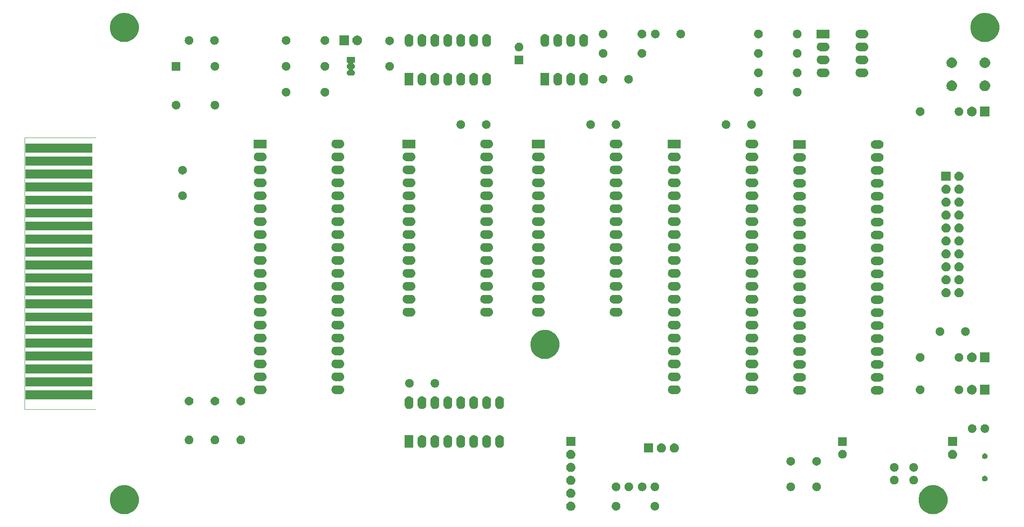
<source format=gbr>
G04 #@! TF.GenerationSoftware,KiCad,Pcbnew,(5.1.4)-1*
G04 #@! TF.CreationDate,2020-06-08T02:01:47+02:00*
G04 #@! TF.ProjectId,Z80Mini,5a38304d-696e-4692-9e6b-696361645f70,rev?*
G04 #@! TF.SameCoordinates,Original*
G04 #@! TF.FileFunction,Soldermask,Bot*
G04 #@! TF.FilePolarity,Negative*
%FSLAX46Y46*%
G04 Gerber Fmt 4.6, Leading zero omitted, Abs format (unit mm)*
G04 Created by KiCad (PCBNEW (5.1.4)-1) date 2020-06-08 02:01:47*
%MOMM*%
%LPD*%
G04 APERTURE LIST*
%ADD10C,0.120000*%
%ADD11C,0.100000*%
G04 APERTURE END LIST*
D10*
X78232000Y-72390000D02*
X64262000Y-72390000D01*
X64262000Y-72390000D02*
X64262000Y-125730000D01*
X64262000Y-125730000D02*
X78232000Y-125730000D01*
D11*
G36*
X243401606Y-140768562D02*
G01*
X243920455Y-140983476D01*
X244271785Y-141218228D01*
X244387406Y-141295483D01*
X244784517Y-141692594D01*
X244814194Y-141737009D01*
X245096524Y-142159545D01*
X245273360Y-142586466D01*
X245311438Y-142678395D01*
X245421000Y-143229200D01*
X245421000Y-143790800D01*
X245387005Y-143961703D01*
X245311438Y-144341606D01*
X245096524Y-144860455D01*
X244918779Y-145126468D01*
X244787808Y-145322481D01*
X244784516Y-145327407D01*
X244387407Y-145724516D01*
X243920455Y-146036524D01*
X243401606Y-146251438D01*
X243126202Y-146306219D01*
X242850800Y-146361000D01*
X242289200Y-146361000D01*
X242013798Y-146306219D01*
X241738394Y-146251438D01*
X241219545Y-146036524D01*
X240752593Y-145724516D01*
X240355484Y-145327407D01*
X240352193Y-145322481D01*
X240221221Y-145126468D01*
X240043476Y-144860455D01*
X239828562Y-144341606D01*
X239752995Y-143961703D01*
X239719000Y-143790800D01*
X239719000Y-143229200D01*
X239828562Y-142678395D01*
X239866640Y-142586466D01*
X240043476Y-142159545D01*
X240325806Y-141737009D01*
X240355483Y-141692594D01*
X240752594Y-141295483D01*
X240868215Y-141218228D01*
X241219545Y-140983476D01*
X241738394Y-140768562D01*
X242289200Y-140659000D01*
X242850800Y-140659000D01*
X243401606Y-140768562D01*
X243401606Y-140768562D01*
G37*
G36*
X84651606Y-140768562D02*
G01*
X85170455Y-140983476D01*
X85521785Y-141218228D01*
X85637406Y-141295483D01*
X86034517Y-141692594D01*
X86064194Y-141737009D01*
X86346524Y-142159545D01*
X86523360Y-142586466D01*
X86561438Y-142678395D01*
X86671000Y-143229200D01*
X86671000Y-143790800D01*
X86637005Y-143961703D01*
X86561438Y-144341606D01*
X86346524Y-144860455D01*
X86168779Y-145126468D01*
X86037808Y-145322481D01*
X86034516Y-145327407D01*
X85637407Y-145724516D01*
X85170455Y-146036524D01*
X84651606Y-146251438D01*
X84376202Y-146306219D01*
X84100800Y-146361000D01*
X83539200Y-146361000D01*
X83263798Y-146306219D01*
X82988394Y-146251438D01*
X82469545Y-146036524D01*
X82002593Y-145724516D01*
X81605484Y-145327407D01*
X81602193Y-145322481D01*
X81471221Y-145126468D01*
X81293476Y-144860455D01*
X81078562Y-144341606D01*
X81002995Y-143961703D01*
X80969000Y-143790800D01*
X80969000Y-143229200D01*
X81078562Y-142678395D01*
X81116640Y-142586466D01*
X81293476Y-142159545D01*
X81575806Y-141737009D01*
X81605483Y-141692594D01*
X82002594Y-141295483D01*
X82118215Y-141218228D01*
X82469545Y-140983476D01*
X82988394Y-140768562D01*
X83539200Y-140659000D01*
X84100800Y-140659000D01*
X84651606Y-140768562D01*
X84651606Y-140768562D01*
G37*
G36*
X171560443Y-143885519D02*
G01*
X171626627Y-143892037D01*
X171796466Y-143943557D01*
X171952991Y-144027222D01*
X171988729Y-144056552D01*
X172090186Y-144139814D01*
X172170369Y-144237519D01*
X172202778Y-144277009D01*
X172286443Y-144433534D01*
X172337963Y-144603373D01*
X172355359Y-144780000D01*
X172337963Y-144956627D01*
X172286443Y-145126466D01*
X172202778Y-145282991D01*
X172173448Y-145318729D01*
X172090186Y-145420186D01*
X171988729Y-145503448D01*
X171952991Y-145532778D01*
X171796466Y-145616443D01*
X171626627Y-145667963D01*
X171560443Y-145674481D01*
X171494260Y-145681000D01*
X171405740Y-145681000D01*
X171339557Y-145674481D01*
X171273373Y-145667963D01*
X171103534Y-145616443D01*
X170947009Y-145532778D01*
X170911271Y-145503448D01*
X170809814Y-145420186D01*
X170726552Y-145318729D01*
X170697222Y-145282991D01*
X170613557Y-145126466D01*
X170562037Y-144956627D01*
X170544641Y-144780000D01*
X170562037Y-144603373D01*
X170613557Y-144433534D01*
X170697222Y-144277009D01*
X170729631Y-144237519D01*
X170809814Y-144139814D01*
X170911271Y-144056552D01*
X170947009Y-144027222D01*
X171103534Y-143943557D01*
X171273373Y-143892037D01*
X171339557Y-143885519D01*
X171405740Y-143879000D01*
X171494260Y-143879000D01*
X171560443Y-143885519D01*
X171560443Y-143885519D01*
G37*
G36*
X180506823Y-143941313D02*
G01*
X180667242Y-143989976D01*
X180734361Y-144025852D01*
X180815078Y-144068996D01*
X180944659Y-144175341D01*
X181051004Y-144304922D01*
X181051005Y-144304924D01*
X181130024Y-144452758D01*
X181178687Y-144613177D01*
X181195117Y-144780000D01*
X181178687Y-144946823D01*
X181130024Y-145107242D01*
X181089477Y-145183100D01*
X181051004Y-145255078D01*
X180944659Y-145384659D01*
X180815078Y-145491004D01*
X180815076Y-145491005D01*
X180667242Y-145570024D01*
X180506823Y-145618687D01*
X180381804Y-145631000D01*
X180298196Y-145631000D01*
X180173177Y-145618687D01*
X180012758Y-145570024D01*
X179864924Y-145491005D01*
X179864922Y-145491004D01*
X179735341Y-145384659D01*
X179628996Y-145255078D01*
X179590523Y-145183100D01*
X179549976Y-145107242D01*
X179501313Y-144946823D01*
X179484883Y-144780000D01*
X179501313Y-144613177D01*
X179549976Y-144452758D01*
X179628995Y-144304924D01*
X179628996Y-144304922D01*
X179735341Y-144175341D01*
X179864922Y-144068996D01*
X179945639Y-144025852D01*
X180012758Y-143989976D01*
X180173177Y-143941313D01*
X180298196Y-143929000D01*
X180381804Y-143929000D01*
X180506823Y-143941313D01*
X180506823Y-143941313D01*
G37*
G36*
X188208228Y-143961703D02*
G01*
X188363100Y-144025853D01*
X188502481Y-144118985D01*
X188621015Y-144237519D01*
X188714147Y-144376900D01*
X188778297Y-144531772D01*
X188811000Y-144696184D01*
X188811000Y-144863816D01*
X188778297Y-145028228D01*
X188714147Y-145183100D01*
X188621015Y-145322481D01*
X188502481Y-145441015D01*
X188363100Y-145534147D01*
X188208228Y-145598297D01*
X188043816Y-145631000D01*
X187876184Y-145631000D01*
X187711772Y-145598297D01*
X187556900Y-145534147D01*
X187417519Y-145441015D01*
X187298985Y-145322481D01*
X187205853Y-145183100D01*
X187141703Y-145028228D01*
X187109000Y-144863816D01*
X187109000Y-144696184D01*
X187141703Y-144531772D01*
X187205853Y-144376900D01*
X187298985Y-144237519D01*
X187417519Y-144118985D01*
X187556900Y-144025853D01*
X187711772Y-143961703D01*
X187876184Y-143929000D01*
X188043816Y-143929000D01*
X188208228Y-143961703D01*
X188208228Y-143961703D01*
G37*
G36*
X171560442Y-141345518D02*
G01*
X171626627Y-141352037D01*
X171796466Y-141403557D01*
X171952991Y-141487222D01*
X171983768Y-141512480D01*
X172090186Y-141599814D01*
X172166327Y-141692594D01*
X172202778Y-141737009D01*
X172286443Y-141893534D01*
X172337963Y-142063373D01*
X172355359Y-142240000D01*
X172337963Y-142416627D01*
X172286443Y-142586466D01*
X172202778Y-142742991D01*
X172173448Y-142778729D01*
X172090186Y-142880186D01*
X171988729Y-142963448D01*
X171952991Y-142992778D01*
X171796466Y-143076443D01*
X171626627Y-143127963D01*
X171560443Y-143134481D01*
X171494260Y-143141000D01*
X171405740Y-143141000D01*
X171339557Y-143134481D01*
X171273373Y-143127963D01*
X171103534Y-143076443D01*
X170947009Y-142992778D01*
X170911271Y-142963448D01*
X170809814Y-142880186D01*
X170726552Y-142778729D01*
X170697222Y-142742991D01*
X170613557Y-142586466D01*
X170562037Y-142416627D01*
X170544641Y-142240000D01*
X170562037Y-142063373D01*
X170613557Y-141893534D01*
X170697222Y-141737009D01*
X170733673Y-141692594D01*
X170809814Y-141599814D01*
X170916232Y-141512480D01*
X170947009Y-141487222D01*
X171103534Y-141403557D01*
X171273373Y-141352037D01*
X171339558Y-141345518D01*
X171405740Y-141339000D01*
X171494260Y-141339000D01*
X171560442Y-141345518D01*
X171560442Y-141345518D01*
G37*
G36*
X185708228Y-140151703D02*
G01*
X185863100Y-140215853D01*
X186002481Y-140308985D01*
X186121015Y-140427519D01*
X186214147Y-140566900D01*
X186278297Y-140721772D01*
X186311000Y-140886184D01*
X186311000Y-141053816D01*
X186278297Y-141218228D01*
X186214147Y-141373100D01*
X186121015Y-141512481D01*
X186002481Y-141631015D01*
X185863100Y-141724147D01*
X185708228Y-141788297D01*
X185543816Y-141821000D01*
X185376184Y-141821000D01*
X185211772Y-141788297D01*
X185056900Y-141724147D01*
X184917519Y-141631015D01*
X184798985Y-141512481D01*
X184705853Y-141373100D01*
X184641703Y-141218228D01*
X184609000Y-141053816D01*
X184609000Y-140886184D01*
X184641703Y-140721772D01*
X184705853Y-140566900D01*
X184798985Y-140427519D01*
X184917519Y-140308985D01*
X185056900Y-140215853D01*
X185211772Y-140151703D01*
X185376184Y-140119000D01*
X185543816Y-140119000D01*
X185708228Y-140151703D01*
X185708228Y-140151703D01*
G37*
G36*
X183088228Y-140151703D02*
G01*
X183243100Y-140215853D01*
X183382481Y-140308985D01*
X183501015Y-140427519D01*
X183594147Y-140566900D01*
X183658297Y-140721772D01*
X183691000Y-140886184D01*
X183691000Y-141053816D01*
X183658297Y-141218228D01*
X183594147Y-141373100D01*
X183501015Y-141512481D01*
X183382481Y-141631015D01*
X183243100Y-141724147D01*
X183088228Y-141788297D01*
X182923816Y-141821000D01*
X182756184Y-141821000D01*
X182591772Y-141788297D01*
X182436900Y-141724147D01*
X182297519Y-141631015D01*
X182178985Y-141512481D01*
X182085853Y-141373100D01*
X182021703Y-141218228D01*
X181989000Y-141053816D01*
X181989000Y-140886184D01*
X182021703Y-140721772D01*
X182085853Y-140566900D01*
X182178985Y-140427519D01*
X182297519Y-140308985D01*
X182436900Y-140215853D01*
X182591772Y-140151703D01*
X182756184Y-140119000D01*
X182923816Y-140119000D01*
X183088228Y-140151703D01*
X183088228Y-140151703D01*
G37*
G36*
X180588228Y-140151703D02*
G01*
X180743100Y-140215853D01*
X180882481Y-140308985D01*
X181001015Y-140427519D01*
X181094147Y-140566900D01*
X181158297Y-140721772D01*
X181191000Y-140886184D01*
X181191000Y-141053816D01*
X181158297Y-141218228D01*
X181094147Y-141373100D01*
X181001015Y-141512481D01*
X180882481Y-141631015D01*
X180743100Y-141724147D01*
X180588228Y-141788297D01*
X180423816Y-141821000D01*
X180256184Y-141821000D01*
X180091772Y-141788297D01*
X179936900Y-141724147D01*
X179797519Y-141631015D01*
X179678985Y-141512481D01*
X179585853Y-141373100D01*
X179521703Y-141218228D01*
X179489000Y-141053816D01*
X179489000Y-140886184D01*
X179521703Y-140721772D01*
X179585853Y-140566900D01*
X179678985Y-140427519D01*
X179797519Y-140308985D01*
X179936900Y-140215853D01*
X180091772Y-140151703D01*
X180256184Y-140119000D01*
X180423816Y-140119000D01*
X180588228Y-140151703D01*
X180588228Y-140151703D01*
G37*
G36*
X214878228Y-140151703D02*
G01*
X215033100Y-140215853D01*
X215172481Y-140308985D01*
X215291015Y-140427519D01*
X215384147Y-140566900D01*
X215448297Y-140721772D01*
X215481000Y-140886184D01*
X215481000Y-141053816D01*
X215448297Y-141218228D01*
X215384147Y-141373100D01*
X215291015Y-141512481D01*
X215172481Y-141631015D01*
X215033100Y-141724147D01*
X214878228Y-141788297D01*
X214713816Y-141821000D01*
X214546184Y-141821000D01*
X214381772Y-141788297D01*
X214226900Y-141724147D01*
X214087519Y-141631015D01*
X213968985Y-141512481D01*
X213875853Y-141373100D01*
X213811703Y-141218228D01*
X213779000Y-141053816D01*
X213779000Y-140886184D01*
X213811703Y-140721772D01*
X213875853Y-140566900D01*
X213968985Y-140427519D01*
X214087519Y-140308985D01*
X214226900Y-140215853D01*
X214381772Y-140151703D01*
X214546184Y-140119000D01*
X214713816Y-140119000D01*
X214878228Y-140151703D01*
X214878228Y-140151703D01*
G37*
G36*
X188208228Y-140151703D02*
G01*
X188363100Y-140215853D01*
X188502481Y-140308985D01*
X188621015Y-140427519D01*
X188714147Y-140566900D01*
X188778297Y-140721772D01*
X188811000Y-140886184D01*
X188811000Y-141053816D01*
X188778297Y-141218228D01*
X188714147Y-141373100D01*
X188621015Y-141512481D01*
X188502481Y-141631015D01*
X188363100Y-141724147D01*
X188208228Y-141788297D01*
X188043816Y-141821000D01*
X187876184Y-141821000D01*
X187711772Y-141788297D01*
X187556900Y-141724147D01*
X187417519Y-141631015D01*
X187298985Y-141512481D01*
X187205853Y-141373100D01*
X187141703Y-141218228D01*
X187109000Y-141053816D01*
X187109000Y-140886184D01*
X187141703Y-140721772D01*
X187205853Y-140566900D01*
X187298985Y-140427519D01*
X187417519Y-140308985D01*
X187556900Y-140215853D01*
X187711772Y-140151703D01*
X187876184Y-140119000D01*
X188043816Y-140119000D01*
X188208228Y-140151703D01*
X188208228Y-140151703D01*
G37*
G36*
X219958228Y-140151703D02*
G01*
X220113100Y-140215853D01*
X220252481Y-140308985D01*
X220371015Y-140427519D01*
X220464147Y-140566900D01*
X220528297Y-140721772D01*
X220561000Y-140886184D01*
X220561000Y-141053816D01*
X220528297Y-141218228D01*
X220464147Y-141373100D01*
X220371015Y-141512481D01*
X220252481Y-141631015D01*
X220113100Y-141724147D01*
X219958228Y-141788297D01*
X219793816Y-141821000D01*
X219626184Y-141821000D01*
X219461772Y-141788297D01*
X219306900Y-141724147D01*
X219167519Y-141631015D01*
X219048985Y-141512481D01*
X218955853Y-141373100D01*
X218891703Y-141218228D01*
X218859000Y-141053816D01*
X218859000Y-140886184D01*
X218891703Y-140721772D01*
X218955853Y-140566900D01*
X219048985Y-140427519D01*
X219167519Y-140308985D01*
X219306900Y-140215853D01*
X219461772Y-140151703D01*
X219626184Y-140119000D01*
X219793816Y-140119000D01*
X219958228Y-140151703D01*
X219958228Y-140151703D01*
G37*
G36*
X171560442Y-138805518D02*
G01*
X171626627Y-138812037D01*
X171796466Y-138863557D01*
X171952991Y-138947222D01*
X171988729Y-138976552D01*
X172090186Y-139059814D01*
X172137543Y-139117520D01*
X172202778Y-139197009D01*
X172286443Y-139353534D01*
X172337963Y-139523373D01*
X172355359Y-139700000D01*
X172337963Y-139876627D01*
X172327536Y-139911000D01*
X172286442Y-140046468D01*
X172277552Y-140063100D01*
X172202778Y-140202991D01*
X172192223Y-140215852D01*
X172090186Y-140340186D01*
X171988729Y-140423448D01*
X171952991Y-140452778D01*
X171796466Y-140536443D01*
X171626627Y-140587963D01*
X171560442Y-140594482D01*
X171494260Y-140601000D01*
X171405740Y-140601000D01*
X171339558Y-140594482D01*
X171273373Y-140587963D01*
X171103534Y-140536443D01*
X170947009Y-140452778D01*
X170911271Y-140423448D01*
X170809814Y-140340186D01*
X170707777Y-140215852D01*
X170697222Y-140202991D01*
X170622448Y-140063100D01*
X170613558Y-140046468D01*
X170572464Y-139911000D01*
X170562037Y-139876627D01*
X170544641Y-139700000D01*
X170562037Y-139523373D01*
X170613557Y-139353534D01*
X170697222Y-139197009D01*
X170762457Y-139117520D01*
X170809814Y-139059814D01*
X170911271Y-138976552D01*
X170947009Y-138947222D01*
X171103534Y-138863557D01*
X171273373Y-138812037D01*
X171339558Y-138805518D01*
X171405740Y-138799000D01*
X171494260Y-138799000D01*
X171560442Y-138805518D01*
X171560442Y-138805518D01*
G37*
G36*
X239008228Y-138841703D02*
G01*
X239163100Y-138905853D01*
X239302481Y-138998985D01*
X239421015Y-139117519D01*
X239514147Y-139256900D01*
X239578297Y-139411772D01*
X239611000Y-139576184D01*
X239611000Y-139743816D01*
X239578297Y-139908228D01*
X239514147Y-140063100D01*
X239421015Y-140202481D01*
X239302481Y-140321015D01*
X239163100Y-140414147D01*
X239008228Y-140478297D01*
X238843816Y-140511000D01*
X238676184Y-140511000D01*
X238511772Y-140478297D01*
X238356900Y-140414147D01*
X238217519Y-140321015D01*
X238098985Y-140202481D01*
X238005853Y-140063100D01*
X237941703Y-139908228D01*
X237909000Y-139743816D01*
X237909000Y-139576184D01*
X237941703Y-139411772D01*
X238005853Y-139256900D01*
X238098985Y-139117519D01*
X238217519Y-138998985D01*
X238356900Y-138905853D01*
X238511772Y-138841703D01*
X238676184Y-138809000D01*
X238843816Y-138809000D01*
X239008228Y-138841703D01*
X239008228Y-138841703D01*
G37*
G36*
X235198228Y-138841703D02*
G01*
X235353100Y-138905853D01*
X235492481Y-138998985D01*
X235611015Y-139117519D01*
X235704147Y-139256900D01*
X235768297Y-139411772D01*
X235801000Y-139576184D01*
X235801000Y-139743816D01*
X235768297Y-139908228D01*
X235704147Y-140063100D01*
X235611015Y-140202481D01*
X235492481Y-140321015D01*
X235353100Y-140414147D01*
X235198228Y-140478297D01*
X235033816Y-140511000D01*
X234866184Y-140511000D01*
X234701772Y-140478297D01*
X234546900Y-140414147D01*
X234407519Y-140321015D01*
X234288985Y-140202481D01*
X234195853Y-140063100D01*
X234131703Y-139908228D01*
X234099000Y-139743816D01*
X234099000Y-139576184D01*
X234131703Y-139411772D01*
X234195853Y-139256900D01*
X234288985Y-139117519D01*
X234407519Y-138998985D01*
X234546900Y-138905853D01*
X234701772Y-138841703D01*
X234866184Y-138809000D01*
X235033816Y-138809000D01*
X235198228Y-138841703D01*
X235198228Y-138841703D01*
G37*
G36*
X252890721Y-138830174D02*
G01*
X252990995Y-138871709D01*
X252990996Y-138871710D01*
X253081242Y-138932010D01*
X253157990Y-139008758D01*
X253157991Y-139008760D01*
X253218291Y-139099005D01*
X253259826Y-139199279D01*
X253281000Y-139305730D01*
X253281000Y-139414270D01*
X253259826Y-139520721D01*
X253218291Y-139620995D01*
X253218290Y-139620996D01*
X253157990Y-139711242D01*
X253081242Y-139787990D01*
X253035812Y-139818345D01*
X252990995Y-139848291D01*
X252890721Y-139889826D01*
X252784270Y-139911000D01*
X252675730Y-139911000D01*
X252569279Y-139889826D01*
X252469005Y-139848291D01*
X252424188Y-139818345D01*
X252378758Y-139787990D01*
X252302010Y-139711242D01*
X252241710Y-139620996D01*
X252241709Y-139620995D01*
X252200174Y-139520721D01*
X252179000Y-139414270D01*
X252179000Y-139305730D01*
X252200174Y-139199279D01*
X252241709Y-139099005D01*
X252302009Y-139008760D01*
X252302010Y-139008758D01*
X252378758Y-138932010D01*
X252469004Y-138871710D01*
X252469005Y-138871709D01*
X252569279Y-138830174D01*
X252675730Y-138809000D01*
X252784270Y-138809000D01*
X252890721Y-138830174D01*
X252890721Y-138830174D01*
G37*
G36*
X171560443Y-136265519D02*
G01*
X171626627Y-136272037D01*
X171796466Y-136323557D01*
X171952991Y-136407222D01*
X171988729Y-136436552D01*
X172090186Y-136519814D01*
X172170369Y-136617519D01*
X172202778Y-136657009D01*
X172286443Y-136813534D01*
X172337963Y-136983373D01*
X172355359Y-137160000D01*
X172337963Y-137336627D01*
X172286443Y-137506466D01*
X172202778Y-137662991D01*
X172173448Y-137698729D01*
X172090186Y-137800186D01*
X171988729Y-137883448D01*
X171952991Y-137912778D01*
X171796466Y-137996443D01*
X171626627Y-138047963D01*
X171560442Y-138054482D01*
X171494260Y-138061000D01*
X171405740Y-138061000D01*
X171339558Y-138054482D01*
X171273373Y-138047963D01*
X171103534Y-137996443D01*
X170947009Y-137912778D01*
X170911271Y-137883448D01*
X170809814Y-137800186D01*
X170726552Y-137698729D01*
X170697222Y-137662991D01*
X170613557Y-137506466D01*
X170562037Y-137336627D01*
X170544641Y-137160000D01*
X170562037Y-136983373D01*
X170613557Y-136813534D01*
X170697222Y-136657009D01*
X170729631Y-136617519D01*
X170809814Y-136519814D01*
X170911271Y-136436552D01*
X170947009Y-136407222D01*
X171103534Y-136323557D01*
X171273373Y-136272037D01*
X171339557Y-136265519D01*
X171405740Y-136259000D01*
X171494260Y-136259000D01*
X171560443Y-136265519D01*
X171560443Y-136265519D01*
G37*
G36*
X239008228Y-136341703D02*
G01*
X239163100Y-136405853D01*
X239302481Y-136498985D01*
X239421015Y-136617519D01*
X239514147Y-136756900D01*
X239578297Y-136911772D01*
X239611000Y-137076184D01*
X239611000Y-137243816D01*
X239578297Y-137408228D01*
X239514147Y-137563100D01*
X239421015Y-137702481D01*
X239302481Y-137821015D01*
X239163100Y-137914147D01*
X239008228Y-137978297D01*
X238843816Y-138011000D01*
X238676184Y-138011000D01*
X238511772Y-137978297D01*
X238356900Y-137914147D01*
X238217519Y-137821015D01*
X238098985Y-137702481D01*
X238005853Y-137563100D01*
X237941703Y-137408228D01*
X237909000Y-137243816D01*
X237909000Y-137076184D01*
X237941703Y-136911772D01*
X238005853Y-136756900D01*
X238098985Y-136617519D01*
X238217519Y-136498985D01*
X238356900Y-136405853D01*
X238511772Y-136341703D01*
X238676184Y-136309000D01*
X238843816Y-136309000D01*
X239008228Y-136341703D01*
X239008228Y-136341703D01*
G37*
G36*
X235198228Y-136341703D02*
G01*
X235353100Y-136405853D01*
X235492481Y-136498985D01*
X235611015Y-136617519D01*
X235704147Y-136756900D01*
X235768297Y-136911772D01*
X235801000Y-137076184D01*
X235801000Y-137243816D01*
X235768297Y-137408228D01*
X235704147Y-137563100D01*
X235611015Y-137702481D01*
X235492481Y-137821015D01*
X235353100Y-137914147D01*
X235198228Y-137978297D01*
X235033816Y-138011000D01*
X234866184Y-138011000D01*
X234701772Y-137978297D01*
X234546900Y-137914147D01*
X234407519Y-137821015D01*
X234288985Y-137702481D01*
X234195853Y-137563100D01*
X234131703Y-137408228D01*
X234099000Y-137243816D01*
X234099000Y-137076184D01*
X234131703Y-136911772D01*
X234195853Y-136756900D01*
X234288985Y-136617519D01*
X234407519Y-136498985D01*
X234546900Y-136405853D01*
X234701772Y-136341703D01*
X234866184Y-136309000D01*
X235033816Y-136309000D01*
X235198228Y-136341703D01*
X235198228Y-136341703D01*
G37*
G36*
X214878228Y-135151703D02*
G01*
X215033100Y-135215853D01*
X215172481Y-135308985D01*
X215291015Y-135427519D01*
X215384147Y-135566900D01*
X215448297Y-135721772D01*
X215481000Y-135886184D01*
X215481000Y-136053816D01*
X215448297Y-136218228D01*
X215384147Y-136373100D01*
X215291015Y-136512481D01*
X215172481Y-136631015D01*
X215033100Y-136724147D01*
X214878228Y-136788297D01*
X214713816Y-136821000D01*
X214546184Y-136821000D01*
X214381772Y-136788297D01*
X214226900Y-136724147D01*
X214087519Y-136631015D01*
X213968985Y-136512481D01*
X213875853Y-136373100D01*
X213811703Y-136218228D01*
X213779000Y-136053816D01*
X213779000Y-135886184D01*
X213811703Y-135721772D01*
X213875853Y-135566900D01*
X213968985Y-135427519D01*
X214087519Y-135308985D01*
X214226900Y-135215853D01*
X214381772Y-135151703D01*
X214546184Y-135119000D01*
X214713816Y-135119000D01*
X214878228Y-135151703D01*
X214878228Y-135151703D01*
G37*
G36*
X219958228Y-135151703D02*
G01*
X220113100Y-135215853D01*
X220252481Y-135308985D01*
X220371015Y-135427519D01*
X220464147Y-135566900D01*
X220528297Y-135721772D01*
X220561000Y-135886184D01*
X220561000Y-136053816D01*
X220528297Y-136218228D01*
X220464147Y-136373100D01*
X220371015Y-136512481D01*
X220252481Y-136631015D01*
X220113100Y-136724147D01*
X219958228Y-136788297D01*
X219793816Y-136821000D01*
X219626184Y-136821000D01*
X219461772Y-136788297D01*
X219306900Y-136724147D01*
X219167519Y-136631015D01*
X219048985Y-136512481D01*
X218955853Y-136373100D01*
X218891703Y-136218228D01*
X218859000Y-136053816D01*
X218859000Y-135886184D01*
X218891703Y-135721772D01*
X218955853Y-135566900D01*
X219048985Y-135427519D01*
X219167519Y-135308985D01*
X219306900Y-135215853D01*
X219461772Y-135151703D01*
X219626184Y-135119000D01*
X219793816Y-135119000D01*
X219958228Y-135151703D01*
X219958228Y-135151703D01*
G37*
G36*
X246490443Y-133725519D02*
G01*
X246556627Y-133732037D01*
X246726466Y-133783557D01*
X246882991Y-133867222D01*
X246918729Y-133896552D01*
X247020186Y-133979814D01*
X247067543Y-134037520D01*
X247132778Y-134117009D01*
X247216443Y-134273534D01*
X247267963Y-134443373D01*
X247285359Y-134620000D01*
X247267963Y-134796627D01*
X247216443Y-134966466D01*
X247216442Y-134966468D01*
X247207552Y-134983100D01*
X247132778Y-135122991D01*
X247109213Y-135151705D01*
X247020186Y-135260186D01*
X246918729Y-135343448D01*
X246882991Y-135372778D01*
X246726466Y-135456443D01*
X246556627Y-135507963D01*
X246490443Y-135514481D01*
X246424260Y-135521000D01*
X246335740Y-135521000D01*
X246269557Y-135514481D01*
X246203373Y-135507963D01*
X246033534Y-135456443D01*
X245877009Y-135372778D01*
X245841271Y-135343448D01*
X245739814Y-135260186D01*
X245650787Y-135151705D01*
X245627222Y-135122991D01*
X245552448Y-134983100D01*
X245543558Y-134966468D01*
X245543557Y-134966466D01*
X245492037Y-134796627D01*
X245474641Y-134620000D01*
X245492037Y-134443373D01*
X245543557Y-134273534D01*
X245627222Y-134117009D01*
X245692457Y-134037520D01*
X245739814Y-133979814D01*
X245841271Y-133896552D01*
X245877009Y-133867222D01*
X246033534Y-133783557D01*
X246203373Y-133732037D01*
X246269557Y-133725519D01*
X246335740Y-133719000D01*
X246424260Y-133719000D01*
X246490443Y-133725519D01*
X246490443Y-133725519D01*
G37*
G36*
X171560443Y-133725519D02*
G01*
X171626627Y-133732037D01*
X171796466Y-133783557D01*
X171952991Y-133867222D01*
X171988729Y-133896552D01*
X172090186Y-133979814D01*
X172137543Y-134037520D01*
X172202778Y-134117009D01*
X172286443Y-134273534D01*
X172337963Y-134443373D01*
X172355359Y-134620000D01*
X172337963Y-134796627D01*
X172286443Y-134966466D01*
X172286442Y-134966468D01*
X172277552Y-134983100D01*
X172202778Y-135122991D01*
X172179213Y-135151705D01*
X172090186Y-135260186D01*
X171988729Y-135343448D01*
X171952991Y-135372778D01*
X171796466Y-135456443D01*
X171626627Y-135507963D01*
X171560443Y-135514481D01*
X171494260Y-135521000D01*
X171405740Y-135521000D01*
X171339557Y-135514481D01*
X171273373Y-135507963D01*
X171103534Y-135456443D01*
X170947009Y-135372778D01*
X170911271Y-135343448D01*
X170809814Y-135260186D01*
X170720787Y-135151705D01*
X170697222Y-135122991D01*
X170622448Y-134983100D01*
X170613558Y-134966468D01*
X170613557Y-134966466D01*
X170562037Y-134796627D01*
X170544641Y-134620000D01*
X170562037Y-134443373D01*
X170613557Y-134273534D01*
X170697222Y-134117009D01*
X170762457Y-134037520D01*
X170809814Y-133979814D01*
X170911271Y-133896552D01*
X170947009Y-133867222D01*
X171103534Y-133783557D01*
X171273373Y-133732037D01*
X171339557Y-133725519D01*
X171405740Y-133719000D01*
X171494260Y-133719000D01*
X171560443Y-133725519D01*
X171560443Y-133725519D01*
G37*
G36*
X252890721Y-134430174D02*
G01*
X252990995Y-134471709D01*
X252990996Y-134471710D01*
X253081242Y-134532010D01*
X253157990Y-134608758D01*
X253188345Y-134654188D01*
X253218291Y-134699005D01*
X253259826Y-134799279D01*
X253281000Y-134905730D01*
X253281000Y-135014270D01*
X253259826Y-135120721D01*
X253218291Y-135220995D01*
X253218290Y-135220996D01*
X253157990Y-135311242D01*
X253081242Y-135387990D01*
X253065819Y-135398295D01*
X252990995Y-135448291D01*
X252890721Y-135489826D01*
X252784270Y-135511000D01*
X252675730Y-135511000D01*
X252569279Y-135489826D01*
X252469005Y-135448291D01*
X252394181Y-135398295D01*
X252378758Y-135387990D01*
X252302010Y-135311242D01*
X252241710Y-135220996D01*
X252241709Y-135220995D01*
X252200174Y-135120721D01*
X252179000Y-135014270D01*
X252179000Y-134905730D01*
X252200174Y-134799279D01*
X252241709Y-134699005D01*
X252271655Y-134654188D01*
X252302010Y-134608758D01*
X252378758Y-134532010D01*
X252469004Y-134471710D01*
X252469005Y-134471709D01*
X252569279Y-134430174D01*
X252675730Y-134409000D01*
X252784270Y-134409000D01*
X252890721Y-134430174D01*
X252890721Y-134430174D01*
G37*
G36*
X225038228Y-133761703D02*
G01*
X225193100Y-133825853D01*
X225332481Y-133918985D01*
X225451015Y-134037519D01*
X225544147Y-134176900D01*
X225608297Y-134331772D01*
X225641000Y-134496184D01*
X225641000Y-134663816D01*
X225608297Y-134828228D01*
X225544147Y-134983100D01*
X225451015Y-135122481D01*
X225332481Y-135241015D01*
X225193100Y-135334147D01*
X225038228Y-135398297D01*
X224873816Y-135431000D01*
X224706184Y-135431000D01*
X224541772Y-135398297D01*
X224386900Y-135334147D01*
X224247519Y-135241015D01*
X224128985Y-135122481D01*
X224035853Y-134983100D01*
X223971703Y-134828228D01*
X223939000Y-134663816D01*
X223939000Y-134496184D01*
X223971703Y-134331772D01*
X224035853Y-134176900D01*
X224128985Y-134037519D01*
X224247519Y-133918985D01*
X224386900Y-133825853D01*
X224541772Y-133761703D01*
X224706184Y-133729000D01*
X224873816Y-133729000D01*
X225038228Y-133761703D01*
X225038228Y-133761703D01*
G37*
G36*
X189340442Y-132455518D02*
G01*
X189406627Y-132462037D01*
X189576466Y-132513557D01*
X189576468Y-132513558D01*
X189591893Y-132521803D01*
X189732991Y-132597222D01*
X189768729Y-132626552D01*
X189870186Y-132709814D01*
X189950139Y-132807239D01*
X189982778Y-132847009D01*
X190066443Y-133003534D01*
X190117963Y-133173373D01*
X190135359Y-133350000D01*
X190117963Y-133526627D01*
X190066443Y-133696466D01*
X189982778Y-133852991D01*
X189953448Y-133888729D01*
X189870186Y-133990186D01*
X189812508Y-134037520D01*
X189732991Y-134102778D01*
X189576466Y-134186443D01*
X189406627Y-134237963D01*
X189340443Y-134244481D01*
X189274260Y-134251000D01*
X189185740Y-134251000D01*
X189119557Y-134244481D01*
X189053373Y-134237963D01*
X188883534Y-134186443D01*
X188727009Y-134102778D01*
X188647492Y-134037520D01*
X188589814Y-133990186D01*
X188506552Y-133888729D01*
X188477222Y-133852991D01*
X188393557Y-133696466D01*
X188342037Y-133526627D01*
X188324641Y-133350000D01*
X188342037Y-133173373D01*
X188393557Y-133003534D01*
X188477222Y-132847009D01*
X188509861Y-132807239D01*
X188589814Y-132709814D01*
X188691271Y-132626552D01*
X188727009Y-132597222D01*
X188868107Y-132521803D01*
X188883532Y-132513558D01*
X188883534Y-132513557D01*
X189053373Y-132462037D01*
X189119558Y-132455518D01*
X189185740Y-132449000D01*
X189274260Y-132449000D01*
X189340442Y-132455518D01*
X189340442Y-132455518D01*
G37*
G36*
X191880442Y-132455518D02*
G01*
X191946627Y-132462037D01*
X192116466Y-132513557D01*
X192116468Y-132513558D01*
X192131893Y-132521803D01*
X192272991Y-132597222D01*
X192308729Y-132626552D01*
X192410186Y-132709814D01*
X192490139Y-132807239D01*
X192522778Y-132847009D01*
X192606443Y-133003534D01*
X192657963Y-133173373D01*
X192675359Y-133350000D01*
X192657963Y-133526627D01*
X192606443Y-133696466D01*
X192522778Y-133852991D01*
X192493448Y-133888729D01*
X192410186Y-133990186D01*
X192352508Y-134037520D01*
X192272991Y-134102778D01*
X192116466Y-134186443D01*
X191946627Y-134237963D01*
X191880443Y-134244481D01*
X191814260Y-134251000D01*
X191725740Y-134251000D01*
X191659557Y-134244481D01*
X191593373Y-134237963D01*
X191423534Y-134186443D01*
X191267009Y-134102778D01*
X191187492Y-134037520D01*
X191129814Y-133990186D01*
X191046552Y-133888729D01*
X191017222Y-133852991D01*
X190933557Y-133696466D01*
X190882037Y-133526627D01*
X190864641Y-133350000D01*
X190882037Y-133173373D01*
X190933557Y-133003534D01*
X191017222Y-132847009D01*
X191049861Y-132807239D01*
X191129814Y-132709814D01*
X191231271Y-132626552D01*
X191267009Y-132597222D01*
X191408107Y-132521803D01*
X191423532Y-132513558D01*
X191423534Y-132513557D01*
X191593373Y-132462037D01*
X191659558Y-132455518D01*
X191725740Y-132449000D01*
X191814260Y-132449000D01*
X191880442Y-132455518D01*
X191880442Y-132455518D01*
G37*
G36*
X187591000Y-134251000D02*
G01*
X185789000Y-134251000D01*
X185789000Y-132449000D01*
X187591000Y-132449000D01*
X187591000Y-134251000D01*
X187591000Y-134251000D01*
G37*
G36*
X150026822Y-130841313D02*
G01*
X150187241Y-130889976D01*
X150335077Y-130968995D01*
X150404358Y-131025853D01*
X150464659Y-131075341D01*
X150571004Y-131204922D01*
X150571005Y-131204924D01*
X150650024Y-131352758D01*
X150698687Y-131513177D01*
X150711000Y-131638196D01*
X150711000Y-132521803D01*
X150698687Y-132646822D01*
X150650024Y-132807242D01*
X150628768Y-132847009D01*
X150571004Y-132955078D01*
X150464659Y-133084659D01*
X150335078Y-133191004D01*
X150335076Y-133191005D01*
X150187242Y-133270024D01*
X150026823Y-133318687D01*
X149860000Y-133335117D01*
X149693178Y-133318687D01*
X149532759Y-133270024D01*
X149384925Y-133191005D01*
X149384923Y-133191004D01*
X149255342Y-133084659D01*
X149148997Y-132955078D01*
X149091233Y-132847009D01*
X149069977Y-132807242D01*
X149021314Y-132646823D01*
X149009000Y-132521803D01*
X149009000Y-131638197D01*
X149021313Y-131513178D01*
X149069976Y-131352759D01*
X149148995Y-131204923D01*
X149255341Y-131075341D01*
X149315642Y-131025853D01*
X149384922Y-130968996D01*
X149400094Y-130960886D01*
X149532758Y-130889976D01*
X149693177Y-130841313D01*
X149860000Y-130824883D01*
X150026822Y-130841313D01*
X150026822Y-130841313D01*
G37*
G36*
X157646822Y-130841313D02*
G01*
X157807241Y-130889976D01*
X157955077Y-130968995D01*
X158024358Y-131025853D01*
X158084659Y-131075341D01*
X158191004Y-131204922D01*
X158191005Y-131204924D01*
X158270024Y-131352758D01*
X158318687Y-131513177D01*
X158331000Y-131638196D01*
X158331000Y-132521803D01*
X158318687Y-132646822D01*
X158270024Y-132807242D01*
X158248768Y-132847009D01*
X158191004Y-132955078D01*
X158084659Y-133084659D01*
X157955078Y-133191004D01*
X157955076Y-133191005D01*
X157807242Y-133270024D01*
X157646823Y-133318687D01*
X157480000Y-133335117D01*
X157313178Y-133318687D01*
X157152759Y-133270024D01*
X157004925Y-133191005D01*
X157004923Y-133191004D01*
X156875342Y-133084659D01*
X156768997Y-132955078D01*
X156711233Y-132847009D01*
X156689977Y-132807242D01*
X156641314Y-132646823D01*
X156629000Y-132521803D01*
X156629000Y-131638197D01*
X156641313Y-131513178D01*
X156689976Y-131352759D01*
X156768995Y-131204923D01*
X156875341Y-131075341D01*
X156935642Y-131025853D01*
X157004922Y-130968996D01*
X157020094Y-130960886D01*
X157152758Y-130889976D01*
X157313177Y-130841313D01*
X157480000Y-130824883D01*
X157646822Y-130841313D01*
X157646822Y-130841313D01*
G37*
G36*
X155106822Y-130841313D02*
G01*
X155267241Y-130889976D01*
X155415077Y-130968995D01*
X155484358Y-131025853D01*
X155544659Y-131075341D01*
X155651004Y-131204922D01*
X155651005Y-131204924D01*
X155730024Y-131352758D01*
X155778687Y-131513177D01*
X155791000Y-131638196D01*
X155791000Y-132521803D01*
X155778687Y-132646822D01*
X155730024Y-132807242D01*
X155708768Y-132847009D01*
X155651004Y-132955078D01*
X155544659Y-133084659D01*
X155415078Y-133191004D01*
X155415076Y-133191005D01*
X155267242Y-133270024D01*
X155106823Y-133318687D01*
X154940000Y-133335117D01*
X154773178Y-133318687D01*
X154612759Y-133270024D01*
X154464925Y-133191005D01*
X154464923Y-133191004D01*
X154335342Y-133084659D01*
X154228997Y-132955078D01*
X154171233Y-132847009D01*
X154149977Y-132807242D01*
X154101314Y-132646823D01*
X154089000Y-132521803D01*
X154089000Y-131638197D01*
X154101313Y-131513178D01*
X154149976Y-131352759D01*
X154228995Y-131204923D01*
X154335341Y-131075341D01*
X154395642Y-131025853D01*
X154464922Y-130968996D01*
X154480094Y-130960886D01*
X154612758Y-130889976D01*
X154773177Y-130841313D01*
X154940000Y-130824883D01*
X155106822Y-130841313D01*
X155106822Y-130841313D01*
G37*
G36*
X152566822Y-130841313D02*
G01*
X152727241Y-130889976D01*
X152875077Y-130968995D01*
X152944358Y-131025853D01*
X153004659Y-131075341D01*
X153111004Y-131204922D01*
X153111005Y-131204924D01*
X153190024Y-131352758D01*
X153238687Y-131513177D01*
X153251000Y-131638196D01*
X153251000Y-132521803D01*
X153238687Y-132646822D01*
X153190024Y-132807242D01*
X153168768Y-132847009D01*
X153111004Y-132955078D01*
X153004659Y-133084659D01*
X152875078Y-133191004D01*
X152875076Y-133191005D01*
X152727242Y-133270024D01*
X152566823Y-133318687D01*
X152400000Y-133335117D01*
X152233178Y-133318687D01*
X152072759Y-133270024D01*
X151924925Y-133191005D01*
X151924923Y-133191004D01*
X151795342Y-133084659D01*
X151688997Y-132955078D01*
X151631233Y-132847009D01*
X151609977Y-132807242D01*
X151561314Y-132646823D01*
X151549000Y-132521803D01*
X151549000Y-131638197D01*
X151561313Y-131513178D01*
X151609976Y-131352759D01*
X151688995Y-131204923D01*
X151795341Y-131075341D01*
X151855642Y-131025853D01*
X151924922Y-130968996D01*
X151940094Y-130960886D01*
X152072758Y-130889976D01*
X152233177Y-130841313D01*
X152400000Y-130824883D01*
X152566822Y-130841313D01*
X152566822Y-130841313D01*
G37*
G36*
X144946822Y-130841313D02*
G01*
X145107241Y-130889976D01*
X145255077Y-130968995D01*
X145324358Y-131025853D01*
X145384659Y-131075341D01*
X145491004Y-131204922D01*
X145491005Y-131204924D01*
X145570024Y-131352758D01*
X145618687Y-131513177D01*
X145631000Y-131638196D01*
X145631000Y-132521803D01*
X145618687Y-132646822D01*
X145570024Y-132807242D01*
X145548768Y-132847009D01*
X145491004Y-132955078D01*
X145384659Y-133084659D01*
X145255078Y-133191004D01*
X145255076Y-133191005D01*
X145107242Y-133270024D01*
X144946823Y-133318687D01*
X144780000Y-133335117D01*
X144613178Y-133318687D01*
X144452759Y-133270024D01*
X144304925Y-133191005D01*
X144304923Y-133191004D01*
X144175342Y-133084659D01*
X144068997Y-132955078D01*
X144011233Y-132847009D01*
X143989977Y-132807242D01*
X143941314Y-132646823D01*
X143929000Y-132521803D01*
X143929000Y-131638197D01*
X143941313Y-131513178D01*
X143989976Y-131352759D01*
X144068995Y-131204923D01*
X144175341Y-131075341D01*
X144235642Y-131025853D01*
X144304922Y-130968996D01*
X144320094Y-130960886D01*
X144452758Y-130889976D01*
X144613177Y-130841313D01*
X144780000Y-130824883D01*
X144946822Y-130841313D01*
X144946822Y-130841313D01*
G37*
G36*
X142406822Y-130841313D02*
G01*
X142567241Y-130889976D01*
X142715077Y-130968995D01*
X142784358Y-131025853D01*
X142844659Y-131075341D01*
X142951004Y-131204922D01*
X142951005Y-131204924D01*
X143030024Y-131352758D01*
X143078687Y-131513177D01*
X143091000Y-131638196D01*
X143091000Y-132521803D01*
X143078687Y-132646822D01*
X143030024Y-132807242D01*
X143008768Y-132847009D01*
X142951004Y-132955078D01*
X142844659Y-133084659D01*
X142715078Y-133191004D01*
X142715076Y-133191005D01*
X142567242Y-133270024D01*
X142406823Y-133318687D01*
X142240000Y-133335117D01*
X142073178Y-133318687D01*
X141912759Y-133270024D01*
X141764925Y-133191005D01*
X141764923Y-133191004D01*
X141635342Y-133084659D01*
X141528997Y-132955078D01*
X141471233Y-132847009D01*
X141449977Y-132807242D01*
X141401314Y-132646823D01*
X141389000Y-132521803D01*
X141389000Y-131638197D01*
X141401313Y-131513178D01*
X141449976Y-131352759D01*
X141528995Y-131204923D01*
X141635341Y-131075341D01*
X141695642Y-131025853D01*
X141764922Y-130968996D01*
X141780094Y-130960886D01*
X141912758Y-130889976D01*
X142073177Y-130841313D01*
X142240000Y-130824883D01*
X142406822Y-130841313D01*
X142406822Y-130841313D01*
G37*
G36*
X147486822Y-130841313D02*
G01*
X147647241Y-130889976D01*
X147795077Y-130968995D01*
X147864358Y-131025853D01*
X147924659Y-131075341D01*
X148031004Y-131204922D01*
X148031005Y-131204924D01*
X148110024Y-131352758D01*
X148158687Y-131513177D01*
X148171000Y-131638196D01*
X148171000Y-132521803D01*
X148158687Y-132646822D01*
X148110024Y-132807242D01*
X148088768Y-132847009D01*
X148031004Y-132955078D01*
X147924659Y-133084659D01*
X147795078Y-133191004D01*
X147795076Y-133191005D01*
X147647242Y-133270024D01*
X147486823Y-133318687D01*
X147320000Y-133335117D01*
X147153178Y-133318687D01*
X146992759Y-133270024D01*
X146844925Y-133191005D01*
X146844923Y-133191004D01*
X146715342Y-133084659D01*
X146608997Y-132955078D01*
X146551233Y-132847009D01*
X146529977Y-132807242D01*
X146481314Y-132646823D01*
X146469000Y-132521803D01*
X146469000Y-131638197D01*
X146481313Y-131513178D01*
X146529976Y-131352759D01*
X146608995Y-131204923D01*
X146715341Y-131075341D01*
X146775642Y-131025853D01*
X146844922Y-130968996D01*
X146860094Y-130960886D01*
X146992758Y-130889976D01*
X147153177Y-130841313D01*
X147320000Y-130824883D01*
X147486822Y-130841313D01*
X147486822Y-130841313D01*
G37*
G36*
X140551000Y-133331000D02*
G01*
X138849000Y-133331000D01*
X138849000Y-130829000D01*
X140551000Y-130829000D01*
X140551000Y-133331000D01*
X140551000Y-133331000D01*
G37*
G36*
X247281000Y-132981000D02*
G01*
X245479000Y-132981000D01*
X245479000Y-131179000D01*
X247281000Y-131179000D01*
X247281000Y-132981000D01*
X247281000Y-132981000D01*
G37*
G36*
X172351000Y-132981000D02*
G01*
X170549000Y-132981000D01*
X170549000Y-131179000D01*
X172351000Y-131179000D01*
X172351000Y-132981000D01*
X172351000Y-132981000D01*
G37*
G36*
X225641000Y-132931000D02*
G01*
X223939000Y-132931000D01*
X223939000Y-131229000D01*
X225641000Y-131229000D01*
X225641000Y-132931000D01*
X225641000Y-132931000D01*
G37*
G36*
X106928228Y-130961703D02*
G01*
X107083100Y-131025853D01*
X107222481Y-131118985D01*
X107341015Y-131237519D01*
X107434147Y-131376900D01*
X107498297Y-131531772D01*
X107531000Y-131696184D01*
X107531000Y-131863816D01*
X107498297Y-132028228D01*
X107434147Y-132183100D01*
X107341015Y-132322481D01*
X107222481Y-132441015D01*
X107083100Y-132534147D01*
X106928228Y-132598297D01*
X106763816Y-132631000D01*
X106596184Y-132631000D01*
X106431772Y-132598297D01*
X106276900Y-132534147D01*
X106137519Y-132441015D01*
X106018985Y-132322481D01*
X105925853Y-132183100D01*
X105861703Y-132028228D01*
X105829000Y-131863816D01*
X105829000Y-131696184D01*
X105861703Y-131531772D01*
X105925853Y-131376900D01*
X106018985Y-131237519D01*
X106137519Y-131118985D01*
X106276900Y-131025853D01*
X106431772Y-130961703D01*
X106596184Y-130929000D01*
X106763816Y-130929000D01*
X106928228Y-130961703D01*
X106928228Y-130961703D01*
G37*
G36*
X101848228Y-130961703D02*
G01*
X102003100Y-131025853D01*
X102142481Y-131118985D01*
X102261015Y-131237519D01*
X102354147Y-131376900D01*
X102418297Y-131531772D01*
X102451000Y-131696184D01*
X102451000Y-131863816D01*
X102418297Y-132028228D01*
X102354147Y-132183100D01*
X102261015Y-132322481D01*
X102142481Y-132441015D01*
X102003100Y-132534147D01*
X101848228Y-132598297D01*
X101683816Y-132631000D01*
X101516184Y-132631000D01*
X101351772Y-132598297D01*
X101196900Y-132534147D01*
X101057519Y-132441015D01*
X100938985Y-132322481D01*
X100845853Y-132183100D01*
X100781703Y-132028228D01*
X100749000Y-131863816D01*
X100749000Y-131696184D01*
X100781703Y-131531772D01*
X100845853Y-131376900D01*
X100938985Y-131237519D01*
X101057519Y-131118985D01*
X101196900Y-131025853D01*
X101351772Y-130961703D01*
X101516184Y-130929000D01*
X101683816Y-130929000D01*
X101848228Y-130961703D01*
X101848228Y-130961703D01*
G37*
G36*
X96768228Y-130961703D02*
G01*
X96923100Y-131025853D01*
X97062481Y-131118985D01*
X97181015Y-131237519D01*
X97274147Y-131376900D01*
X97338297Y-131531772D01*
X97371000Y-131696184D01*
X97371000Y-131863816D01*
X97338297Y-132028228D01*
X97274147Y-132183100D01*
X97181015Y-132322481D01*
X97062481Y-132441015D01*
X96923100Y-132534147D01*
X96768228Y-132598297D01*
X96603816Y-132631000D01*
X96436184Y-132631000D01*
X96271772Y-132598297D01*
X96116900Y-132534147D01*
X95977519Y-132441015D01*
X95858985Y-132322481D01*
X95765853Y-132183100D01*
X95701703Y-132028228D01*
X95669000Y-131863816D01*
X95669000Y-131696184D01*
X95701703Y-131531772D01*
X95765853Y-131376900D01*
X95858985Y-131237519D01*
X95977519Y-131118985D01*
X96116900Y-131025853D01*
X96271772Y-130961703D01*
X96436184Y-130929000D01*
X96603816Y-130929000D01*
X96768228Y-130961703D01*
X96768228Y-130961703D01*
G37*
G36*
X252978228Y-128721703D02*
G01*
X253133100Y-128785853D01*
X253272481Y-128878985D01*
X253391015Y-128997519D01*
X253484147Y-129136900D01*
X253548297Y-129291772D01*
X253581000Y-129456184D01*
X253581000Y-129623816D01*
X253548297Y-129788228D01*
X253484147Y-129943100D01*
X253391015Y-130082481D01*
X253272481Y-130201015D01*
X253133100Y-130294147D01*
X252978228Y-130358297D01*
X252813816Y-130391000D01*
X252646184Y-130391000D01*
X252481772Y-130358297D01*
X252326900Y-130294147D01*
X252187519Y-130201015D01*
X252068985Y-130082481D01*
X251975853Y-129943100D01*
X251911703Y-129788228D01*
X251879000Y-129623816D01*
X251879000Y-129456184D01*
X251911703Y-129291772D01*
X251975853Y-129136900D01*
X252068985Y-128997519D01*
X252187519Y-128878985D01*
X252326900Y-128785853D01*
X252481772Y-128721703D01*
X252646184Y-128689000D01*
X252813816Y-128689000D01*
X252978228Y-128721703D01*
X252978228Y-128721703D01*
G37*
G36*
X250478228Y-128721703D02*
G01*
X250633100Y-128785853D01*
X250772481Y-128878985D01*
X250891015Y-128997519D01*
X250984147Y-129136900D01*
X251048297Y-129291772D01*
X251081000Y-129456184D01*
X251081000Y-129623816D01*
X251048297Y-129788228D01*
X250984147Y-129943100D01*
X250891015Y-130082481D01*
X250772481Y-130201015D01*
X250633100Y-130294147D01*
X250478228Y-130358297D01*
X250313816Y-130391000D01*
X250146184Y-130391000D01*
X249981772Y-130358297D01*
X249826900Y-130294147D01*
X249687519Y-130201015D01*
X249568985Y-130082481D01*
X249475853Y-129943100D01*
X249411703Y-129788228D01*
X249379000Y-129623816D01*
X249379000Y-129456184D01*
X249411703Y-129291772D01*
X249475853Y-129136900D01*
X249568985Y-128997519D01*
X249687519Y-128878985D01*
X249826900Y-128785853D01*
X249981772Y-128721703D01*
X250146184Y-128689000D01*
X250313816Y-128689000D01*
X250478228Y-128721703D01*
X250478228Y-128721703D01*
G37*
G36*
X155106822Y-123221313D02*
G01*
X155267241Y-123269976D01*
X155415077Y-123348995D01*
X155536926Y-123448995D01*
X155544659Y-123455341D01*
X155651004Y-123584922D01*
X155651005Y-123584924D01*
X155730024Y-123732758D01*
X155778687Y-123893177D01*
X155791000Y-124018196D01*
X155791000Y-124901803D01*
X155778687Y-125026822D01*
X155730024Y-125187242D01*
X155659114Y-125319906D01*
X155651004Y-125335078D01*
X155544659Y-125464659D01*
X155415078Y-125571004D01*
X155415076Y-125571005D01*
X155267242Y-125650024D01*
X155106823Y-125698687D01*
X154940000Y-125715117D01*
X154773178Y-125698687D01*
X154612759Y-125650024D01*
X154464925Y-125571005D01*
X154464923Y-125571004D01*
X154335342Y-125464659D01*
X154228997Y-125335078D01*
X154220887Y-125319906D01*
X154149977Y-125187242D01*
X154101314Y-125026823D01*
X154089000Y-124901803D01*
X154089000Y-124018197D01*
X154101313Y-123893178D01*
X154149976Y-123732759D01*
X154228995Y-123584923D01*
X154335341Y-123455341D01*
X154343074Y-123448995D01*
X154464922Y-123348996D01*
X154480094Y-123340886D01*
X154612758Y-123269976D01*
X154773177Y-123221313D01*
X154940000Y-123204883D01*
X155106822Y-123221313D01*
X155106822Y-123221313D01*
G37*
G36*
X139866822Y-123221313D02*
G01*
X140027241Y-123269976D01*
X140175077Y-123348995D01*
X140296926Y-123448995D01*
X140304659Y-123455341D01*
X140411004Y-123584922D01*
X140411005Y-123584924D01*
X140490024Y-123732758D01*
X140538687Y-123893177D01*
X140551000Y-124018196D01*
X140551000Y-124901803D01*
X140538687Y-125026822D01*
X140490024Y-125187242D01*
X140419114Y-125319906D01*
X140411004Y-125335078D01*
X140304659Y-125464659D01*
X140175078Y-125571004D01*
X140175076Y-125571005D01*
X140027242Y-125650024D01*
X139866823Y-125698687D01*
X139700000Y-125715117D01*
X139533178Y-125698687D01*
X139372759Y-125650024D01*
X139224925Y-125571005D01*
X139224923Y-125571004D01*
X139095342Y-125464659D01*
X138988997Y-125335078D01*
X138980887Y-125319906D01*
X138909977Y-125187242D01*
X138861314Y-125026823D01*
X138849000Y-124901803D01*
X138849000Y-124018197D01*
X138861313Y-123893178D01*
X138909976Y-123732759D01*
X138988995Y-123584923D01*
X139095341Y-123455341D01*
X139103074Y-123448995D01*
X139224922Y-123348996D01*
X139240094Y-123340886D01*
X139372758Y-123269976D01*
X139533177Y-123221313D01*
X139700000Y-123204883D01*
X139866822Y-123221313D01*
X139866822Y-123221313D01*
G37*
G36*
X142406822Y-123221313D02*
G01*
X142567241Y-123269976D01*
X142715077Y-123348995D01*
X142836926Y-123448995D01*
X142844659Y-123455341D01*
X142951004Y-123584922D01*
X142951005Y-123584924D01*
X143030024Y-123732758D01*
X143078687Y-123893177D01*
X143091000Y-124018196D01*
X143091000Y-124901803D01*
X143078687Y-125026822D01*
X143030024Y-125187242D01*
X142959114Y-125319906D01*
X142951004Y-125335078D01*
X142844659Y-125464659D01*
X142715078Y-125571004D01*
X142715076Y-125571005D01*
X142567242Y-125650024D01*
X142406823Y-125698687D01*
X142240000Y-125715117D01*
X142073178Y-125698687D01*
X141912759Y-125650024D01*
X141764925Y-125571005D01*
X141764923Y-125571004D01*
X141635342Y-125464659D01*
X141528997Y-125335078D01*
X141520887Y-125319906D01*
X141449977Y-125187242D01*
X141401314Y-125026823D01*
X141389000Y-124901803D01*
X141389000Y-124018197D01*
X141401313Y-123893178D01*
X141449976Y-123732759D01*
X141528995Y-123584923D01*
X141635341Y-123455341D01*
X141643074Y-123448995D01*
X141764922Y-123348996D01*
X141780094Y-123340886D01*
X141912758Y-123269976D01*
X142073177Y-123221313D01*
X142240000Y-123204883D01*
X142406822Y-123221313D01*
X142406822Y-123221313D01*
G37*
G36*
X144946822Y-123221313D02*
G01*
X145107241Y-123269976D01*
X145255077Y-123348995D01*
X145376926Y-123448995D01*
X145384659Y-123455341D01*
X145491004Y-123584922D01*
X145491005Y-123584924D01*
X145570024Y-123732758D01*
X145618687Y-123893177D01*
X145631000Y-124018196D01*
X145631000Y-124901803D01*
X145618687Y-125026822D01*
X145570024Y-125187242D01*
X145499114Y-125319906D01*
X145491004Y-125335078D01*
X145384659Y-125464659D01*
X145255078Y-125571004D01*
X145255076Y-125571005D01*
X145107242Y-125650024D01*
X144946823Y-125698687D01*
X144780000Y-125715117D01*
X144613178Y-125698687D01*
X144452759Y-125650024D01*
X144304925Y-125571005D01*
X144304923Y-125571004D01*
X144175342Y-125464659D01*
X144068997Y-125335078D01*
X144060887Y-125319906D01*
X143989977Y-125187242D01*
X143941314Y-125026823D01*
X143929000Y-124901803D01*
X143929000Y-124018197D01*
X143941313Y-123893178D01*
X143989976Y-123732759D01*
X144068995Y-123584923D01*
X144175341Y-123455341D01*
X144183074Y-123448995D01*
X144304922Y-123348996D01*
X144320094Y-123340886D01*
X144452758Y-123269976D01*
X144613177Y-123221313D01*
X144780000Y-123204883D01*
X144946822Y-123221313D01*
X144946822Y-123221313D01*
G37*
G36*
X147486822Y-123221313D02*
G01*
X147647241Y-123269976D01*
X147795077Y-123348995D01*
X147916926Y-123448995D01*
X147924659Y-123455341D01*
X148031004Y-123584922D01*
X148031005Y-123584924D01*
X148110024Y-123732758D01*
X148158687Y-123893177D01*
X148171000Y-124018196D01*
X148171000Y-124901803D01*
X148158687Y-125026822D01*
X148110024Y-125187242D01*
X148039114Y-125319906D01*
X148031004Y-125335078D01*
X147924659Y-125464659D01*
X147795078Y-125571004D01*
X147795076Y-125571005D01*
X147647242Y-125650024D01*
X147486823Y-125698687D01*
X147320000Y-125715117D01*
X147153178Y-125698687D01*
X146992759Y-125650024D01*
X146844925Y-125571005D01*
X146844923Y-125571004D01*
X146715342Y-125464659D01*
X146608997Y-125335078D01*
X146600887Y-125319906D01*
X146529977Y-125187242D01*
X146481314Y-125026823D01*
X146469000Y-124901803D01*
X146469000Y-124018197D01*
X146481313Y-123893178D01*
X146529976Y-123732759D01*
X146608995Y-123584923D01*
X146715341Y-123455341D01*
X146723074Y-123448995D01*
X146844922Y-123348996D01*
X146860094Y-123340886D01*
X146992758Y-123269976D01*
X147153177Y-123221313D01*
X147320000Y-123204883D01*
X147486822Y-123221313D01*
X147486822Y-123221313D01*
G37*
G36*
X157646822Y-123221313D02*
G01*
X157807241Y-123269976D01*
X157955077Y-123348995D01*
X158076926Y-123448995D01*
X158084659Y-123455341D01*
X158191004Y-123584922D01*
X158191005Y-123584924D01*
X158270024Y-123732758D01*
X158318687Y-123893177D01*
X158331000Y-124018196D01*
X158331000Y-124901803D01*
X158318687Y-125026822D01*
X158270024Y-125187242D01*
X158199114Y-125319906D01*
X158191004Y-125335078D01*
X158084659Y-125464659D01*
X157955078Y-125571004D01*
X157955076Y-125571005D01*
X157807242Y-125650024D01*
X157646823Y-125698687D01*
X157480000Y-125715117D01*
X157313178Y-125698687D01*
X157152759Y-125650024D01*
X157004925Y-125571005D01*
X157004923Y-125571004D01*
X156875342Y-125464659D01*
X156768997Y-125335078D01*
X156760887Y-125319906D01*
X156689977Y-125187242D01*
X156641314Y-125026823D01*
X156629000Y-124901803D01*
X156629000Y-124018197D01*
X156641313Y-123893178D01*
X156689976Y-123732759D01*
X156768995Y-123584923D01*
X156875341Y-123455341D01*
X156883074Y-123448995D01*
X157004922Y-123348996D01*
X157020094Y-123340886D01*
X157152758Y-123269976D01*
X157313177Y-123221313D01*
X157480000Y-123204883D01*
X157646822Y-123221313D01*
X157646822Y-123221313D01*
G37*
G36*
X150026822Y-123221313D02*
G01*
X150187241Y-123269976D01*
X150335077Y-123348995D01*
X150456926Y-123448995D01*
X150464659Y-123455341D01*
X150571004Y-123584922D01*
X150571005Y-123584924D01*
X150650024Y-123732758D01*
X150698687Y-123893177D01*
X150711000Y-124018196D01*
X150711000Y-124901803D01*
X150698687Y-125026822D01*
X150650024Y-125187242D01*
X150579114Y-125319906D01*
X150571004Y-125335078D01*
X150464659Y-125464659D01*
X150335078Y-125571004D01*
X150335076Y-125571005D01*
X150187242Y-125650024D01*
X150026823Y-125698687D01*
X149860000Y-125715117D01*
X149693178Y-125698687D01*
X149532759Y-125650024D01*
X149384925Y-125571005D01*
X149384923Y-125571004D01*
X149255342Y-125464659D01*
X149148997Y-125335078D01*
X149140887Y-125319906D01*
X149069977Y-125187242D01*
X149021314Y-125026823D01*
X149009000Y-124901803D01*
X149009000Y-124018197D01*
X149021313Y-123893178D01*
X149069976Y-123732759D01*
X149148995Y-123584923D01*
X149255341Y-123455341D01*
X149263074Y-123448995D01*
X149384922Y-123348996D01*
X149400094Y-123340886D01*
X149532758Y-123269976D01*
X149693177Y-123221313D01*
X149860000Y-123204883D01*
X150026822Y-123221313D01*
X150026822Y-123221313D01*
G37*
G36*
X152566822Y-123221313D02*
G01*
X152727241Y-123269976D01*
X152875077Y-123348995D01*
X152996926Y-123448995D01*
X153004659Y-123455341D01*
X153111004Y-123584922D01*
X153111005Y-123584924D01*
X153190024Y-123732758D01*
X153238687Y-123893177D01*
X153251000Y-124018196D01*
X153251000Y-124901803D01*
X153238687Y-125026822D01*
X153190024Y-125187242D01*
X153119114Y-125319906D01*
X153111004Y-125335078D01*
X153004659Y-125464659D01*
X152875078Y-125571004D01*
X152875076Y-125571005D01*
X152727242Y-125650024D01*
X152566823Y-125698687D01*
X152400000Y-125715117D01*
X152233178Y-125698687D01*
X152072759Y-125650024D01*
X151924925Y-125571005D01*
X151924923Y-125571004D01*
X151795342Y-125464659D01*
X151688997Y-125335078D01*
X151680887Y-125319906D01*
X151609977Y-125187242D01*
X151561314Y-125026823D01*
X151549000Y-124901803D01*
X151549000Y-124018197D01*
X151561313Y-123893178D01*
X151609976Y-123732759D01*
X151688995Y-123584923D01*
X151795341Y-123455341D01*
X151803074Y-123448995D01*
X151924922Y-123348996D01*
X151940094Y-123340886D01*
X152072758Y-123269976D01*
X152233177Y-123221313D01*
X152400000Y-123204883D01*
X152566822Y-123221313D01*
X152566822Y-123221313D01*
G37*
G36*
X101766823Y-123321313D02*
G01*
X101927242Y-123369976D01*
X102059906Y-123440886D01*
X102075078Y-123448996D01*
X102204659Y-123555341D01*
X102311004Y-123684922D01*
X102311005Y-123684924D01*
X102390024Y-123832758D01*
X102438687Y-123993177D01*
X102455117Y-124160000D01*
X102438687Y-124326823D01*
X102390024Y-124487242D01*
X102319114Y-124619906D01*
X102311004Y-124635078D01*
X102204659Y-124764659D01*
X102075078Y-124871004D01*
X102075076Y-124871005D01*
X101927242Y-124950024D01*
X101766823Y-124998687D01*
X101641804Y-125011000D01*
X101558196Y-125011000D01*
X101433177Y-124998687D01*
X101272758Y-124950024D01*
X101124924Y-124871005D01*
X101124922Y-124871004D01*
X100995341Y-124764659D01*
X100888996Y-124635078D01*
X100880886Y-124619906D01*
X100809976Y-124487242D01*
X100761313Y-124326823D01*
X100744883Y-124160000D01*
X100761313Y-123993177D01*
X100809976Y-123832758D01*
X100888995Y-123684924D01*
X100888996Y-123684922D01*
X100995341Y-123555341D01*
X101124922Y-123448996D01*
X101140094Y-123440886D01*
X101272758Y-123369976D01*
X101433177Y-123321313D01*
X101558196Y-123309000D01*
X101641804Y-123309000D01*
X101766823Y-123321313D01*
X101766823Y-123321313D01*
G37*
G36*
X106846823Y-123321313D02*
G01*
X107007242Y-123369976D01*
X107139906Y-123440886D01*
X107155078Y-123448996D01*
X107284659Y-123555341D01*
X107391004Y-123684922D01*
X107391005Y-123684924D01*
X107470024Y-123832758D01*
X107518687Y-123993177D01*
X107535117Y-124160000D01*
X107518687Y-124326823D01*
X107470024Y-124487242D01*
X107399114Y-124619906D01*
X107391004Y-124635078D01*
X107284659Y-124764659D01*
X107155078Y-124871004D01*
X107155076Y-124871005D01*
X107007242Y-124950024D01*
X106846823Y-124998687D01*
X106721804Y-125011000D01*
X106638196Y-125011000D01*
X106513177Y-124998687D01*
X106352758Y-124950024D01*
X106204924Y-124871005D01*
X106204922Y-124871004D01*
X106075341Y-124764659D01*
X105968996Y-124635078D01*
X105960886Y-124619906D01*
X105889976Y-124487242D01*
X105841313Y-124326823D01*
X105824883Y-124160000D01*
X105841313Y-123993177D01*
X105889976Y-123832758D01*
X105968995Y-123684924D01*
X105968996Y-123684922D01*
X106075341Y-123555341D01*
X106204922Y-123448996D01*
X106220094Y-123440886D01*
X106352758Y-123369976D01*
X106513177Y-123321313D01*
X106638196Y-123309000D01*
X106721804Y-123309000D01*
X106846823Y-123321313D01*
X106846823Y-123321313D01*
G37*
G36*
X96686823Y-123321313D02*
G01*
X96847242Y-123369976D01*
X96979906Y-123440886D01*
X96995078Y-123448996D01*
X97124659Y-123555341D01*
X97231004Y-123684922D01*
X97231005Y-123684924D01*
X97310024Y-123832758D01*
X97358687Y-123993177D01*
X97375117Y-124160000D01*
X97358687Y-124326823D01*
X97310024Y-124487242D01*
X97239114Y-124619906D01*
X97231004Y-124635078D01*
X97124659Y-124764659D01*
X96995078Y-124871004D01*
X96995076Y-124871005D01*
X96847242Y-124950024D01*
X96686823Y-124998687D01*
X96561804Y-125011000D01*
X96478196Y-125011000D01*
X96353177Y-124998687D01*
X96192758Y-124950024D01*
X96044924Y-124871005D01*
X96044922Y-124871004D01*
X95915341Y-124764659D01*
X95808996Y-124635078D01*
X95800886Y-124619906D01*
X95729976Y-124487242D01*
X95681313Y-124326823D01*
X95664883Y-124160000D01*
X95681313Y-123993177D01*
X95729976Y-123832758D01*
X95808995Y-123684924D01*
X95808996Y-123684922D01*
X95915341Y-123555341D01*
X96044922Y-123448996D01*
X96060094Y-123440886D01*
X96192758Y-123369976D01*
X96353177Y-123321313D01*
X96478196Y-123309000D01*
X96561804Y-123309000D01*
X96686823Y-123321313D01*
X96686823Y-123321313D01*
G37*
G36*
X77544000Y-123812000D02*
G01*
X64442000Y-123812000D01*
X64442000Y-122060000D01*
X77544000Y-122060000D01*
X77544000Y-123812000D01*
X77544000Y-123812000D01*
G37*
G36*
X232156823Y-121201313D02*
G01*
X232317242Y-121249976D01*
X232431438Y-121311015D01*
X232465078Y-121328996D01*
X232594659Y-121435341D01*
X232701004Y-121564922D01*
X232701005Y-121564924D01*
X232780024Y-121712758D01*
X232828687Y-121873177D01*
X232845117Y-122040000D01*
X232828687Y-122206823D01*
X232780024Y-122367242D01*
X232709114Y-122499906D01*
X232701004Y-122515078D01*
X232594659Y-122644659D01*
X232465078Y-122751004D01*
X232465076Y-122751005D01*
X232317242Y-122830024D01*
X232317239Y-122830025D01*
X232287380Y-122839083D01*
X232156823Y-122878687D01*
X232031804Y-122891000D01*
X231148196Y-122891000D01*
X231023177Y-122878687D01*
X230892620Y-122839083D01*
X230862761Y-122830025D01*
X230862758Y-122830024D01*
X230714924Y-122751005D01*
X230714922Y-122751004D01*
X230585341Y-122644659D01*
X230478996Y-122515078D01*
X230470886Y-122499906D01*
X230399976Y-122367242D01*
X230351313Y-122206823D01*
X230334883Y-122040000D01*
X230351313Y-121873177D01*
X230399976Y-121712758D01*
X230478995Y-121564924D01*
X230478996Y-121564922D01*
X230585341Y-121435341D01*
X230714922Y-121328996D01*
X230748562Y-121311015D01*
X230862758Y-121249976D01*
X231023177Y-121201313D01*
X231148196Y-121189000D01*
X232031804Y-121189000D01*
X232156823Y-121201313D01*
X232156823Y-121201313D01*
G37*
G36*
X216916823Y-121201313D02*
G01*
X217077242Y-121249976D01*
X217191438Y-121311015D01*
X217225078Y-121328996D01*
X217354659Y-121435341D01*
X217461004Y-121564922D01*
X217461005Y-121564924D01*
X217540024Y-121712758D01*
X217588687Y-121873177D01*
X217605117Y-122040000D01*
X217588687Y-122206823D01*
X217540024Y-122367242D01*
X217469114Y-122499906D01*
X217461004Y-122515078D01*
X217354659Y-122644659D01*
X217225078Y-122751004D01*
X217225076Y-122751005D01*
X217077242Y-122830024D01*
X217077239Y-122830025D01*
X217047380Y-122839083D01*
X216916823Y-122878687D01*
X216791804Y-122891000D01*
X215908196Y-122891000D01*
X215783177Y-122878687D01*
X215652620Y-122839083D01*
X215622761Y-122830025D01*
X215622758Y-122830024D01*
X215474924Y-122751005D01*
X215474922Y-122751004D01*
X215345341Y-122644659D01*
X215238996Y-122515078D01*
X215230886Y-122499906D01*
X215159976Y-122367242D01*
X215111313Y-122206823D01*
X215094883Y-122040000D01*
X215111313Y-121873177D01*
X215159976Y-121712758D01*
X215238995Y-121564924D01*
X215238996Y-121564922D01*
X215345341Y-121435341D01*
X215474922Y-121328996D01*
X215508562Y-121311015D01*
X215622758Y-121249976D01*
X215783177Y-121201313D01*
X215908196Y-121189000D01*
X216791804Y-121189000D01*
X216916823Y-121201313D01*
X216916823Y-121201313D01*
G37*
G36*
X250467395Y-121005546D02*
G01*
X250640466Y-121077234D01*
X250646572Y-121081314D01*
X250796227Y-121181310D01*
X250928690Y-121313773D01*
X250971284Y-121377520D01*
X251032766Y-121469534D01*
X251104454Y-121642605D01*
X251141000Y-121826333D01*
X251141000Y-122013667D01*
X251104454Y-122197395D01*
X251032766Y-122370466D01*
X251032765Y-122370467D01*
X250928690Y-122526227D01*
X250796227Y-122658690D01*
X250773092Y-122674148D01*
X250640466Y-122762766D01*
X250467395Y-122834454D01*
X250283667Y-122871000D01*
X250096333Y-122871000D01*
X249912605Y-122834454D01*
X249739534Y-122762766D01*
X249606908Y-122674148D01*
X249583773Y-122658690D01*
X249451310Y-122526227D01*
X249347235Y-122370467D01*
X249347234Y-122370466D01*
X249275546Y-122197395D01*
X249239000Y-122013667D01*
X249239000Y-121826333D01*
X249275546Y-121642605D01*
X249347234Y-121469534D01*
X249408716Y-121377520D01*
X249451310Y-121313773D01*
X249583773Y-121181310D01*
X249733428Y-121081314D01*
X249739534Y-121077234D01*
X249912605Y-121005546D01*
X250096333Y-120969000D01*
X250283667Y-120969000D01*
X250467395Y-121005546D01*
X250467395Y-121005546D01*
G37*
G36*
X253681000Y-122871000D02*
G01*
X251779000Y-122871000D01*
X251779000Y-120969000D01*
X253681000Y-120969000D01*
X253681000Y-122871000D01*
X253681000Y-122871000D01*
G37*
G36*
X247898228Y-121101703D02*
G01*
X248053100Y-121165853D01*
X248192481Y-121258985D01*
X248311015Y-121377519D01*
X248404147Y-121516900D01*
X248468297Y-121671772D01*
X248501000Y-121836184D01*
X248501000Y-122003816D01*
X248468297Y-122168228D01*
X248404147Y-122323100D01*
X248311015Y-122462481D01*
X248192481Y-122581015D01*
X248053100Y-122674147D01*
X247898228Y-122738297D01*
X247733816Y-122771000D01*
X247566184Y-122771000D01*
X247401772Y-122738297D01*
X247246900Y-122674147D01*
X247107519Y-122581015D01*
X246988985Y-122462481D01*
X246895853Y-122323100D01*
X246831703Y-122168228D01*
X246799000Y-122003816D01*
X246799000Y-121836184D01*
X246831703Y-121671772D01*
X246895853Y-121516900D01*
X246988985Y-121377519D01*
X247107519Y-121258985D01*
X247246900Y-121165853D01*
X247401772Y-121101703D01*
X247566184Y-121069000D01*
X247733816Y-121069000D01*
X247898228Y-121101703D01*
X247898228Y-121101703D01*
G37*
G36*
X126296823Y-121081313D02*
G01*
X126457242Y-121129976D01*
X126589906Y-121200886D01*
X126605078Y-121208996D01*
X126734659Y-121315341D01*
X126841004Y-121444922D01*
X126841005Y-121444924D01*
X126920024Y-121592758D01*
X126968687Y-121753177D01*
X126985117Y-121920000D01*
X126968687Y-122086823D01*
X126920024Y-122247242D01*
X126879477Y-122323100D01*
X126841004Y-122395078D01*
X126734659Y-122524659D01*
X126605078Y-122631004D01*
X126605076Y-122631005D01*
X126457242Y-122710024D01*
X126296823Y-122758687D01*
X126171804Y-122771000D01*
X125288196Y-122771000D01*
X125163177Y-122758687D01*
X125002758Y-122710024D01*
X124854924Y-122631005D01*
X124854922Y-122631004D01*
X124725341Y-122524659D01*
X124618996Y-122395078D01*
X124580523Y-122323100D01*
X124539976Y-122247242D01*
X124491313Y-122086823D01*
X124474883Y-121920000D01*
X124491313Y-121753177D01*
X124539976Y-121592758D01*
X124618995Y-121444924D01*
X124618996Y-121444922D01*
X124725341Y-121315341D01*
X124854922Y-121208996D01*
X124870094Y-121200886D01*
X125002758Y-121129976D01*
X125163177Y-121081313D01*
X125288196Y-121069000D01*
X126171804Y-121069000D01*
X126296823Y-121081313D01*
X126296823Y-121081313D01*
G37*
G36*
X111056823Y-121081313D02*
G01*
X111217242Y-121129976D01*
X111349906Y-121200886D01*
X111365078Y-121208996D01*
X111494659Y-121315341D01*
X111601004Y-121444922D01*
X111601005Y-121444924D01*
X111680024Y-121592758D01*
X111728687Y-121753177D01*
X111745117Y-121920000D01*
X111728687Y-122086823D01*
X111680024Y-122247242D01*
X111639477Y-122323100D01*
X111601004Y-122395078D01*
X111494659Y-122524659D01*
X111365078Y-122631004D01*
X111365076Y-122631005D01*
X111217242Y-122710024D01*
X111056823Y-122758687D01*
X110931804Y-122771000D01*
X110048196Y-122771000D01*
X109923177Y-122758687D01*
X109762758Y-122710024D01*
X109614924Y-122631005D01*
X109614922Y-122631004D01*
X109485341Y-122524659D01*
X109378996Y-122395078D01*
X109340523Y-122323100D01*
X109299976Y-122247242D01*
X109251313Y-122086823D01*
X109234883Y-121920000D01*
X109251313Y-121753177D01*
X109299976Y-121592758D01*
X109378995Y-121444924D01*
X109378996Y-121444922D01*
X109485341Y-121315341D01*
X109614922Y-121208996D01*
X109630094Y-121200886D01*
X109762758Y-121129976D01*
X109923177Y-121081313D01*
X110048196Y-121069000D01*
X110931804Y-121069000D01*
X111056823Y-121081313D01*
X111056823Y-121081313D01*
G37*
G36*
X192336823Y-121081313D02*
G01*
X192497242Y-121129976D01*
X192629906Y-121200886D01*
X192645078Y-121208996D01*
X192774659Y-121315341D01*
X192881004Y-121444922D01*
X192881005Y-121444924D01*
X192960024Y-121592758D01*
X193008687Y-121753177D01*
X193025117Y-121920000D01*
X193008687Y-122086823D01*
X192960024Y-122247242D01*
X192919477Y-122323100D01*
X192881004Y-122395078D01*
X192774659Y-122524659D01*
X192645078Y-122631004D01*
X192645076Y-122631005D01*
X192497242Y-122710024D01*
X192336823Y-122758687D01*
X192211804Y-122771000D01*
X191328196Y-122771000D01*
X191203177Y-122758687D01*
X191042758Y-122710024D01*
X190894924Y-122631005D01*
X190894922Y-122631004D01*
X190765341Y-122524659D01*
X190658996Y-122395078D01*
X190620523Y-122323100D01*
X190579976Y-122247242D01*
X190531313Y-122086823D01*
X190514883Y-121920000D01*
X190531313Y-121753177D01*
X190579976Y-121592758D01*
X190658995Y-121444924D01*
X190658996Y-121444922D01*
X190765341Y-121315341D01*
X190894922Y-121208996D01*
X190910094Y-121200886D01*
X191042758Y-121129976D01*
X191203177Y-121081313D01*
X191328196Y-121069000D01*
X192211804Y-121069000D01*
X192336823Y-121081313D01*
X192336823Y-121081313D01*
G37*
G36*
X207576823Y-121081313D02*
G01*
X207737242Y-121129976D01*
X207869906Y-121200886D01*
X207885078Y-121208996D01*
X208014659Y-121315341D01*
X208121004Y-121444922D01*
X208121005Y-121444924D01*
X208200024Y-121592758D01*
X208248687Y-121753177D01*
X208265117Y-121920000D01*
X208248687Y-122086823D01*
X208200024Y-122247242D01*
X208159477Y-122323100D01*
X208121004Y-122395078D01*
X208014659Y-122524659D01*
X207885078Y-122631004D01*
X207885076Y-122631005D01*
X207737242Y-122710024D01*
X207576823Y-122758687D01*
X207451804Y-122771000D01*
X206568196Y-122771000D01*
X206443177Y-122758687D01*
X206282758Y-122710024D01*
X206134924Y-122631005D01*
X206134922Y-122631004D01*
X206005341Y-122524659D01*
X205898996Y-122395078D01*
X205860523Y-122323100D01*
X205819976Y-122247242D01*
X205771313Y-122086823D01*
X205754883Y-121920000D01*
X205771313Y-121753177D01*
X205819976Y-121592758D01*
X205898995Y-121444924D01*
X205898996Y-121444922D01*
X206005341Y-121315341D01*
X206134922Y-121208996D01*
X206150094Y-121200886D01*
X206282758Y-121129976D01*
X206443177Y-121081313D01*
X206568196Y-121069000D01*
X207451804Y-121069000D01*
X207576823Y-121081313D01*
X207576823Y-121081313D01*
G37*
G36*
X240196823Y-121081313D02*
G01*
X240357242Y-121129976D01*
X240489906Y-121200886D01*
X240505078Y-121208996D01*
X240634659Y-121315341D01*
X240741004Y-121444922D01*
X240741005Y-121444924D01*
X240820024Y-121592758D01*
X240868687Y-121753177D01*
X240885117Y-121920000D01*
X240868687Y-122086823D01*
X240820024Y-122247242D01*
X240779477Y-122323100D01*
X240741004Y-122395078D01*
X240634659Y-122524659D01*
X240505078Y-122631004D01*
X240505076Y-122631005D01*
X240357242Y-122710024D01*
X240196823Y-122758687D01*
X240071804Y-122771000D01*
X239988196Y-122771000D01*
X239863177Y-122758687D01*
X239702758Y-122710024D01*
X239554924Y-122631005D01*
X239554922Y-122631004D01*
X239425341Y-122524659D01*
X239318996Y-122395078D01*
X239280523Y-122323100D01*
X239239976Y-122247242D01*
X239191313Y-122086823D01*
X239174883Y-121920000D01*
X239191313Y-121753177D01*
X239239976Y-121592758D01*
X239318995Y-121444924D01*
X239318996Y-121444922D01*
X239425341Y-121315341D01*
X239554922Y-121208996D01*
X239570094Y-121200886D01*
X239702758Y-121129976D01*
X239863177Y-121081313D01*
X239988196Y-121069000D01*
X240071804Y-121069000D01*
X240196823Y-121081313D01*
X240196823Y-121081313D01*
G37*
G36*
X140028228Y-119831703D02*
G01*
X140183100Y-119895853D01*
X140322481Y-119988985D01*
X140441015Y-120107519D01*
X140534147Y-120246900D01*
X140598297Y-120401772D01*
X140631000Y-120566184D01*
X140631000Y-120733816D01*
X140598297Y-120898228D01*
X140534147Y-121053100D01*
X140441015Y-121192481D01*
X140322481Y-121311015D01*
X140183100Y-121404147D01*
X140028228Y-121468297D01*
X139863816Y-121501000D01*
X139696184Y-121501000D01*
X139531772Y-121468297D01*
X139376900Y-121404147D01*
X139237519Y-121311015D01*
X139118985Y-121192481D01*
X139025853Y-121053100D01*
X138961703Y-120898228D01*
X138929000Y-120733816D01*
X138929000Y-120566184D01*
X138961703Y-120401772D01*
X139025853Y-120246900D01*
X139118985Y-120107519D01*
X139237519Y-119988985D01*
X139376900Y-119895853D01*
X139531772Y-119831703D01*
X139696184Y-119799000D01*
X139863816Y-119799000D01*
X140028228Y-119831703D01*
X140028228Y-119831703D01*
G37*
G36*
X145028228Y-119831703D02*
G01*
X145183100Y-119895853D01*
X145322481Y-119988985D01*
X145441015Y-120107519D01*
X145534147Y-120246900D01*
X145598297Y-120401772D01*
X145631000Y-120566184D01*
X145631000Y-120733816D01*
X145598297Y-120898228D01*
X145534147Y-121053100D01*
X145441015Y-121192481D01*
X145322481Y-121311015D01*
X145183100Y-121404147D01*
X145028228Y-121468297D01*
X144863816Y-121501000D01*
X144696184Y-121501000D01*
X144531772Y-121468297D01*
X144376900Y-121404147D01*
X144237519Y-121311015D01*
X144118985Y-121192481D01*
X144025853Y-121053100D01*
X143961703Y-120898228D01*
X143929000Y-120733816D01*
X143929000Y-120566184D01*
X143961703Y-120401772D01*
X144025853Y-120246900D01*
X144118985Y-120107519D01*
X144237519Y-119988985D01*
X144376900Y-119895853D01*
X144531772Y-119831703D01*
X144696184Y-119799000D01*
X144863816Y-119799000D01*
X145028228Y-119831703D01*
X145028228Y-119831703D01*
G37*
G36*
X77544000Y-121262000D02*
G01*
X64442000Y-121262000D01*
X64442000Y-119510000D01*
X77544000Y-119510000D01*
X77544000Y-121262000D01*
X77544000Y-121262000D01*
G37*
G36*
X232156823Y-118661313D02*
G01*
X232317242Y-118709976D01*
X232439531Y-118775341D01*
X232465078Y-118788996D01*
X232594659Y-118895341D01*
X232701004Y-119024922D01*
X232701005Y-119024924D01*
X232780024Y-119172758D01*
X232828687Y-119333177D01*
X232845117Y-119500000D01*
X232828687Y-119666823D01*
X232780024Y-119827242D01*
X232709114Y-119959906D01*
X232701004Y-119975078D01*
X232594659Y-120104659D01*
X232465078Y-120211004D01*
X232465076Y-120211005D01*
X232317242Y-120290024D01*
X232156823Y-120338687D01*
X232031804Y-120351000D01*
X231148196Y-120351000D01*
X231023177Y-120338687D01*
X230862758Y-120290024D01*
X230714924Y-120211005D01*
X230714922Y-120211004D01*
X230585341Y-120104659D01*
X230478996Y-119975078D01*
X230470886Y-119959906D01*
X230399976Y-119827242D01*
X230351313Y-119666823D01*
X230334883Y-119500000D01*
X230351313Y-119333177D01*
X230399976Y-119172758D01*
X230478995Y-119024924D01*
X230478996Y-119024922D01*
X230585341Y-118895341D01*
X230714922Y-118788996D01*
X230740469Y-118775341D01*
X230862758Y-118709976D01*
X231023177Y-118661313D01*
X231148196Y-118649000D01*
X232031804Y-118649000D01*
X232156823Y-118661313D01*
X232156823Y-118661313D01*
G37*
G36*
X216916823Y-118661313D02*
G01*
X217077242Y-118709976D01*
X217199531Y-118775341D01*
X217225078Y-118788996D01*
X217354659Y-118895341D01*
X217461004Y-119024922D01*
X217461005Y-119024924D01*
X217540024Y-119172758D01*
X217588687Y-119333177D01*
X217605117Y-119500000D01*
X217588687Y-119666823D01*
X217540024Y-119827242D01*
X217469114Y-119959906D01*
X217461004Y-119975078D01*
X217354659Y-120104659D01*
X217225078Y-120211004D01*
X217225076Y-120211005D01*
X217077242Y-120290024D01*
X216916823Y-120338687D01*
X216791804Y-120351000D01*
X215908196Y-120351000D01*
X215783177Y-120338687D01*
X215622758Y-120290024D01*
X215474924Y-120211005D01*
X215474922Y-120211004D01*
X215345341Y-120104659D01*
X215238996Y-119975078D01*
X215230886Y-119959906D01*
X215159976Y-119827242D01*
X215111313Y-119666823D01*
X215094883Y-119500000D01*
X215111313Y-119333177D01*
X215159976Y-119172758D01*
X215238995Y-119024924D01*
X215238996Y-119024922D01*
X215345341Y-118895341D01*
X215474922Y-118788996D01*
X215500469Y-118775341D01*
X215622758Y-118709976D01*
X215783177Y-118661313D01*
X215908196Y-118649000D01*
X216791804Y-118649000D01*
X216916823Y-118661313D01*
X216916823Y-118661313D01*
G37*
G36*
X111056823Y-118541313D02*
G01*
X111217242Y-118589976D01*
X111327668Y-118649000D01*
X111365078Y-118668996D01*
X111494659Y-118775341D01*
X111601004Y-118904922D01*
X111601005Y-118904924D01*
X111680024Y-119052758D01*
X111728687Y-119213177D01*
X111745117Y-119380000D01*
X111728687Y-119546823D01*
X111680024Y-119707242D01*
X111630978Y-119799000D01*
X111601004Y-119855078D01*
X111494659Y-119984659D01*
X111365078Y-120091004D01*
X111365076Y-120091005D01*
X111217242Y-120170024D01*
X111056823Y-120218687D01*
X110931804Y-120231000D01*
X110048196Y-120231000D01*
X109923177Y-120218687D01*
X109762758Y-120170024D01*
X109614924Y-120091005D01*
X109614922Y-120091004D01*
X109485341Y-119984659D01*
X109378996Y-119855078D01*
X109349022Y-119799000D01*
X109299976Y-119707242D01*
X109251313Y-119546823D01*
X109234883Y-119380000D01*
X109251313Y-119213177D01*
X109299976Y-119052758D01*
X109378995Y-118904924D01*
X109378996Y-118904922D01*
X109485341Y-118775341D01*
X109614922Y-118668996D01*
X109652332Y-118649000D01*
X109762758Y-118589976D01*
X109923177Y-118541313D01*
X110048196Y-118529000D01*
X110931804Y-118529000D01*
X111056823Y-118541313D01*
X111056823Y-118541313D01*
G37*
G36*
X207576823Y-118541313D02*
G01*
X207737242Y-118589976D01*
X207847668Y-118649000D01*
X207885078Y-118668996D01*
X208014659Y-118775341D01*
X208121004Y-118904922D01*
X208121005Y-118904924D01*
X208200024Y-119052758D01*
X208248687Y-119213177D01*
X208265117Y-119380000D01*
X208248687Y-119546823D01*
X208200024Y-119707242D01*
X208150978Y-119799000D01*
X208121004Y-119855078D01*
X208014659Y-119984659D01*
X207885078Y-120091004D01*
X207885076Y-120091005D01*
X207737242Y-120170024D01*
X207576823Y-120218687D01*
X207451804Y-120231000D01*
X206568196Y-120231000D01*
X206443177Y-120218687D01*
X206282758Y-120170024D01*
X206134924Y-120091005D01*
X206134922Y-120091004D01*
X206005341Y-119984659D01*
X205898996Y-119855078D01*
X205869022Y-119799000D01*
X205819976Y-119707242D01*
X205771313Y-119546823D01*
X205754883Y-119380000D01*
X205771313Y-119213177D01*
X205819976Y-119052758D01*
X205898995Y-118904924D01*
X205898996Y-118904922D01*
X206005341Y-118775341D01*
X206134922Y-118668996D01*
X206172332Y-118649000D01*
X206282758Y-118589976D01*
X206443177Y-118541313D01*
X206568196Y-118529000D01*
X207451804Y-118529000D01*
X207576823Y-118541313D01*
X207576823Y-118541313D01*
G37*
G36*
X126296823Y-118541313D02*
G01*
X126457242Y-118589976D01*
X126567668Y-118649000D01*
X126605078Y-118668996D01*
X126734659Y-118775341D01*
X126841004Y-118904922D01*
X126841005Y-118904924D01*
X126920024Y-119052758D01*
X126968687Y-119213177D01*
X126985117Y-119380000D01*
X126968687Y-119546823D01*
X126920024Y-119707242D01*
X126870978Y-119799000D01*
X126841004Y-119855078D01*
X126734659Y-119984659D01*
X126605078Y-120091004D01*
X126605076Y-120091005D01*
X126457242Y-120170024D01*
X126296823Y-120218687D01*
X126171804Y-120231000D01*
X125288196Y-120231000D01*
X125163177Y-120218687D01*
X125002758Y-120170024D01*
X124854924Y-120091005D01*
X124854922Y-120091004D01*
X124725341Y-119984659D01*
X124618996Y-119855078D01*
X124589022Y-119799000D01*
X124539976Y-119707242D01*
X124491313Y-119546823D01*
X124474883Y-119380000D01*
X124491313Y-119213177D01*
X124539976Y-119052758D01*
X124618995Y-118904924D01*
X124618996Y-118904922D01*
X124725341Y-118775341D01*
X124854922Y-118668996D01*
X124892332Y-118649000D01*
X125002758Y-118589976D01*
X125163177Y-118541313D01*
X125288196Y-118529000D01*
X126171804Y-118529000D01*
X126296823Y-118541313D01*
X126296823Y-118541313D01*
G37*
G36*
X192336823Y-118541313D02*
G01*
X192497242Y-118589976D01*
X192607668Y-118649000D01*
X192645078Y-118668996D01*
X192774659Y-118775341D01*
X192881004Y-118904922D01*
X192881005Y-118904924D01*
X192960024Y-119052758D01*
X193008687Y-119213177D01*
X193025117Y-119380000D01*
X193008687Y-119546823D01*
X192960024Y-119707242D01*
X192910978Y-119799000D01*
X192881004Y-119855078D01*
X192774659Y-119984659D01*
X192645078Y-120091004D01*
X192645076Y-120091005D01*
X192497242Y-120170024D01*
X192336823Y-120218687D01*
X192211804Y-120231000D01*
X191328196Y-120231000D01*
X191203177Y-120218687D01*
X191042758Y-120170024D01*
X190894924Y-120091005D01*
X190894922Y-120091004D01*
X190765341Y-119984659D01*
X190658996Y-119855078D01*
X190629022Y-119799000D01*
X190579976Y-119707242D01*
X190531313Y-119546823D01*
X190514883Y-119380000D01*
X190531313Y-119213177D01*
X190579976Y-119052758D01*
X190658995Y-118904924D01*
X190658996Y-118904922D01*
X190765341Y-118775341D01*
X190894922Y-118668996D01*
X190932332Y-118649000D01*
X191042758Y-118589976D01*
X191203177Y-118541313D01*
X191328196Y-118529000D01*
X192211804Y-118529000D01*
X192336823Y-118541313D01*
X192336823Y-118541313D01*
G37*
G36*
X77544000Y-118712000D02*
G01*
X64442000Y-118712000D01*
X64442000Y-116960000D01*
X77544000Y-116960000D01*
X77544000Y-118712000D01*
X77544000Y-118712000D01*
G37*
G36*
X232156823Y-116121313D02*
G01*
X232317242Y-116169976D01*
X232431438Y-116231015D01*
X232465078Y-116248996D01*
X232594659Y-116355341D01*
X232701004Y-116484922D01*
X232701005Y-116484924D01*
X232780024Y-116632758D01*
X232828687Y-116793177D01*
X232845117Y-116960000D01*
X232828687Y-117126823D01*
X232780024Y-117287242D01*
X232765146Y-117315076D01*
X232701004Y-117435078D01*
X232594659Y-117564659D01*
X232465078Y-117671004D01*
X232465076Y-117671005D01*
X232317242Y-117750024D01*
X232156823Y-117798687D01*
X232031804Y-117811000D01*
X231148196Y-117811000D01*
X231023177Y-117798687D01*
X230862758Y-117750024D01*
X230714924Y-117671005D01*
X230714922Y-117671004D01*
X230585341Y-117564659D01*
X230478996Y-117435078D01*
X230414854Y-117315076D01*
X230399976Y-117287242D01*
X230351313Y-117126823D01*
X230334883Y-116960000D01*
X230351313Y-116793177D01*
X230399976Y-116632758D01*
X230478995Y-116484924D01*
X230478996Y-116484922D01*
X230585341Y-116355341D01*
X230714922Y-116248996D01*
X230748562Y-116231015D01*
X230862758Y-116169976D01*
X231023177Y-116121313D01*
X231148196Y-116109000D01*
X232031804Y-116109000D01*
X232156823Y-116121313D01*
X232156823Y-116121313D01*
G37*
G36*
X216916823Y-116121313D02*
G01*
X217077242Y-116169976D01*
X217191438Y-116231015D01*
X217225078Y-116248996D01*
X217354659Y-116355341D01*
X217461004Y-116484922D01*
X217461005Y-116484924D01*
X217540024Y-116632758D01*
X217588687Y-116793177D01*
X217605117Y-116960000D01*
X217588687Y-117126823D01*
X217540024Y-117287242D01*
X217525146Y-117315076D01*
X217461004Y-117435078D01*
X217354659Y-117564659D01*
X217225078Y-117671004D01*
X217225076Y-117671005D01*
X217077242Y-117750024D01*
X216916823Y-117798687D01*
X216791804Y-117811000D01*
X215908196Y-117811000D01*
X215783177Y-117798687D01*
X215622758Y-117750024D01*
X215474924Y-117671005D01*
X215474922Y-117671004D01*
X215345341Y-117564659D01*
X215238996Y-117435078D01*
X215174854Y-117315076D01*
X215159976Y-117287242D01*
X215111313Y-117126823D01*
X215094883Y-116960000D01*
X215111313Y-116793177D01*
X215159976Y-116632758D01*
X215238995Y-116484924D01*
X215238996Y-116484922D01*
X215345341Y-116355341D01*
X215474922Y-116248996D01*
X215508562Y-116231015D01*
X215622758Y-116169976D01*
X215783177Y-116121313D01*
X215908196Y-116109000D01*
X216791804Y-116109000D01*
X216916823Y-116121313D01*
X216916823Y-116121313D01*
G37*
G36*
X207576823Y-116001313D02*
G01*
X207737242Y-116049976D01*
X207869906Y-116120886D01*
X207885078Y-116128996D01*
X208014659Y-116235341D01*
X208121004Y-116364922D01*
X208121005Y-116364924D01*
X208200024Y-116512758D01*
X208248687Y-116673177D01*
X208265117Y-116840000D01*
X208248687Y-117006823D01*
X208200024Y-117167242D01*
X208135884Y-117287239D01*
X208121004Y-117315078D01*
X208014659Y-117444659D01*
X207885078Y-117551004D01*
X207885076Y-117551005D01*
X207737242Y-117630024D01*
X207576823Y-117678687D01*
X207451804Y-117691000D01*
X206568196Y-117691000D01*
X206443177Y-117678687D01*
X206282758Y-117630024D01*
X206134924Y-117551005D01*
X206134922Y-117551004D01*
X206005341Y-117444659D01*
X205898996Y-117315078D01*
X205884116Y-117287239D01*
X205819976Y-117167242D01*
X205771313Y-117006823D01*
X205754883Y-116840000D01*
X205771313Y-116673177D01*
X205819976Y-116512758D01*
X205898995Y-116364924D01*
X205898996Y-116364922D01*
X206005341Y-116235341D01*
X206134922Y-116128996D01*
X206150094Y-116120886D01*
X206282758Y-116049976D01*
X206443177Y-116001313D01*
X206568196Y-115989000D01*
X207451804Y-115989000D01*
X207576823Y-116001313D01*
X207576823Y-116001313D01*
G37*
G36*
X111056823Y-116001313D02*
G01*
X111217242Y-116049976D01*
X111349906Y-116120886D01*
X111365078Y-116128996D01*
X111494659Y-116235341D01*
X111601004Y-116364922D01*
X111601005Y-116364924D01*
X111680024Y-116512758D01*
X111728687Y-116673177D01*
X111745117Y-116840000D01*
X111728687Y-117006823D01*
X111680024Y-117167242D01*
X111615884Y-117287239D01*
X111601004Y-117315078D01*
X111494659Y-117444659D01*
X111365078Y-117551004D01*
X111365076Y-117551005D01*
X111217242Y-117630024D01*
X111056823Y-117678687D01*
X110931804Y-117691000D01*
X110048196Y-117691000D01*
X109923177Y-117678687D01*
X109762758Y-117630024D01*
X109614924Y-117551005D01*
X109614922Y-117551004D01*
X109485341Y-117444659D01*
X109378996Y-117315078D01*
X109364116Y-117287239D01*
X109299976Y-117167242D01*
X109251313Y-117006823D01*
X109234883Y-116840000D01*
X109251313Y-116673177D01*
X109299976Y-116512758D01*
X109378995Y-116364924D01*
X109378996Y-116364922D01*
X109485341Y-116235341D01*
X109614922Y-116128996D01*
X109630094Y-116120886D01*
X109762758Y-116049976D01*
X109923177Y-116001313D01*
X110048196Y-115989000D01*
X110931804Y-115989000D01*
X111056823Y-116001313D01*
X111056823Y-116001313D01*
G37*
G36*
X192336823Y-116001313D02*
G01*
X192497242Y-116049976D01*
X192629906Y-116120886D01*
X192645078Y-116128996D01*
X192774659Y-116235341D01*
X192881004Y-116364922D01*
X192881005Y-116364924D01*
X192960024Y-116512758D01*
X193008687Y-116673177D01*
X193025117Y-116840000D01*
X193008687Y-117006823D01*
X192960024Y-117167242D01*
X192895884Y-117287239D01*
X192881004Y-117315078D01*
X192774659Y-117444659D01*
X192645078Y-117551004D01*
X192645076Y-117551005D01*
X192497242Y-117630024D01*
X192336823Y-117678687D01*
X192211804Y-117691000D01*
X191328196Y-117691000D01*
X191203177Y-117678687D01*
X191042758Y-117630024D01*
X190894924Y-117551005D01*
X190894922Y-117551004D01*
X190765341Y-117444659D01*
X190658996Y-117315078D01*
X190644116Y-117287239D01*
X190579976Y-117167242D01*
X190531313Y-117006823D01*
X190514883Y-116840000D01*
X190531313Y-116673177D01*
X190579976Y-116512758D01*
X190658995Y-116364924D01*
X190658996Y-116364922D01*
X190765341Y-116235341D01*
X190894922Y-116128996D01*
X190910094Y-116120886D01*
X191042758Y-116049976D01*
X191203177Y-116001313D01*
X191328196Y-115989000D01*
X192211804Y-115989000D01*
X192336823Y-116001313D01*
X192336823Y-116001313D01*
G37*
G36*
X126296823Y-116001313D02*
G01*
X126457242Y-116049976D01*
X126589906Y-116120886D01*
X126605078Y-116128996D01*
X126734659Y-116235341D01*
X126841004Y-116364922D01*
X126841005Y-116364924D01*
X126920024Y-116512758D01*
X126968687Y-116673177D01*
X126985117Y-116840000D01*
X126968687Y-117006823D01*
X126920024Y-117167242D01*
X126855884Y-117287239D01*
X126841004Y-117315078D01*
X126734659Y-117444659D01*
X126605078Y-117551004D01*
X126605076Y-117551005D01*
X126457242Y-117630024D01*
X126296823Y-117678687D01*
X126171804Y-117691000D01*
X125288196Y-117691000D01*
X125163177Y-117678687D01*
X125002758Y-117630024D01*
X124854924Y-117551005D01*
X124854922Y-117551004D01*
X124725341Y-117444659D01*
X124618996Y-117315078D01*
X124604116Y-117287239D01*
X124539976Y-117167242D01*
X124491313Y-117006823D01*
X124474883Y-116840000D01*
X124491313Y-116673177D01*
X124539976Y-116512758D01*
X124618995Y-116364924D01*
X124618996Y-116364922D01*
X124725341Y-116235341D01*
X124854922Y-116128996D01*
X124870094Y-116120886D01*
X125002758Y-116049976D01*
X125163177Y-116001313D01*
X125288196Y-115989000D01*
X126171804Y-115989000D01*
X126296823Y-116001313D01*
X126296823Y-116001313D01*
G37*
G36*
X253681000Y-116521000D02*
G01*
X251779000Y-116521000D01*
X251779000Y-114619000D01*
X253681000Y-114619000D01*
X253681000Y-116521000D01*
X253681000Y-116521000D01*
G37*
G36*
X250467395Y-114655546D02*
G01*
X250640466Y-114727234D01*
X250712069Y-114775078D01*
X250796227Y-114831310D01*
X250928690Y-114963773D01*
X250971284Y-115027520D01*
X251032766Y-115119534D01*
X251104454Y-115292605D01*
X251141000Y-115476333D01*
X251141000Y-115663667D01*
X251104454Y-115847395D01*
X251032766Y-116020466D01*
X251013048Y-116049976D01*
X250928690Y-116176227D01*
X250796227Y-116308690D01*
X250719400Y-116360024D01*
X250640466Y-116412766D01*
X250467395Y-116484454D01*
X250283667Y-116521000D01*
X250096333Y-116521000D01*
X249912605Y-116484454D01*
X249739534Y-116412766D01*
X249660600Y-116360024D01*
X249583773Y-116308690D01*
X249451310Y-116176227D01*
X249366952Y-116049976D01*
X249347234Y-116020466D01*
X249275546Y-115847395D01*
X249239000Y-115663667D01*
X249239000Y-115476333D01*
X249275546Y-115292605D01*
X249347234Y-115119534D01*
X249408716Y-115027520D01*
X249451310Y-114963773D01*
X249583773Y-114831310D01*
X249667931Y-114775078D01*
X249739534Y-114727234D01*
X249912605Y-114655546D01*
X250096333Y-114619000D01*
X250283667Y-114619000D01*
X250467395Y-114655546D01*
X250467395Y-114655546D01*
G37*
G36*
X240196823Y-114731313D02*
G01*
X240357242Y-114779976D01*
X240483396Y-114847407D01*
X240505078Y-114858996D01*
X240634659Y-114965341D01*
X240741004Y-115094922D01*
X240741005Y-115094924D01*
X240820024Y-115242758D01*
X240868687Y-115403177D01*
X240885117Y-115570000D01*
X240868687Y-115736823D01*
X240820024Y-115897242D01*
X240779477Y-115973100D01*
X240741004Y-116045078D01*
X240634659Y-116174659D01*
X240505078Y-116281004D01*
X240505076Y-116281005D01*
X240357242Y-116360024D01*
X240196823Y-116408687D01*
X240071804Y-116421000D01*
X239988196Y-116421000D01*
X239863177Y-116408687D01*
X239702758Y-116360024D01*
X239554924Y-116281005D01*
X239554922Y-116281004D01*
X239425341Y-116174659D01*
X239318996Y-116045078D01*
X239280523Y-115973100D01*
X239239976Y-115897242D01*
X239191313Y-115736823D01*
X239174883Y-115570000D01*
X239191313Y-115403177D01*
X239239976Y-115242758D01*
X239318995Y-115094924D01*
X239318996Y-115094922D01*
X239425341Y-114965341D01*
X239554922Y-114858996D01*
X239576604Y-114847407D01*
X239702758Y-114779976D01*
X239863177Y-114731313D01*
X239988196Y-114719000D01*
X240071804Y-114719000D01*
X240196823Y-114731313D01*
X240196823Y-114731313D01*
G37*
G36*
X247898228Y-114751703D02*
G01*
X248053100Y-114815853D01*
X248192481Y-114908985D01*
X248311015Y-115027519D01*
X248404147Y-115166900D01*
X248468297Y-115321772D01*
X248501000Y-115486184D01*
X248501000Y-115653816D01*
X248468297Y-115818228D01*
X248404147Y-115973100D01*
X248311015Y-116112481D01*
X248192481Y-116231015D01*
X248053100Y-116324147D01*
X247898228Y-116388297D01*
X247733816Y-116421000D01*
X247566184Y-116421000D01*
X247401772Y-116388297D01*
X247246900Y-116324147D01*
X247107519Y-116231015D01*
X246988985Y-116112481D01*
X246895853Y-115973100D01*
X246831703Y-115818228D01*
X246799000Y-115653816D01*
X246799000Y-115486184D01*
X246831703Y-115321772D01*
X246895853Y-115166900D01*
X246988985Y-115027519D01*
X247107519Y-114908985D01*
X247246900Y-114815853D01*
X247401772Y-114751703D01*
X247566184Y-114719000D01*
X247733816Y-114719000D01*
X247898228Y-114751703D01*
X247898228Y-114751703D01*
G37*
G36*
X77544000Y-116162000D02*
G01*
X64442000Y-116162000D01*
X64442000Y-114410000D01*
X77544000Y-114410000D01*
X77544000Y-116162000D01*
X77544000Y-116162000D01*
G37*
G36*
X167201606Y-110288562D02*
G01*
X167720455Y-110503476D01*
X168071785Y-110738228D01*
X168187406Y-110815483D01*
X168584517Y-111212594D01*
X168626443Y-111275341D01*
X168896524Y-111679545D01*
X169048655Y-112046823D01*
X169111438Y-112198395D01*
X169214931Y-112718687D01*
X169221000Y-112749201D01*
X169221000Y-113310799D01*
X169111438Y-113861606D01*
X168896524Y-114380455D01*
X168648462Y-114751705D01*
X168584517Y-114847406D01*
X168187406Y-115244517D01*
X168166199Y-115258687D01*
X167720455Y-115556524D01*
X167201606Y-115771438D01*
X166966376Y-115818228D01*
X166650800Y-115881000D01*
X166089200Y-115881000D01*
X165773624Y-115818228D01*
X165538394Y-115771438D01*
X165019545Y-115556524D01*
X164573801Y-115258687D01*
X164552594Y-115244517D01*
X164155483Y-114847406D01*
X164091538Y-114751705D01*
X163843476Y-114380455D01*
X163628562Y-113861606D01*
X163519000Y-113310799D01*
X163519000Y-112749201D01*
X163525070Y-112718687D01*
X163628562Y-112198395D01*
X163691345Y-112046823D01*
X163843476Y-111679545D01*
X164113557Y-111275341D01*
X164155483Y-111212594D01*
X164552594Y-110815483D01*
X164668215Y-110738228D01*
X165019545Y-110503476D01*
X165538394Y-110288562D01*
X166089200Y-110179000D01*
X166650800Y-110179000D01*
X167201606Y-110288562D01*
X167201606Y-110288562D01*
G37*
G36*
X216916823Y-113581313D02*
G01*
X217077242Y-113629976D01*
X217199531Y-113695341D01*
X217225078Y-113708996D01*
X217354659Y-113815341D01*
X217461004Y-113944922D01*
X217461005Y-113944924D01*
X217540024Y-114092758D01*
X217588687Y-114253177D01*
X217605117Y-114420000D01*
X217588687Y-114586823D01*
X217540024Y-114747242D01*
X217480291Y-114858995D01*
X217461004Y-114895078D01*
X217354659Y-115024659D01*
X217225078Y-115131004D01*
X217225076Y-115131005D01*
X217077242Y-115210024D01*
X216916823Y-115258687D01*
X216791804Y-115271000D01*
X215908196Y-115271000D01*
X215783177Y-115258687D01*
X215622758Y-115210024D01*
X215474924Y-115131005D01*
X215474922Y-115131004D01*
X215345341Y-115024659D01*
X215238996Y-114895078D01*
X215219709Y-114858995D01*
X215159976Y-114747242D01*
X215111313Y-114586823D01*
X215094883Y-114420000D01*
X215111313Y-114253177D01*
X215159976Y-114092758D01*
X215238995Y-113944924D01*
X215238996Y-113944922D01*
X215345341Y-113815341D01*
X215474922Y-113708996D01*
X215500469Y-113695341D01*
X215622758Y-113629976D01*
X215783177Y-113581313D01*
X215908196Y-113569000D01*
X216791804Y-113569000D01*
X216916823Y-113581313D01*
X216916823Y-113581313D01*
G37*
G36*
X232156823Y-113581313D02*
G01*
X232317242Y-113629976D01*
X232439531Y-113695341D01*
X232465078Y-113708996D01*
X232594659Y-113815341D01*
X232701004Y-113944922D01*
X232701005Y-113944924D01*
X232780024Y-114092758D01*
X232828687Y-114253177D01*
X232845117Y-114420000D01*
X232828687Y-114586823D01*
X232780024Y-114747242D01*
X232720291Y-114858995D01*
X232701004Y-114895078D01*
X232594659Y-115024659D01*
X232465078Y-115131004D01*
X232465076Y-115131005D01*
X232317242Y-115210024D01*
X232156823Y-115258687D01*
X232031804Y-115271000D01*
X231148196Y-115271000D01*
X231023177Y-115258687D01*
X230862758Y-115210024D01*
X230714924Y-115131005D01*
X230714922Y-115131004D01*
X230585341Y-115024659D01*
X230478996Y-114895078D01*
X230459709Y-114858995D01*
X230399976Y-114747242D01*
X230351313Y-114586823D01*
X230334883Y-114420000D01*
X230351313Y-114253177D01*
X230399976Y-114092758D01*
X230478995Y-113944924D01*
X230478996Y-113944922D01*
X230585341Y-113815341D01*
X230714922Y-113708996D01*
X230740469Y-113695341D01*
X230862758Y-113629976D01*
X231023177Y-113581313D01*
X231148196Y-113569000D01*
X232031804Y-113569000D01*
X232156823Y-113581313D01*
X232156823Y-113581313D01*
G37*
G36*
X207576823Y-113461313D02*
G01*
X207737242Y-113509976D01*
X207847668Y-113569000D01*
X207885078Y-113588996D01*
X208014659Y-113695341D01*
X208121004Y-113824922D01*
X208121005Y-113824924D01*
X208200024Y-113972758D01*
X208248687Y-114133177D01*
X208265117Y-114300000D01*
X208248687Y-114466823D01*
X208200024Y-114627242D01*
X208144397Y-114731313D01*
X208121004Y-114775078D01*
X208014659Y-114904659D01*
X207885078Y-115011004D01*
X207885076Y-115011005D01*
X207737242Y-115090024D01*
X207576823Y-115138687D01*
X207451804Y-115151000D01*
X206568196Y-115151000D01*
X206443177Y-115138687D01*
X206282758Y-115090024D01*
X206134924Y-115011005D01*
X206134922Y-115011004D01*
X206005341Y-114904659D01*
X205898996Y-114775078D01*
X205875603Y-114731313D01*
X205819976Y-114627242D01*
X205771313Y-114466823D01*
X205754883Y-114300000D01*
X205771313Y-114133177D01*
X205819976Y-113972758D01*
X205898995Y-113824924D01*
X205898996Y-113824922D01*
X206005341Y-113695341D01*
X206134922Y-113588996D01*
X206172332Y-113569000D01*
X206282758Y-113509976D01*
X206443177Y-113461313D01*
X206568196Y-113449000D01*
X207451804Y-113449000D01*
X207576823Y-113461313D01*
X207576823Y-113461313D01*
G37*
G36*
X192336823Y-113461313D02*
G01*
X192497242Y-113509976D01*
X192607668Y-113569000D01*
X192645078Y-113588996D01*
X192774659Y-113695341D01*
X192881004Y-113824922D01*
X192881005Y-113824924D01*
X192960024Y-113972758D01*
X193008687Y-114133177D01*
X193025117Y-114300000D01*
X193008687Y-114466823D01*
X192960024Y-114627242D01*
X192904397Y-114731313D01*
X192881004Y-114775078D01*
X192774659Y-114904659D01*
X192645078Y-115011004D01*
X192645076Y-115011005D01*
X192497242Y-115090024D01*
X192336823Y-115138687D01*
X192211804Y-115151000D01*
X191328196Y-115151000D01*
X191203177Y-115138687D01*
X191042758Y-115090024D01*
X190894924Y-115011005D01*
X190894922Y-115011004D01*
X190765341Y-114904659D01*
X190658996Y-114775078D01*
X190635603Y-114731313D01*
X190579976Y-114627242D01*
X190531313Y-114466823D01*
X190514883Y-114300000D01*
X190531313Y-114133177D01*
X190579976Y-113972758D01*
X190658995Y-113824924D01*
X190658996Y-113824922D01*
X190765341Y-113695341D01*
X190894922Y-113588996D01*
X190932332Y-113569000D01*
X191042758Y-113509976D01*
X191203177Y-113461313D01*
X191328196Y-113449000D01*
X192211804Y-113449000D01*
X192336823Y-113461313D01*
X192336823Y-113461313D01*
G37*
G36*
X111056823Y-113461313D02*
G01*
X111217242Y-113509976D01*
X111327668Y-113569000D01*
X111365078Y-113588996D01*
X111494659Y-113695341D01*
X111601004Y-113824922D01*
X111601005Y-113824924D01*
X111680024Y-113972758D01*
X111728687Y-114133177D01*
X111745117Y-114300000D01*
X111728687Y-114466823D01*
X111680024Y-114627242D01*
X111624397Y-114731313D01*
X111601004Y-114775078D01*
X111494659Y-114904659D01*
X111365078Y-115011004D01*
X111365076Y-115011005D01*
X111217242Y-115090024D01*
X111056823Y-115138687D01*
X110931804Y-115151000D01*
X110048196Y-115151000D01*
X109923177Y-115138687D01*
X109762758Y-115090024D01*
X109614924Y-115011005D01*
X109614922Y-115011004D01*
X109485341Y-114904659D01*
X109378996Y-114775078D01*
X109355603Y-114731313D01*
X109299976Y-114627242D01*
X109251313Y-114466823D01*
X109234883Y-114300000D01*
X109251313Y-114133177D01*
X109299976Y-113972758D01*
X109378995Y-113824924D01*
X109378996Y-113824922D01*
X109485341Y-113695341D01*
X109614922Y-113588996D01*
X109652332Y-113569000D01*
X109762758Y-113509976D01*
X109923177Y-113461313D01*
X110048196Y-113449000D01*
X110931804Y-113449000D01*
X111056823Y-113461313D01*
X111056823Y-113461313D01*
G37*
G36*
X126296823Y-113461313D02*
G01*
X126457242Y-113509976D01*
X126567668Y-113569000D01*
X126605078Y-113588996D01*
X126734659Y-113695341D01*
X126841004Y-113824922D01*
X126841005Y-113824924D01*
X126920024Y-113972758D01*
X126968687Y-114133177D01*
X126985117Y-114300000D01*
X126968687Y-114466823D01*
X126920024Y-114627242D01*
X126864397Y-114731313D01*
X126841004Y-114775078D01*
X126734659Y-114904659D01*
X126605078Y-115011004D01*
X126605076Y-115011005D01*
X126457242Y-115090024D01*
X126296823Y-115138687D01*
X126171804Y-115151000D01*
X125288196Y-115151000D01*
X125163177Y-115138687D01*
X125002758Y-115090024D01*
X124854924Y-115011005D01*
X124854922Y-115011004D01*
X124725341Y-114904659D01*
X124618996Y-114775078D01*
X124595603Y-114731313D01*
X124539976Y-114627242D01*
X124491313Y-114466823D01*
X124474883Y-114300000D01*
X124491313Y-114133177D01*
X124539976Y-113972758D01*
X124618995Y-113824924D01*
X124618996Y-113824922D01*
X124725341Y-113695341D01*
X124854922Y-113588996D01*
X124892332Y-113569000D01*
X125002758Y-113509976D01*
X125163177Y-113461313D01*
X125288196Y-113449000D01*
X126171804Y-113449000D01*
X126296823Y-113461313D01*
X126296823Y-113461313D01*
G37*
G36*
X77544000Y-113612000D02*
G01*
X64442000Y-113612000D01*
X64442000Y-111860000D01*
X77544000Y-111860000D01*
X77544000Y-113612000D01*
X77544000Y-113612000D01*
G37*
G36*
X232156823Y-111041313D02*
G01*
X232317242Y-111089976D01*
X232431438Y-111151015D01*
X232465078Y-111168996D01*
X232594659Y-111275341D01*
X232701004Y-111404922D01*
X232701005Y-111404924D01*
X232780024Y-111552758D01*
X232828687Y-111713177D01*
X232845117Y-111880000D01*
X232828687Y-112046823D01*
X232780024Y-112207242D01*
X232765146Y-112235076D01*
X232701004Y-112355078D01*
X232594659Y-112484659D01*
X232465078Y-112591004D01*
X232465076Y-112591005D01*
X232317242Y-112670024D01*
X232156823Y-112718687D01*
X232031804Y-112731000D01*
X231148196Y-112731000D01*
X231023177Y-112718687D01*
X230862758Y-112670024D01*
X230714924Y-112591005D01*
X230714922Y-112591004D01*
X230585341Y-112484659D01*
X230478996Y-112355078D01*
X230414854Y-112235076D01*
X230399976Y-112207242D01*
X230351313Y-112046823D01*
X230334883Y-111880000D01*
X230351313Y-111713177D01*
X230399976Y-111552758D01*
X230478995Y-111404924D01*
X230478996Y-111404922D01*
X230585341Y-111275341D01*
X230714922Y-111168996D01*
X230748562Y-111151015D01*
X230862758Y-111089976D01*
X231023177Y-111041313D01*
X231148196Y-111029000D01*
X232031804Y-111029000D01*
X232156823Y-111041313D01*
X232156823Y-111041313D01*
G37*
G36*
X216916823Y-111041313D02*
G01*
X217077242Y-111089976D01*
X217191438Y-111151015D01*
X217225078Y-111168996D01*
X217354659Y-111275341D01*
X217461004Y-111404922D01*
X217461005Y-111404924D01*
X217540024Y-111552758D01*
X217588687Y-111713177D01*
X217605117Y-111880000D01*
X217588687Y-112046823D01*
X217540024Y-112207242D01*
X217525146Y-112235076D01*
X217461004Y-112355078D01*
X217354659Y-112484659D01*
X217225078Y-112591004D01*
X217225076Y-112591005D01*
X217077242Y-112670024D01*
X216916823Y-112718687D01*
X216791804Y-112731000D01*
X215908196Y-112731000D01*
X215783177Y-112718687D01*
X215622758Y-112670024D01*
X215474924Y-112591005D01*
X215474922Y-112591004D01*
X215345341Y-112484659D01*
X215238996Y-112355078D01*
X215174854Y-112235076D01*
X215159976Y-112207242D01*
X215111313Y-112046823D01*
X215094883Y-111880000D01*
X215111313Y-111713177D01*
X215159976Y-111552758D01*
X215238995Y-111404924D01*
X215238996Y-111404922D01*
X215345341Y-111275341D01*
X215474922Y-111168996D01*
X215508562Y-111151015D01*
X215622758Y-111089976D01*
X215783177Y-111041313D01*
X215908196Y-111029000D01*
X216791804Y-111029000D01*
X216916823Y-111041313D01*
X216916823Y-111041313D01*
G37*
G36*
X207576823Y-110921313D02*
G01*
X207737242Y-110969976D01*
X207869906Y-111040886D01*
X207885078Y-111048996D01*
X208014659Y-111155341D01*
X208121004Y-111284922D01*
X208121005Y-111284924D01*
X208200024Y-111432758D01*
X208248687Y-111593177D01*
X208265117Y-111760000D01*
X208248687Y-111926823D01*
X208200024Y-112087242D01*
X208140612Y-112198394D01*
X208121004Y-112235078D01*
X208014659Y-112364659D01*
X207885078Y-112471004D01*
X207885076Y-112471005D01*
X207737242Y-112550024D01*
X207576823Y-112598687D01*
X207451804Y-112611000D01*
X206568196Y-112611000D01*
X206443177Y-112598687D01*
X206282758Y-112550024D01*
X206134924Y-112471005D01*
X206134922Y-112471004D01*
X206005341Y-112364659D01*
X205898996Y-112235078D01*
X205879388Y-112198394D01*
X205819976Y-112087242D01*
X205771313Y-111926823D01*
X205754883Y-111760000D01*
X205771313Y-111593177D01*
X205819976Y-111432758D01*
X205898995Y-111284924D01*
X205898996Y-111284922D01*
X206005341Y-111155341D01*
X206134922Y-111048996D01*
X206150094Y-111040886D01*
X206282758Y-110969976D01*
X206443177Y-110921313D01*
X206568196Y-110909000D01*
X207451804Y-110909000D01*
X207576823Y-110921313D01*
X207576823Y-110921313D01*
G37*
G36*
X192336823Y-110921313D02*
G01*
X192497242Y-110969976D01*
X192629906Y-111040886D01*
X192645078Y-111048996D01*
X192774659Y-111155341D01*
X192881004Y-111284922D01*
X192881005Y-111284924D01*
X192960024Y-111432758D01*
X193008687Y-111593177D01*
X193025117Y-111760000D01*
X193008687Y-111926823D01*
X192960024Y-112087242D01*
X192900612Y-112198394D01*
X192881004Y-112235078D01*
X192774659Y-112364659D01*
X192645078Y-112471004D01*
X192645076Y-112471005D01*
X192497242Y-112550024D01*
X192336823Y-112598687D01*
X192211804Y-112611000D01*
X191328196Y-112611000D01*
X191203177Y-112598687D01*
X191042758Y-112550024D01*
X190894924Y-112471005D01*
X190894922Y-112471004D01*
X190765341Y-112364659D01*
X190658996Y-112235078D01*
X190639388Y-112198394D01*
X190579976Y-112087242D01*
X190531313Y-111926823D01*
X190514883Y-111760000D01*
X190531313Y-111593177D01*
X190579976Y-111432758D01*
X190658995Y-111284924D01*
X190658996Y-111284922D01*
X190765341Y-111155341D01*
X190894922Y-111048996D01*
X190910094Y-111040886D01*
X191042758Y-110969976D01*
X191203177Y-110921313D01*
X191328196Y-110909000D01*
X192211804Y-110909000D01*
X192336823Y-110921313D01*
X192336823Y-110921313D01*
G37*
G36*
X126296823Y-110921313D02*
G01*
X126457242Y-110969976D01*
X126589906Y-111040886D01*
X126605078Y-111048996D01*
X126734659Y-111155341D01*
X126841004Y-111284922D01*
X126841005Y-111284924D01*
X126920024Y-111432758D01*
X126968687Y-111593177D01*
X126985117Y-111760000D01*
X126968687Y-111926823D01*
X126920024Y-112087242D01*
X126860612Y-112198394D01*
X126841004Y-112235078D01*
X126734659Y-112364659D01*
X126605078Y-112471004D01*
X126605076Y-112471005D01*
X126457242Y-112550024D01*
X126296823Y-112598687D01*
X126171804Y-112611000D01*
X125288196Y-112611000D01*
X125163177Y-112598687D01*
X125002758Y-112550024D01*
X124854924Y-112471005D01*
X124854922Y-112471004D01*
X124725341Y-112364659D01*
X124618996Y-112235078D01*
X124599388Y-112198394D01*
X124539976Y-112087242D01*
X124491313Y-111926823D01*
X124474883Y-111760000D01*
X124491313Y-111593177D01*
X124539976Y-111432758D01*
X124618995Y-111284924D01*
X124618996Y-111284922D01*
X124725341Y-111155341D01*
X124854922Y-111048996D01*
X124870094Y-111040886D01*
X125002758Y-110969976D01*
X125163177Y-110921313D01*
X125288196Y-110909000D01*
X126171804Y-110909000D01*
X126296823Y-110921313D01*
X126296823Y-110921313D01*
G37*
G36*
X111056823Y-110921313D02*
G01*
X111217242Y-110969976D01*
X111349906Y-111040886D01*
X111365078Y-111048996D01*
X111494659Y-111155341D01*
X111601004Y-111284922D01*
X111601005Y-111284924D01*
X111680024Y-111432758D01*
X111728687Y-111593177D01*
X111745117Y-111760000D01*
X111728687Y-111926823D01*
X111680024Y-112087242D01*
X111620612Y-112198394D01*
X111601004Y-112235078D01*
X111494659Y-112364659D01*
X111365078Y-112471004D01*
X111365076Y-112471005D01*
X111217242Y-112550024D01*
X111056823Y-112598687D01*
X110931804Y-112611000D01*
X110048196Y-112611000D01*
X109923177Y-112598687D01*
X109762758Y-112550024D01*
X109614924Y-112471005D01*
X109614922Y-112471004D01*
X109485341Y-112364659D01*
X109378996Y-112235078D01*
X109359388Y-112198394D01*
X109299976Y-112087242D01*
X109251313Y-111926823D01*
X109234883Y-111760000D01*
X109251313Y-111593177D01*
X109299976Y-111432758D01*
X109378995Y-111284924D01*
X109378996Y-111284922D01*
X109485341Y-111155341D01*
X109614922Y-111048996D01*
X109630094Y-111040886D01*
X109762758Y-110969976D01*
X109923177Y-110921313D01*
X110048196Y-110909000D01*
X110931804Y-110909000D01*
X111056823Y-110921313D01*
X111056823Y-110921313D01*
G37*
G36*
X249168228Y-109671703D02*
G01*
X249323100Y-109735853D01*
X249462481Y-109828985D01*
X249581015Y-109947519D01*
X249674147Y-110086900D01*
X249738297Y-110241772D01*
X249771000Y-110406184D01*
X249771000Y-110573816D01*
X249738297Y-110738228D01*
X249674147Y-110893100D01*
X249581015Y-111032481D01*
X249462481Y-111151015D01*
X249323100Y-111244147D01*
X249168228Y-111308297D01*
X249003816Y-111341000D01*
X248836184Y-111341000D01*
X248671772Y-111308297D01*
X248516900Y-111244147D01*
X248377519Y-111151015D01*
X248258985Y-111032481D01*
X248165853Y-110893100D01*
X248101703Y-110738228D01*
X248069000Y-110573816D01*
X248069000Y-110406184D01*
X248101703Y-110241772D01*
X248165853Y-110086900D01*
X248258985Y-109947519D01*
X248377519Y-109828985D01*
X248516900Y-109735853D01*
X248671772Y-109671703D01*
X248836184Y-109639000D01*
X249003816Y-109639000D01*
X249168228Y-109671703D01*
X249168228Y-109671703D01*
G37*
G36*
X244168228Y-109671703D02*
G01*
X244323100Y-109735853D01*
X244462481Y-109828985D01*
X244581015Y-109947519D01*
X244674147Y-110086900D01*
X244738297Y-110241772D01*
X244771000Y-110406184D01*
X244771000Y-110573816D01*
X244738297Y-110738228D01*
X244674147Y-110893100D01*
X244581015Y-111032481D01*
X244462481Y-111151015D01*
X244323100Y-111244147D01*
X244168228Y-111308297D01*
X244003816Y-111341000D01*
X243836184Y-111341000D01*
X243671772Y-111308297D01*
X243516900Y-111244147D01*
X243377519Y-111151015D01*
X243258985Y-111032481D01*
X243165853Y-110893100D01*
X243101703Y-110738228D01*
X243069000Y-110573816D01*
X243069000Y-110406184D01*
X243101703Y-110241772D01*
X243165853Y-110086900D01*
X243258985Y-109947519D01*
X243377519Y-109828985D01*
X243516900Y-109735853D01*
X243671772Y-109671703D01*
X243836184Y-109639000D01*
X244003816Y-109639000D01*
X244168228Y-109671703D01*
X244168228Y-109671703D01*
G37*
G36*
X77544000Y-111062000D02*
G01*
X64442000Y-111062000D01*
X64442000Y-109310000D01*
X77544000Y-109310000D01*
X77544000Y-111062000D01*
X77544000Y-111062000D01*
G37*
G36*
X216916823Y-108501313D02*
G01*
X217077242Y-108549976D01*
X217199531Y-108615341D01*
X217225078Y-108628996D01*
X217354659Y-108735341D01*
X217461004Y-108864922D01*
X217461005Y-108864924D01*
X217540024Y-109012758D01*
X217588687Y-109173177D01*
X217605117Y-109340000D01*
X217588687Y-109506823D01*
X217540024Y-109667242D01*
X217469114Y-109799906D01*
X217461004Y-109815078D01*
X217354659Y-109944659D01*
X217225078Y-110051004D01*
X217225076Y-110051005D01*
X217077242Y-110130024D01*
X216916823Y-110178687D01*
X216791804Y-110191000D01*
X215908196Y-110191000D01*
X215783177Y-110178687D01*
X215622758Y-110130024D01*
X215474924Y-110051005D01*
X215474922Y-110051004D01*
X215345341Y-109944659D01*
X215238996Y-109815078D01*
X215230886Y-109799906D01*
X215159976Y-109667242D01*
X215111313Y-109506823D01*
X215094883Y-109340000D01*
X215111313Y-109173177D01*
X215159976Y-109012758D01*
X215238995Y-108864924D01*
X215238996Y-108864922D01*
X215345341Y-108735341D01*
X215474922Y-108628996D01*
X215500469Y-108615341D01*
X215622758Y-108549976D01*
X215783177Y-108501313D01*
X215908196Y-108489000D01*
X216791804Y-108489000D01*
X216916823Y-108501313D01*
X216916823Y-108501313D01*
G37*
G36*
X232156823Y-108501313D02*
G01*
X232317242Y-108549976D01*
X232439531Y-108615341D01*
X232465078Y-108628996D01*
X232594659Y-108735341D01*
X232701004Y-108864922D01*
X232701005Y-108864924D01*
X232780024Y-109012758D01*
X232828687Y-109173177D01*
X232845117Y-109340000D01*
X232828687Y-109506823D01*
X232780024Y-109667242D01*
X232709114Y-109799906D01*
X232701004Y-109815078D01*
X232594659Y-109944659D01*
X232465078Y-110051004D01*
X232465076Y-110051005D01*
X232317242Y-110130024D01*
X232156823Y-110178687D01*
X232031804Y-110191000D01*
X231148196Y-110191000D01*
X231023177Y-110178687D01*
X230862758Y-110130024D01*
X230714924Y-110051005D01*
X230714922Y-110051004D01*
X230585341Y-109944659D01*
X230478996Y-109815078D01*
X230470886Y-109799906D01*
X230399976Y-109667242D01*
X230351313Y-109506823D01*
X230334883Y-109340000D01*
X230351313Y-109173177D01*
X230399976Y-109012758D01*
X230478995Y-108864924D01*
X230478996Y-108864922D01*
X230585341Y-108735341D01*
X230714922Y-108628996D01*
X230740469Y-108615341D01*
X230862758Y-108549976D01*
X231023177Y-108501313D01*
X231148196Y-108489000D01*
X232031804Y-108489000D01*
X232156823Y-108501313D01*
X232156823Y-108501313D01*
G37*
G36*
X192336823Y-108381313D02*
G01*
X192497242Y-108429976D01*
X192607668Y-108489000D01*
X192645078Y-108508996D01*
X192774659Y-108615341D01*
X192881004Y-108744922D01*
X192881005Y-108744924D01*
X192960024Y-108892758D01*
X193008687Y-109053177D01*
X193025117Y-109220000D01*
X193008687Y-109386823D01*
X192960024Y-109547242D01*
X192910978Y-109639000D01*
X192881004Y-109695078D01*
X192774659Y-109824659D01*
X192645078Y-109931004D01*
X192645076Y-109931005D01*
X192497242Y-110010024D01*
X192336823Y-110058687D01*
X192211804Y-110071000D01*
X191328196Y-110071000D01*
X191203177Y-110058687D01*
X191042758Y-110010024D01*
X190894924Y-109931005D01*
X190894922Y-109931004D01*
X190765341Y-109824659D01*
X190658996Y-109695078D01*
X190629022Y-109639000D01*
X190579976Y-109547242D01*
X190531313Y-109386823D01*
X190514883Y-109220000D01*
X190531313Y-109053177D01*
X190579976Y-108892758D01*
X190658995Y-108744924D01*
X190658996Y-108744922D01*
X190765341Y-108615341D01*
X190894922Y-108508996D01*
X190932332Y-108489000D01*
X191042758Y-108429976D01*
X191203177Y-108381313D01*
X191328196Y-108369000D01*
X192211804Y-108369000D01*
X192336823Y-108381313D01*
X192336823Y-108381313D01*
G37*
G36*
X126296823Y-108381313D02*
G01*
X126457242Y-108429976D01*
X126567668Y-108489000D01*
X126605078Y-108508996D01*
X126734659Y-108615341D01*
X126841004Y-108744922D01*
X126841005Y-108744924D01*
X126920024Y-108892758D01*
X126968687Y-109053177D01*
X126985117Y-109220000D01*
X126968687Y-109386823D01*
X126920024Y-109547242D01*
X126870978Y-109639000D01*
X126841004Y-109695078D01*
X126734659Y-109824659D01*
X126605078Y-109931004D01*
X126605076Y-109931005D01*
X126457242Y-110010024D01*
X126296823Y-110058687D01*
X126171804Y-110071000D01*
X125288196Y-110071000D01*
X125163177Y-110058687D01*
X125002758Y-110010024D01*
X124854924Y-109931005D01*
X124854922Y-109931004D01*
X124725341Y-109824659D01*
X124618996Y-109695078D01*
X124589022Y-109639000D01*
X124539976Y-109547242D01*
X124491313Y-109386823D01*
X124474883Y-109220000D01*
X124491313Y-109053177D01*
X124539976Y-108892758D01*
X124618995Y-108744924D01*
X124618996Y-108744922D01*
X124725341Y-108615341D01*
X124854922Y-108508996D01*
X124892332Y-108489000D01*
X125002758Y-108429976D01*
X125163177Y-108381313D01*
X125288196Y-108369000D01*
X126171804Y-108369000D01*
X126296823Y-108381313D01*
X126296823Y-108381313D01*
G37*
G36*
X111056823Y-108381313D02*
G01*
X111217242Y-108429976D01*
X111327668Y-108489000D01*
X111365078Y-108508996D01*
X111494659Y-108615341D01*
X111601004Y-108744922D01*
X111601005Y-108744924D01*
X111680024Y-108892758D01*
X111728687Y-109053177D01*
X111745117Y-109220000D01*
X111728687Y-109386823D01*
X111680024Y-109547242D01*
X111630978Y-109639000D01*
X111601004Y-109695078D01*
X111494659Y-109824659D01*
X111365078Y-109931004D01*
X111365076Y-109931005D01*
X111217242Y-110010024D01*
X111056823Y-110058687D01*
X110931804Y-110071000D01*
X110048196Y-110071000D01*
X109923177Y-110058687D01*
X109762758Y-110010024D01*
X109614924Y-109931005D01*
X109614922Y-109931004D01*
X109485341Y-109824659D01*
X109378996Y-109695078D01*
X109349022Y-109639000D01*
X109299976Y-109547242D01*
X109251313Y-109386823D01*
X109234883Y-109220000D01*
X109251313Y-109053177D01*
X109299976Y-108892758D01*
X109378995Y-108744924D01*
X109378996Y-108744922D01*
X109485341Y-108615341D01*
X109614922Y-108508996D01*
X109652332Y-108489000D01*
X109762758Y-108429976D01*
X109923177Y-108381313D01*
X110048196Y-108369000D01*
X110931804Y-108369000D01*
X111056823Y-108381313D01*
X111056823Y-108381313D01*
G37*
G36*
X207576823Y-108381313D02*
G01*
X207737242Y-108429976D01*
X207847668Y-108489000D01*
X207885078Y-108508996D01*
X208014659Y-108615341D01*
X208121004Y-108744922D01*
X208121005Y-108744924D01*
X208200024Y-108892758D01*
X208248687Y-109053177D01*
X208265117Y-109220000D01*
X208248687Y-109386823D01*
X208200024Y-109547242D01*
X208150978Y-109639000D01*
X208121004Y-109695078D01*
X208014659Y-109824659D01*
X207885078Y-109931004D01*
X207885076Y-109931005D01*
X207737242Y-110010024D01*
X207576823Y-110058687D01*
X207451804Y-110071000D01*
X206568196Y-110071000D01*
X206443177Y-110058687D01*
X206282758Y-110010024D01*
X206134924Y-109931005D01*
X206134922Y-109931004D01*
X206005341Y-109824659D01*
X205898996Y-109695078D01*
X205869022Y-109639000D01*
X205819976Y-109547242D01*
X205771313Y-109386823D01*
X205754883Y-109220000D01*
X205771313Y-109053177D01*
X205819976Y-108892758D01*
X205898995Y-108744924D01*
X205898996Y-108744922D01*
X206005341Y-108615341D01*
X206134922Y-108508996D01*
X206172332Y-108489000D01*
X206282758Y-108429976D01*
X206443177Y-108381313D01*
X206568196Y-108369000D01*
X207451804Y-108369000D01*
X207576823Y-108381313D01*
X207576823Y-108381313D01*
G37*
G36*
X77544000Y-108512000D02*
G01*
X64442000Y-108512000D01*
X64442000Y-106760000D01*
X77544000Y-106760000D01*
X77544000Y-108512000D01*
X77544000Y-108512000D01*
G37*
G36*
X216916823Y-105961313D02*
G01*
X217077242Y-106009976D01*
X217199531Y-106075341D01*
X217225078Y-106088996D01*
X217354659Y-106195341D01*
X217461004Y-106324922D01*
X217461005Y-106324924D01*
X217540024Y-106472758D01*
X217588687Y-106633177D01*
X217605117Y-106800000D01*
X217588687Y-106966823D01*
X217540024Y-107127242D01*
X217525146Y-107155076D01*
X217461004Y-107275078D01*
X217354659Y-107404659D01*
X217225078Y-107511004D01*
X217225076Y-107511005D01*
X217077242Y-107590024D01*
X216916823Y-107638687D01*
X216791804Y-107651000D01*
X215908196Y-107651000D01*
X215783177Y-107638687D01*
X215622758Y-107590024D01*
X215474924Y-107511005D01*
X215474922Y-107511004D01*
X215345341Y-107404659D01*
X215238996Y-107275078D01*
X215174854Y-107155076D01*
X215159976Y-107127242D01*
X215111313Y-106966823D01*
X215094883Y-106800000D01*
X215111313Y-106633177D01*
X215159976Y-106472758D01*
X215238995Y-106324924D01*
X215238996Y-106324922D01*
X215345341Y-106195341D01*
X215474922Y-106088996D01*
X215500469Y-106075341D01*
X215622758Y-106009976D01*
X215783177Y-105961313D01*
X215908196Y-105949000D01*
X216791804Y-105949000D01*
X216916823Y-105961313D01*
X216916823Y-105961313D01*
G37*
G36*
X232156823Y-105961313D02*
G01*
X232317242Y-106009976D01*
X232439531Y-106075341D01*
X232465078Y-106088996D01*
X232594659Y-106195341D01*
X232701004Y-106324922D01*
X232701005Y-106324924D01*
X232780024Y-106472758D01*
X232828687Y-106633177D01*
X232845117Y-106800000D01*
X232828687Y-106966823D01*
X232780024Y-107127242D01*
X232765146Y-107155076D01*
X232701004Y-107275078D01*
X232594659Y-107404659D01*
X232465078Y-107511004D01*
X232465076Y-107511005D01*
X232317242Y-107590024D01*
X232156823Y-107638687D01*
X232031804Y-107651000D01*
X231148196Y-107651000D01*
X231023177Y-107638687D01*
X230862758Y-107590024D01*
X230714924Y-107511005D01*
X230714922Y-107511004D01*
X230585341Y-107404659D01*
X230478996Y-107275078D01*
X230414854Y-107155076D01*
X230399976Y-107127242D01*
X230351313Y-106966823D01*
X230334883Y-106800000D01*
X230351313Y-106633177D01*
X230399976Y-106472758D01*
X230478995Y-106324924D01*
X230478996Y-106324922D01*
X230585341Y-106195341D01*
X230714922Y-106088996D01*
X230740469Y-106075341D01*
X230862758Y-106009976D01*
X231023177Y-105961313D01*
X231148196Y-105949000D01*
X232031804Y-105949000D01*
X232156823Y-105961313D01*
X232156823Y-105961313D01*
G37*
G36*
X207576823Y-105841313D02*
G01*
X207737242Y-105889976D01*
X207847668Y-105949000D01*
X207885078Y-105968996D01*
X208014659Y-106075341D01*
X208121004Y-106204922D01*
X208121005Y-106204924D01*
X208200024Y-106352758D01*
X208248687Y-106513177D01*
X208265117Y-106680000D01*
X208248687Y-106846823D01*
X208200024Y-107007242D01*
X208135884Y-107127239D01*
X208121004Y-107155078D01*
X208014659Y-107284659D01*
X207885078Y-107391004D01*
X207885076Y-107391005D01*
X207737242Y-107470024D01*
X207576823Y-107518687D01*
X207451804Y-107531000D01*
X206568196Y-107531000D01*
X206443177Y-107518687D01*
X206282758Y-107470024D01*
X206134924Y-107391005D01*
X206134922Y-107391004D01*
X206005341Y-107284659D01*
X205898996Y-107155078D01*
X205884116Y-107127239D01*
X205819976Y-107007242D01*
X205771313Y-106846823D01*
X205754883Y-106680000D01*
X205771313Y-106513177D01*
X205819976Y-106352758D01*
X205898995Y-106204924D01*
X205898996Y-106204922D01*
X206005341Y-106075341D01*
X206134922Y-105968996D01*
X206172332Y-105949000D01*
X206282758Y-105889976D01*
X206443177Y-105841313D01*
X206568196Y-105829000D01*
X207451804Y-105829000D01*
X207576823Y-105841313D01*
X207576823Y-105841313D01*
G37*
G36*
X111056823Y-105841313D02*
G01*
X111217242Y-105889976D01*
X111327668Y-105949000D01*
X111365078Y-105968996D01*
X111494659Y-106075341D01*
X111601004Y-106204922D01*
X111601005Y-106204924D01*
X111680024Y-106352758D01*
X111728687Y-106513177D01*
X111745117Y-106680000D01*
X111728687Y-106846823D01*
X111680024Y-107007242D01*
X111615884Y-107127239D01*
X111601004Y-107155078D01*
X111494659Y-107284659D01*
X111365078Y-107391004D01*
X111365076Y-107391005D01*
X111217242Y-107470024D01*
X111056823Y-107518687D01*
X110931804Y-107531000D01*
X110048196Y-107531000D01*
X109923177Y-107518687D01*
X109762758Y-107470024D01*
X109614924Y-107391005D01*
X109614922Y-107391004D01*
X109485341Y-107284659D01*
X109378996Y-107155078D01*
X109364116Y-107127239D01*
X109299976Y-107007242D01*
X109251313Y-106846823D01*
X109234883Y-106680000D01*
X109251313Y-106513177D01*
X109299976Y-106352758D01*
X109378995Y-106204924D01*
X109378996Y-106204922D01*
X109485341Y-106075341D01*
X109614922Y-105968996D01*
X109652332Y-105949000D01*
X109762758Y-105889976D01*
X109923177Y-105841313D01*
X110048196Y-105829000D01*
X110931804Y-105829000D01*
X111056823Y-105841313D01*
X111056823Y-105841313D01*
G37*
G36*
X126296823Y-105841313D02*
G01*
X126457242Y-105889976D01*
X126567668Y-105949000D01*
X126605078Y-105968996D01*
X126734659Y-106075341D01*
X126841004Y-106204922D01*
X126841005Y-106204924D01*
X126920024Y-106352758D01*
X126968687Y-106513177D01*
X126985117Y-106680000D01*
X126968687Y-106846823D01*
X126920024Y-107007242D01*
X126855884Y-107127239D01*
X126841004Y-107155078D01*
X126734659Y-107284659D01*
X126605078Y-107391004D01*
X126605076Y-107391005D01*
X126457242Y-107470024D01*
X126296823Y-107518687D01*
X126171804Y-107531000D01*
X125288196Y-107531000D01*
X125163177Y-107518687D01*
X125002758Y-107470024D01*
X124854924Y-107391005D01*
X124854922Y-107391004D01*
X124725341Y-107284659D01*
X124618996Y-107155078D01*
X124604116Y-107127239D01*
X124539976Y-107007242D01*
X124491313Y-106846823D01*
X124474883Y-106680000D01*
X124491313Y-106513177D01*
X124539976Y-106352758D01*
X124618995Y-106204924D01*
X124618996Y-106204922D01*
X124725341Y-106075341D01*
X124854922Y-105968996D01*
X124892332Y-105949000D01*
X125002758Y-105889976D01*
X125163177Y-105841313D01*
X125288196Y-105829000D01*
X126171804Y-105829000D01*
X126296823Y-105841313D01*
X126296823Y-105841313D01*
G37*
G36*
X165666823Y-105841313D02*
G01*
X165827242Y-105889976D01*
X165937668Y-105949000D01*
X165975078Y-105968996D01*
X166104659Y-106075341D01*
X166211004Y-106204922D01*
X166211005Y-106204924D01*
X166290024Y-106352758D01*
X166338687Y-106513177D01*
X166355117Y-106680000D01*
X166338687Y-106846823D01*
X166290024Y-107007242D01*
X166225884Y-107127239D01*
X166211004Y-107155078D01*
X166104659Y-107284659D01*
X165975078Y-107391004D01*
X165975076Y-107391005D01*
X165827242Y-107470024D01*
X165666823Y-107518687D01*
X165541804Y-107531000D01*
X164658196Y-107531000D01*
X164533177Y-107518687D01*
X164372758Y-107470024D01*
X164224924Y-107391005D01*
X164224922Y-107391004D01*
X164095341Y-107284659D01*
X163988996Y-107155078D01*
X163974116Y-107127239D01*
X163909976Y-107007242D01*
X163861313Y-106846823D01*
X163844883Y-106680000D01*
X163861313Y-106513177D01*
X163909976Y-106352758D01*
X163988995Y-106204924D01*
X163988996Y-106204922D01*
X164095341Y-106075341D01*
X164224922Y-105968996D01*
X164262332Y-105949000D01*
X164372758Y-105889976D01*
X164533177Y-105841313D01*
X164658196Y-105829000D01*
X165541804Y-105829000D01*
X165666823Y-105841313D01*
X165666823Y-105841313D01*
G37*
G36*
X192336823Y-105841313D02*
G01*
X192497242Y-105889976D01*
X192607668Y-105949000D01*
X192645078Y-105968996D01*
X192774659Y-106075341D01*
X192881004Y-106204922D01*
X192881005Y-106204924D01*
X192960024Y-106352758D01*
X193008687Y-106513177D01*
X193025117Y-106680000D01*
X193008687Y-106846823D01*
X192960024Y-107007242D01*
X192895884Y-107127239D01*
X192881004Y-107155078D01*
X192774659Y-107284659D01*
X192645078Y-107391004D01*
X192645076Y-107391005D01*
X192497242Y-107470024D01*
X192336823Y-107518687D01*
X192211804Y-107531000D01*
X191328196Y-107531000D01*
X191203177Y-107518687D01*
X191042758Y-107470024D01*
X190894924Y-107391005D01*
X190894922Y-107391004D01*
X190765341Y-107284659D01*
X190658996Y-107155078D01*
X190644116Y-107127239D01*
X190579976Y-107007242D01*
X190531313Y-106846823D01*
X190514883Y-106680000D01*
X190531313Y-106513177D01*
X190579976Y-106352758D01*
X190658995Y-106204924D01*
X190658996Y-106204922D01*
X190765341Y-106075341D01*
X190894922Y-105968996D01*
X190932332Y-105949000D01*
X191042758Y-105889976D01*
X191203177Y-105841313D01*
X191328196Y-105829000D01*
X192211804Y-105829000D01*
X192336823Y-105841313D01*
X192336823Y-105841313D01*
G37*
G36*
X140266823Y-105841313D02*
G01*
X140427242Y-105889976D01*
X140537668Y-105949000D01*
X140575078Y-105968996D01*
X140704659Y-106075341D01*
X140811004Y-106204922D01*
X140811005Y-106204924D01*
X140890024Y-106352758D01*
X140938687Y-106513177D01*
X140955117Y-106680000D01*
X140938687Y-106846823D01*
X140890024Y-107007242D01*
X140825884Y-107127239D01*
X140811004Y-107155078D01*
X140704659Y-107284659D01*
X140575078Y-107391004D01*
X140575076Y-107391005D01*
X140427242Y-107470024D01*
X140266823Y-107518687D01*
X140141804Y-107531000D01*
X139258196Y-107531000D01*
X139133177Y-107518687D01*
X138972758Y-107470024D01*
X138824924Y-107391005D01*
X138824922Y-107391004D01*
X138695341Y-107284659D01*
X138588996Y-107155078D01*
X138574116Y-107127239D01*
X138509976Y-107007242D01*
X138461313Y-106846823D01*
X138444883Y-106680000D01*
X138461313Y-106513177D01*
X138509976Y-106352758D01*
X138588995Y-106204924D01*
X138588996Y-106204922D01*
X138695341Y-106075341D01*
X138824922Y-105968996D01*
X138862332Y-105949000D01*
X138972758Y-105889976D01*
X139133177Y-105841313D01*
X139258196Y-105829000D01*
X140141804Y-105829000D01*
X140266823Y-105841313D01*
X140266823Y-105841313D01*
G37*
G36*
X155506823Y-105841313D02*
G01*
X155667242Y-105889976D01*
X155777668Y-105949000D01*
X155815078Y-105968996D01*
X155944659Y-106075341D01*
X156051004Y-106204922D01*
X156051005Y-106204924D01*
X156130024Y-106352758D01*
X156178687Y-106513177D01*
X156195117Y-106680000D01*
X156178687Y-106846823D01*
X156130024Y-107007242D01*
X156065884Y-107127239D01*
X156051004Y-107155078D01*
X155944659Y-107284659D01*
X155815078Y-107391004D01*
X155815076Y-107391005D01*
X155667242Y-107470024D01*
X155506823Y-107518687D01*
X155381804Y-107531000D01*
X154498196Y-107531000D01*
X154373177Y-107518687D01*
X154212758Y-107470024D01*
X154064924Y-107391005D01*
X154064922Y-107391004D01*
X153935341Y-107284659D01*
X153828996Y-107155078D01*
X153814116Y-107127239D01*
X153749976Y-107007242D01*
X153701313Y-106846823D01*
X153684883Y-106680000D01*
X153701313Y-106513177D01*
X153749976Y-106352758D01*
X153828995Y-106204924D01*
X153828996Y-106204922D01*
X153935341Y-106075341D01*
X154064922Y-105968996D01*
X154102332Y-105949000D01*
X154212758Y-105889976D01*
X154373177Y-105841313D01*
X154498196Y-105829000D01*
X155381804Y-105829000D01*
X155506823Y-105841313D01*
X155506823Y-105841313D01*
G37*
G36*
X180906823Y-105841313D02*
G01*
X181067242Y-105889976D01*
X181177668Y-105949000D01*
X181215078Y-105968996D01*
X181344659Y-106075341D01*
X181451004Y-106204922D01*
X181451005Y-106204924D01*
X181530024Y-106352758D01*
X181578687Y-106513177D01*
X181595117Y-106680000D01*
X181578687Y-106846823D01*
X181530024Y-107007242D01*
X181465884Y-107127239D01*
X181451004Y-107155078D01*
X181344659Y-107284659D01*
X181215078Y-107391004D01*
X181215076Y-107391005D01*
X181067242Y-107470024D01*
X180906823Y-107518687D01*
X180781804Y-107531000D01*
X179898196Y-107531000D01*
X179773177Y-107518687D01*
X179612758Y-107470024D01*
X179464924Y-107391005D01*
X179464922Y-107391004D01*
X179335341Y-107284659D01*
X179228996Y-107155078D01*
X179214116Y-107127239D01*
X179149976Y-107007242D01*
X179101313Y-106846823D01*
X179084883Y-106680000D01*
X179101313Y-106513177D01*
X179149976Y-106352758D01*
X179228995Y-106204924D01*
X179228996Y-106204922D01*
X179335341Y-106075341D01*
X179464922Y-105968996D01*
X179502332Y-105949000D01*
X179612758Y-105889976D01*
X179773177Y-105841313D01*
X179898196Y-105829000D01*
X180781804Y-105829000D01*
X180906823Y-105841313D01*
X180906823Y-105841313D01*
G37*
G36*
X77544000Y-105962000D02*
G01*
X64442000Y-105962000D01*
X64442000Y-104210000D01*
X77544000Y-104210000D01*
X77544000Y-105962000D01*
X77544000Y-105962000D01*
G37*
G36*
X232156823Y-103421313D02*
G01*
X232317242Y-103469976D01*
X232439531Y-103535341D01*
X232465078Y-103548996D01*
X232594659Y-103655341D01*
X232701004Y-103784922D01*
X232701005Y-103784924D01*
X232780024Y-103932758D01*
X232828687Y-104093177D01*
X232845117Y-104260000D01*
X232828687Y-104426823D01*
X232780024Y-104587242D01*
X232765146Y-104615076D01*
X232701004Y-104735078D01*
X232594659Y-104864659D01*
X232465078Y-104971004D01*
X232465076Y-104971005D01*
X232317242Y-105050024D01*
X232156823Y-105098687D01*
X232031804Y-105111000D01*
X231148196Y-105111000D01*
X231023177Y-105098687D01*
X230862758Y-105050024D01*
X230714924Y-104971005D01*
X230714922Y-104971004D01*
X230585341Y-104864659D01*
X230478996Y-104735078D01*
X230414854Y-104615076D01*
X230399976Y-104587242D01*
X230351313Y-104426823D01*
X230334883Y-104260000D01*
X230351313Y-104093177D01*
X230399976Y-103932758D01*
X230478995Y-103784924D01*
X230478996Y-103784922D01*
X230585341Y-103655341D01*
X230714922Y-103548996D01*
X230740469Y-103535341D01*
X230862758Y-103469976D01*
X231023177Y-103421313D01*
X231148196Y-103409000D01*
X232031804Y-103409000D01*
X232156823Y-103421313D01*
X232156823Y-103421313D01*
G37*
G36*
X216916823Y-103421313D02*
G01*
X217077242Y-103469976D01*
X217199531Y-103535341D01*
X217225078Y-103548996D01*
X217354659Y-103655341D01*
X217461004Y-103784922D01*
X217461005Y-103784924D01*
X217540024Y-103932758D01*
X217588687Y-104093177D01*
X217605117Y-104260000D01*
X217588687Y-104426823D01*
X217540024Y-104587242D01*
X217525146Y-104615076D01*
X217461004Y-104735078D01*
X217354659Y-104864659D01*
X217225078Y-104971004D01*
X217225076Y-104971005D01*
X217077242Y-105050024D01*
X216916823Y-105098687D01*
X216791804Y-105111000D01*
X215908196Y-105111000D01*
X215783177Y-105098687D01*
X215622758Y-105050024D01*
X215474924Y-104971005D01*
X215474922Y-104971004D01*
X215345341Y-104864659D01*
X215238996Y-104735078D01*
X215174854Y-104615076D01*
X215159976Y-104587242D01*
X215111313Y-104426823D01*
X215094883Y-104260000D01*
X215111313Y-104093177D01*
X215159976Y-103932758D01*
X215238995Y-103784924D01*
X215238996Y-103784922D01*
X215345341Y-103655341D01*
X215474922Y-103548996D01*
X215500469Y-103535341D01*
X215622758Y-103469976D01*
X215783177Y-103421313D01*
X215908196Y-103409000D01*
X216791804Y-103409000D01*
X216916823Y-103421313D01*
X216916823Y-103421313D01*
G37*
G36*
X165666823Y-103301313D02*
G01*
X165827242Y-103349976D01*
X165959906Y-103420886D01*
X165975078Y-103428996D01*
X166104659Y-103535341D01*
X166211004Y-103664922D01*
X166211005Y-103664924D01*
X166290024Y-103812758D01*
X166338687Y-103973177D01*
X166355117Y-104140000D01*
X166338687Y-104306823D01*
X166290024Y-104467242D01*
X166225884Y-104587239D01*
X166211004Y-104615078D01*
X166104659Y-104744659D01*
X165975078Y-104851004D01*
X165975076Y-104851005D01*
X165827242Y-104930024D01*
X165666823Y-104978687D01*
X165541804Y-104991000D01*
X164658196Y-104991000D01*
X164533177Y-104978687D01*
X164372758Y-104930024D01*
X164224924Y-104851005D01*
X164224922Y-104851004D01*
X164095341Y-104744659D01*
X163988996Y-104615078D01*
X163974116Y-104587239D01*
X163909976Y-104467242D01*
X163861313Y-104306823D01*
X163844883Y-104140000D01*
X163861313Y-103973177D01*
X163909976Y-103812758D01*
X163988995Y-103664924D01*
X163988996Y-103664922D01*
X164095341Y-103535341D01*
X164224922Y-103428996D01*
X164240094Y-103420886D01*
X164372758Y-103349976D01*
X164533177Y-103301313D01*
X164658196Y-103289000D01*
X165541804Y-103289000D01*
X165666823Y-103301313D01*
X165666823Y-103301313D01*
G37*
G36*
X192336823Y-103301313D02*
G01*
X192497242Y-103349976D01*
X192629906Y-103420886D01*
X192645078Y-103428996D01*
X192774659Y-103535341D01*
X192881004Y-103664922D01*
X192881005Y-103664924D01*
X192960024Y-103812758D01*
X193008687Y-103973177D01*
X193025117Y-104140000D01*
X193008687Y-104306823D01*
X192960024Y-104467242D01*
X192895884Y-104587239D01*
X192881004Y-104615078D01*
X192774659Y-104744659D01*
X192645078Y-104851004D01*
X192645076Y-104851005D01*
X192497242Y-104930024D01*
X192336823Y-104978687D01*
X192211804Y-104991000D01*
X191328196Y-104991000D01*
X191203177Y-104978687D01*
X191042758Y-104930024D01*
X190894924Y-104851005D01*
X190894922Y-104851004D01*
X190765341Y-104744659D01*
X190658996Y-104615078D01*
X190644116Y-104587239D01*
X190579976Y-104467242D01*
X190531313Y-104306823D01*
X190514883Y-104140000D01*
X190531313Y-103973177D01*
X190579976Y-103812758D01*
X190658995Y-103664924D01*
X190658996Y-103664922D01*
X190765341Y-103535341D01*
X190894922Y-103428996D01*
X190910094Y-103420886D01*
X191042758Y-103349976D01*
X191203177Y-103301313D01*
X191328196Y-103289000D01*
X192211804Y-103289000D01*
X192336823Y-103301313D01*
X192336823Y-103301313D01*
G37*
G36*
X207576823Y-103301313D02*
G01*
X207737242Y-103349976D01*
X207869906Y-103420886D01*
X207885078Y-103428996D01*
X208014659Y-103535341D01*
X208121004Y-103664922D01*
X208121005Y-103664924D01*
X208200024Y-103812758D01*
X208248687Y-103973177D01*
X208265117Y-104140000D01*
X208248687Y-104306823D01*
X208200024Y-104467242D01*
X208135884Y-104587239D01*
X208121004Y-104615078D01*
X208014659Y-104744659D01*
X207885078Y-104851004D01*
X207885076Y-104851005D01*
X207737242Y-104930024D01*
X207576823Y-104978687D01*
X207451804Y-104991000D01*
X206568196Y-104991000D01*
X206443177Y-104978687D01*
X206282758Y-104930024D01*
X206134924Y-104851005D01*
X206134922Y-104851004D01*
X206005341Y-104744659D01*
X205898996Y-104615078D01*
X205884116Y-104587239D01*
X205819976Y-104467242D01*
X205771313Y-104306823D01*
X205754883Y-104140000D01*
X205771313Y-103973177D01*
X205819976Y-103812758D01*
X205898995Y-103664924D01*
X205898996Y-103664922D01*
X206005341Y-103535341D01*
X206134922Y-103428996D01*
X206150094Y-103420886D01*
X206282758Y-103349976D01*
X206443177Y-103301313D01*
X206568196Y-103289000D01*
X207451804Y-103289000D01*
X207576823Y-103301313D01*
X207576823Y-103301313D01*
G37*
G36*
X111056823Y-103301313D02*
G01*
X111217242Y-103349976D01*
X111349906Y-103420886D01*
X111365078Y-103428996D01*
X111494659Y-103535341D01*
X111601004Y-103664922D01*
X111601005Y-103664924D01*
X111680024Y-103812758D01*
X111728687Y-103973177D01*
X111745117Y-104140000D01*
X111728687Y-104306823D01*
X111680024Y-104467242D01*
X111615884Y-104587239D01*
X111601004Y-104615078D01*
X111494659Y-104744659D01*
X111365078Y-104851004D01*
X111365076Y-104851005D01*
X111217242Y-104930024D01*
X111056823Y-104978687D01*
X110931804Y-104991000D01*
X110048196Y-104991000D01*
X109923177Y-104978687D01*
X109762758Y-104930024D01*
X109614924Y-104851005D01*
X109614922Y-104851004D01*
X109485341Y-104744659D01*
X109378996Y-104615078D01*
X109364116Y-104587239D01*
X109299976Y-104467242D01*
X109251313Y-104306823D01*
X109234883Y-104140000D01*
X109251313Y-103973177D01*
X109299976Y-103812758D01*
X109378995Y-103664924D01*
X109378996Y-103664922D01*
X109485341Y-103535341D01*
X109614922Y-103428996D01*
X109630094Y-103420886D01*
X109762758Y-103349976D01*
X109923177Y-103301313D01*
X110048196Y-103289000D01*
X110931804Y-103289000D01*
X111056823Y-103301313D01*
X111056823Y-103301313D01*
G37*
G36*
X140266823Y-103301313D02*
G01*
X140427242Y-103349976D01*
X140559906Y-103420886D01*
X140575078Y-103428996D01*
X140704659Y-103535341D01*
X140811004Y-103664922D01*
X140811005Y-103664924D01*
X140890024Y-103812758D01*
X140938687Y-103973177D01*
X140955117Y-104140000D01*
X140938687Y-104306823D01*
X140890024Y-104467242D01*
X140825884Y-104587239D01*
X140811004Y-104615078D01*
X140704659Y-104744659D01*
X140575078Y-104851004D01*
X140575076Y-104851005D01*
X140427242Y-104930024D01*
X140266823Y-104978687D01*
X140141804Y-104991000D01*
X139258196Y-104991000D01*
X139133177Y-104978687D01*
X138972758Y-104930024D01*
X138824924Y-104851005D01*
X138824922Y-104851004D01*
X138695341Y-104744659D01*
X138588996Y-104615078D01*
X138574116Y-104587239D01*
X138509976Y-104467242D01*
X138461313Y-104306823D01*
X138444883Y-104140000D01*
X138461313Y-103973177D01*
X138509976Y-103812758D01*
X138588995Y-103664924D01*
X138588996Y-103664922D01*
X138695341Y-103535341D01*
X138824922Y-103428996D01*
X138840094Y-103420886D01*
X138972758Y-103349976D01*
X139133177Y-103301313D01*
X139258196Y-103289000D01*
X140141804Y-103289000D01*
X140266823Y-103301313D01*
X140266823Y-103301313D01*
G37*
G36*
X126296823Y-103301313D02*
G01*
X126457242Y-103349976D01*
X126589906Y-103420886D01*
X126605078Y-103428996D01*
X126734659Y-103535341D01*
X126841004Y-103664922D01*
X126841005Y-103664924D01*
X126920024Y-103812758D01*
X126968687Y-103973177D01*
X126985117Y-104140000D01*
X126968687Y-104306823D01*
X126920024Y-104467242D01*
X126855884Y-104587239D01*
X126841004Y-104615078D01*
X126734659Y-104744659D01*
X126605078Y-104851004D01*
X126605076Y-104851005D01*
X126457242Y-104930024D01*
X126296823Y-104978687D01*
X126171804Y-104991000D01*
X125288196Y-104991000D01*
X125163177Y-104978687D01*
X125002758Y-104930024D01*
X124854924Y-104851005D01*
X124854922Y-104851004D01*
X124725341Y-104744659D01*
X124618996Y-104615078D01*
X124604116Y-104587239D01*
X124539976Y-104467242D01*
X124491313Y-104306823D01*
X124474883Y-104140000D01*
X124491313Y-103973177D01*
X124539976Y-103812758D01*
X124618995Y-103664924D01*
X124618996Y-103664922D01*
X124725341Y-103535341D01*
X124854922Y-103428996D01*
X124870094Y-103420886D01*
X125002758Y-103349976D01*
X125163177Y-103301313D01*
X125288196Y-103289000D01*
X126171804Y-103289000D01*
X126296823Y-103301313D01*
X126296823Y-103301313D01*
G37*
G36*
X180906823Y-103301313D02*
G01*
X181067242Y-103349976D01*
X181199906Y-103420886D01*
X181215078Y-103428996D01*
X181344659Y-103535341D01*
X181451004Y-103664922D01*
X181451005Y-103664924D01*
X181530024Y-103812758D01*
X181578687Y-103973177D01*
X181595117Y-104140000D01*
X181578687Y-104306823D01*
X181530024Y-104467242D01*
X181465884Y-104587239D01*
X181451004Y-104615078D01*
X181344659Y-104744659D01*
X181215078Y-104851004D01*
X181215076Y-104851005D01*
X181067242Y-104930024D01*
X180906823Y-104978687D01*
X180781804Y-104991000D01*
X179898196Y-104991000D01*
X179773177Y-104978687D01*
X179612758Y-104930024D01*
X179464924Y-104851005D01*
X179464922Y-104851004D01*
X179335341Y-104744659D01*
X179228996Y-104615078D01*
X179214116Y-104587239D01*
X179149976Y-104467242D01*
X179101313Y-104306823D01*
X179084883Y-104140000D01*
X179101313Y-103973177D01*
X179149976Y-103812758D01*
X179228995Y-103664924D01*
X179228996Y-103664922D01*
X179335341Y-103535341D01*
X179464922Y-103428996D01*
X179480094Y-103420886D01*
X179612758Y-103349976D01*
X179773177Y-103301313D01*
X179898196Y-103289000D01*
X180781804Y-103289000D01*
X180906823Y-103301313D01*
X180906823Y-103301313D01*
G37*
G36*
X155506823Y-103301313D02*
G01*
X155667242Y-103349976D01*
X155799906Y-103420886D01*
X155815078Y-103428996D01*
X155944659Y-103535341D01*
X156051004Y-103664922D01*
X156051005Y-103664924D01*
X156130024Y-103812758D01*
X156178687Y-103973177D01*
X156195117Y-104140000D01*
X156178687Y-104306823D01*
X156130024Y-104467242D01*
X156065884Y-104587239D01*
X156051004Y-104615078D01*
X155944659Y-104744659D01*
X155815078Y-104851004D01*
X155815076Y-104851005D01*
X155667242Y-104930024D01*
X155506823Y-104978687D01*
X155381804Y-104991000D01*
X154498196Y-104991000D01*
X154373177Y-104978687D01*
X154212758Y-104930024D01*
X154064924Y-104851005D01*
X154064922Y-104851004D01*
X153935341Y-104744659D01*
X153828996Y-104615078D01*
X153814116Y-104587239D01*
X153749976Y-104467242D01*
X153701313Y-104306823D01*
X153684883Y-104140000D01*
X153701313Y-103973177D01*
X153749976Y-103812758D01*
X153828995Y-103664924D01*
X153828996Y-103664922D01*
X153935341Y-103535341D01*
X154064922Y-103428996D01*
X154080094Y-103420886D01*
X154212758Y-103349976D01*
X154373177Y-103301313D01*
X154498196Y-103289000D01*
X155381804Y-103289000D01*
X155506823Y-103301313D01*
X155506823Y-103301313D01*
G37*
G36*
X247829294Y-101968633D02*
G01*
X248001695Y-102020931D01*
X248160583Y-102105858D01*
X248299849Y-102220151D01*
X248414142Y-102359417D01*
X248499069Y-102518305D01*
X248551367Y-102690706D01*
X248569025Y-102870000D01*
X248551367Y-103049294D01*
X248499069Y-103221695D01*
X248414142Y-103380583D01*
X248299849Y-103519849D01*
X248160583Y-103634142D01*
X248001695Y-103719069D01*
X247829294Y-103771367D01*
X247694931Y-103784600D01*
X247605069Y-103784600D01*
X247470706Y-103771367D01*
X247298305Y-103719069D01*
X247139417Y-103634142D01*
X247000151Y-103519849D01*
X246885858Y-103380583D01*
X246800931Y-103221695D01*
X246748633Y-103049294D01*
X246730975Y-102870000D01*
X246748633Y-102690706D01*
X246800931Y-102518305D01*
X246885858Y-102359417D01*
X247000151Y-102220151D01*
X247139417Y-102105858D01*
X247298305Y-102020931D01*
X247470706Y-101968633D01*
X247605069Y-101955400D01*
X247694931Y-101955400D01*
X247829294Y-101968633D01*
X247829294Y-101968633D01*
G37*
G36*
X245289294Y-101968633D02*
G01*
X245461695Y-102020931D01*
X245620583Y-102105858D01*
X245759849Y-102220151D01*
X245874142Y-102359417D01*
X245959069Y-102518305D01*
X246011367Y-102690706D01*
X246029025Y-102870000D01*
X246011367Y-103049294D01*
X245959069Y-103221695D01*
X245874142Y-103380583D01*
X245759849Y-103519849D01*
X245620583Y-103634142D01*
X245461695Y-103719069D01*
X245289294Y-103771367D01*
X245154931Y-103784600D01*
X245065069Y-103784600D01*
X244930706Y-103771367D01*
X244758305Y-103719069D01*
X244599417Y-103634142D01*
X244460151Y-103519849D01*
X244345858Y-103380583D01*
X244260931Y-103221695D01*
X244208633Y-103049294D01*
X244190975Y-102870000D01*
X244208633Y-102690706D01*
X244260931Y-102518305D01*
X244345858Y-102359417D01*
X244460151Y-102220151D01*
X244599417Y-102105858D01*
X244758305Y-102020931D01*
X244930706Y-101968633D01*
X245065069Y-101955400D01*
X245154931Y-101955400D01*
X245289294Y-101968633D01*
X245289294Y-101968633D01*
G37*
G36*
X77544000Y-103412000D02*
G01*
X64442000Y-103412000D01*
X64442000Y-101660000D01*
X77544000Y-101660000D01*
X77544000Y-103412000D01*
X77544000Y-103412000D01*
G37*
G36*
X216916823Y-100881313D02*
G01*
X217077242Y-100929976D01*
X217199531Y-100995341D01*
X217225078Y-101008996D01*
X217354659Y-101115341D01*
X217461004Y-101244922D01*
X217461005Y-101244924D01*
X217540024Y-101392758D01*
X217588687Y-101553177D01*
X217605117Y-101720000D01*
X217588687Y-101886823D01*
X217540024Y-102047242D01*
X217469114Y-102179906D01*
X217461004Y-102195078D01*
X217354659Y-102324659D01*
X217225078Y-102431004D01*
X217225076Y-102431005D01*
X217077242Y-102510024D01*
X216916823Y-102558687D01*
X216791804Y-102571000D01*
X215908196Y-102571000D01*
X215783177Y-102558687D01*
X215622758Y-102510024D01*
X215474924Y-102431005D01*
X215474922Y-102431004D01*
X215345341Y-102324659D01*
X215238996Y-102195078D01*
X215230886Y-102179906D01*
X215159976Y-102047242D01*
X215111313Y-101886823D01*
X215094883Y-101720000D01*
X215111313Y-101553177D01*
X215159976Y-101392758D01*
X215238995Y-101244924D01*
X215238996Y-101244922D01*
X215345341Y-101115341D01*
X215474922Y-101008996D01*
X215500469Y-100995341D01*
X215622758Y-100929976D01*
X215783177Y-100881313D01*
X215908196Y-100869000D01*
X216791804Y-100869000D01*
X216916823Y-100881313D01*
X216916823Y-100881313D01*
G37*
G36*
X232156823Y-100881313D02*
G01*
X232317242Y-100929976D01*
X232439531Y-100995341D01*
X232465078Y-101008996D01*
X232594659Y-101115341D01*
X232701004Y-101244922D01*
X232701005Y-101244924D01*
X232780024Y-101392758D01*
X232828687Y-101553177D01*
X232845117Y-101720000D01*
X232828687Y-101886823D01*
X232780024Y-102047242D01*
X232709114Y-102179906D01*
X232701004Y-102195078D01*
X232594659Y-102324659D01*
X232465078Y-102431004D01*
X232465076Y-102431005D01*
X232317242Y-102510024D01*
X232156823Y-102558687D01*
X232031804Y-102571000D01*
X231148196Y-102571000D01*
X231023177Y-102558687D01*
X230862758Y-102510024D01*
X230714924Y-102431005D01*
X230714922Y-102431004D01*
X230585341Y-102324659D01*
X230478996Y-102195078D01*
X230470886Y-102179906D01*
X230399976Y-102047242D01*
X230351313Y-101886823D01*
X230334883Y-101720000D01*
X230351313Y-101553177D01*
X230399976Y-101392758D01*
X230478995Y-101244924D01*
X230478996Y-101244922D01*
X230585341Y-101115341D01*
X230714922Y-101008996D01*
X230740469Y-100995341D01*
X230862758Y-100929976D01*
X231023177Y-100881313D01*
X231148196Y-100869000D01*
X232031804Y-100869000D01*
X232156823Y-100881313D01*
X232156823Y-100881313D01*
G37*
G36*
X180906823Y-100761313D02*
G01*
X181067242Y-100809976D01*
X181164572Y-100862000D01*
X181215078Y-100888996D01*
X181344659Y-100995341D01*
X181451004Y-101124922D01*
X181451005Y-101124924D01*
X181530024Y-101272758D01*
X181578687Y-101433177D01*
X181595117Y-101600000D01*
X181578687Y-101766823D01*
X181530024Y-101927242D01*
X181465884Y-102047239D01*
X181451004Y-102075078D01*
X181344659Y-102204659D01*
X181215078Y-102311004D01*
X181215076Y-102311005D01*
X181067242Y-102390024D01*
X180906823Y-102438687D01*
X180781804Y-102451000D01*
X179898196Y-102451000D01*
X179773177Y-102438687D01*
X179612758Y-102390024D01*
X179464924Y-102311005D01*
X179464922Y-102311004D01*
X179335341Y-102204659D01*
X179228996Y-102075078D01*
X179214116Y-102047239D01*
X179149976Y-101927242D01*
X179101313Y-101766823D01*
X179084883Y-101600000D01*
X179101313Y-101433177D01*
X179149976Y-101272758D01*
X179228995Y-101124924D01*
X179228996Y-101124922D01*
X179335341Y-100995341D01*
X179464922Y-100888996D01*
X179515428Y-100862000D01*
X179612758Y-100809976D01*
X179773177Y-100761313D01*
X179898196Y-100749000D01*
X180781804Y-100749000D01*
X180906823Y-100761313D01*
X180906823Y-100761313D01*
G37*
G36*
X155506823Y-100761313D02*
G01*
X155667242Y-100809976D01*
X155764572Y-100862000D01*
X155815078Y-100888996D01*
X155944659Y-100995341D01*
X156051004Y-101124922D01*
X156051005Y-101124924D01*
X156130024Y-101272758D01*
X156178687Y-101433177D01*
X156195117Y-101600000D01*
X156178687Y-101766823D01*
X156130024Y-101927242D01*
X156065884Y-102047239D01*
X156051004Y-102075078D01*
X155944659Y-102204659D01*
X155815078Y-102311004D01*
X155815076Y-102311005D01*
X155667242Y-102390024D01*
X155506823Y-102438687D01*
X155381804Y-102451000D01*
X154498196Y-102451000D01*
X154373177Y-102438687D01*
X154212758Y-102390024D01*
X154064924Y-102311005D01*
X154064922Y-102311004D01*
X153935341Y-102204659D01*
X153828996Y-102075078D01*
X153814116Y-102047239D01*
X153749976Y-101927242D01*
X153701313Y-101766823D01*
X153684883Y-101600000D01*
X153701313Y-101433177D01*
X153749976Y-101272758D01*
X153828995Y-101124924D01*
X153828996Y-101124922D01*
X153935341Y-100995341D01*
X154064922Y-100888996D01*
X154115428Y-100862000D01*
X154212758Y-100809976D01*
X154373177Y-100761313D01*
X154498196Y-100749000D01*
X155381804Y-100749000D01*
X155506823Y-100761313D01*
X155506823Y-100761313D01*
G37*
G36*
X126296823Y-100761313D02*
G01*
X126457242Y-100809976D01*
X126554572Y-100862000D01*
X126605078Y-100888996D01*
X126734659Y-100995341D01*
X126841004Y-101124922D01*
X126841005Y-101124924D01*
X126920024Y-101272758D01*
X126968687Y-101433177D01*
X126985117Y-101600000D01*
X126968687Y-101766823D01*
X126920024Y-101927242D01*
X126855884Y-102047239D01*
X126841004Y-102075078D01*
X126734659Y-102204659D01*
X126605078Y-102311004D01*
X126605076Y-102311005D01*
X126457242Y-102390024D01*
X126296823Y-102438687D01*
X126171804Y-102451000D01*
X125288196Y-102451000D01*
X125163177Y-102438687D01*
X125002758Y-102390024D01*
X124854924Y-102311005D01*
X124854922Y-102311004D01*
X124725341Y-102204659D01*
X124618996Y-102075078D01*
X124604116Y-102047239D01*
X124539976Y-101927242D01*
X124491313Y-101766823D01*
X124474883Y-101600000D01*
X124491313Y-101433177D01*
X124539976Y-101272758D01*
X124618995Y-101124924D01*
X124618996Y-101124922D01*
X124725341Y-100995341D01*
X124854922Y-100888996D01*
X124905428Y-100862000D01*
X125002758Y-100809976D01*
X125163177Y-100761313D01*
X125288196Y-100749000D01*
X126171804Y-100749000D01*
X126296823Y-100761313D01*
X126296823Y-100761313D01*
G37*
G36*
X140266823Y-100761313D02*
G01*
X140427242Y-100809976D01*
X140524572Y-100862000D01*
X140575078Y-100888996D01*
X140704659Y-100995341D01*
X140811004Y-101124922D01*
X140811005Y-101124924D01*
X140890024Y-101272758D01*
X140938687Y-101433177D01*
X140955117Y-101600000D01*
X140938687Y-101766823D01*
X140890024Y-101927242D01*
X140825884Y-102047239D01*
X140811004Y-102075078D01*
X140704659Y-102204659D01*
X140575078Y-102311004D01*
X140575076Y-102311005D01*
X140427242Y-102390024D01*
X140266823Y-102438687D01*
X140141804Y-102451000D01*
X139258196Y-102451000D01*
X139133177Y-102438687D01*
X138972758Y-102390024D01*
X138824924Y-102311005D01*
X138824922Y-102311004D01*
X138695341Y-102204659D01*
X138588996Y-102075078D01*
X138574116Y-102047239D01*
X138509976Y-101927242D01*
X138461313Y-101766823D01*
X138444883Y-101600000D01*
X138461313Y-101433177D01*
X138509976Y-101272758D01*
X138588995Y-101124924D01*
X138588996Y-101124922D01*
X138695341Y-100995341D01*
X138824922Y-100888996D01*
X138875428Y-100862000D01*
X138972758Y-100809976D01*
X139133177Y-100761313D01*
X139258196Y-100749000D01*
X140141804Y-100749000D01*
X140266823Y-100761313D01*
X140266823Y-100761313D01*
G37*
G36*
X111056823Y-100761313D02*
G01*
X111217242Y-100809976D01*
X111314572Y-100862000D01*
X111365078Y-100888996D01*
X111494659Y-100995341D01*
X111601004Y-101124922D01*
X111601005Y-101124924D01*
X111680024Y-101272758D01*
X111728687Y-101433177D01*
X111745117Y-101600000D01*
X111728687Y-101766823D01*
X111680024Y-101927242D01*
X111615884Y-102047239D01*
X111601004Y-102075078D01*
X111494659Y-102204659D01*
X111365078Y-102311004D01*
X111365076Y-102311005D01*
X111217242Y-102390024D01*
X111056823Y-102438687D01*
X110931804Y-102451000D01*
X110048196Y-102451000D01*
X109923177Y-102438687D01*
X109762758Y-102390024D01*
X109614924Y-102311005D01*
X109614922Y-102311004D01*
X109485341Y-102204659D01*
X109378996Y-102075078D01*
X109364116Y-102047239D01*
X109299976Y-101927242D01*
X109251313Y-101766823D01*
X109234883Y-101600000D01*
X109251313Y-101433177D01*
X109299976Y-101272758D01*
X109378995Y-101124924D01*
X109378996Y-101124922D01*
X109485341Y-100995341D01*
X109614922Y-100888996D01*
X109665428Y-100862000D01*
X109762758Y-100809976D01*
X109923177Y-100761313D01*
X110048196Y-100749000D01*
X110931804Y-100749000D01*
X111056823Y-100761313D01*
X111056823Y-100761313D01*
G37*
G36*
X165666823Y-100761313D02*
G01*
X165827242Y-100809976D01*
X165924572Y-100862000D01*
X165975078Y-100888996D01*
X166104659Y-100995341D01*
X166211004Y-101124922D01*
X166211005Y-101124924D01*
X166290024Y-101272758D01*
X166338687Y-101433177D01*
X166355117Y-101600000D01*
X166338687Y-101766823D01*
X166290024Y-101927242D01*
X166225884Y-102047239D01*
X166211004Y-102075078D01*
X166104659Y-102204659D01*
X165975078Y-102311004D01*
X165975076Y-102311005D01*
X165827242Y-102390024D01*
X165666823Y-102438687D01*
X165541804Y-102451000D01*
X164658196Y-102451000D01*
X164533177Y-102438687D01*
X164372758Y-102390024D01*
X164224924Y-102311005D01*
X164224922Y-102311004D01*
X164095341Y-102204659D01*
X163988996Y-102075078D01*
X163974116Y-102047239D01*
X163909976Y-101927242D01*
X163861313Y-101766823D01*
X163844883Y-101600000D01*
X163861313Y-101433177D01*
X163909976Y-101272758D01*
X163988995Y-101124924D01*
X163988996Y-101124922D01*
X164095341Y-100995341D01*
X164224922Y-100888996D01*
X164275428Y-100862000D01*
X164372758Y-100809976D01*
X164533177Y-100761313D01*
X164658196Y-100749000D01*
X165541804Y-100749000D01*
X165666823Y-100761313D01*
X165666823Y-100761313D01*
G37*
G36*
X192336823Y-100761313D02*
G01*
X192497242Y-100809976D01*
X192594572Y-100862000D01*
X192645078Y-100888996D01*
X192774659Y-100995341D01*
X192881004Y-101124922D01*
X192881005Y-101124924D01*
X192960024Y-101272758D01*
X193008687Y-101433177D01*
X193025117Y-101600000D01*
X193008687Y-101766823D01*
X192960024Y-101927242D01*
X192895884Y-102047239D01*
X192881004Y-102075078D01*
X192774659Y-102204659D01*
X192645078Y-102311004D01*
X192645076Y-102311005D01*
X192497242Y-102390024D01*
X192336823Y-102438687D01*
X192211804Y-102451000D01*
X191328196Y-102451000D01*
X191203177Y-102438687D01*
X191042758Y-102390024D01*
X190894924Y-102311005D01*
X190894922Y-102311004D01*
X190765341Y-102204659D01*
X190658996Y-102075078D01*
X190644116Y-102047239D01*
X190579976Y-101927242D01*
X190531313Y-101766823D01*
X190514883Y-101600000D01*
X190531313Y-101433177D01*
X190579976Y-101272758D01*
X190658995Y-101124924D01*
X190658996Y-101124922D01*
X190765341Y-100995341D01*
X190894922Y-100888996D01*
X190945428Y-100862000D01*
X191042758Y-100809976D01*
X191203177Y-100761313D01*
X191328196Y-100749000D01*
X192211804Y-100749000D01*
X192336823Y-100761313D01*
X192336823Y-100761313D01*
G37*
G36*
X207576823Y-100761313D02*
G01*
X207737242Y-100809976D01*
X207834572Y-100862000D01*
X207885078Y-100888996D01*
X208014659Y-100995341D01*
X208121004Y-101124922D01*
X208121005Y-101124924D01*
X208200024Y-101272758D01*
X208248687Y-101433177D01*
X208265117Y-101600000D01*
X208248687Y-101766823D01*
X208200024Y-101927242D01*
X208135884Y-102047239D01*
X208121004Y-102075078D01*
X208014659Y-102204659D01*
X207885078Y-102311004D01*
X207885076Y-102311005D01*
X207737242Y-102390024D01*
X207576823Y-102438687D01*
X207451804Y-102451000D01*
X206568196Y-102451000D01*
X206443177Y-102438687D01*
X206282758Y-102390024D01*
X206134924Y-102311005D01*
X206134922Y-102311004D01*
X206005341Y-102204659D01*
X205898996Y-102075078D01*
X205884116Y-102047239D01*
X205819976Y-101927242D01*
X205771313Y-101766823D01*
X205754883Y-101600000D01*
X205771313Y-101433177D01*
X205819976Y-101272758D01*
X205898995Y-101124924D01*
X205898996Y-101124922D01*
X206005341Y-100995341D01*
X206134922Y-100888996D01*
X206185428Y-100862000D01*
X206282758Y-100809976D01*
X206443177Y-100761313D01*
X206568196Y-100749000D01*
X207451804Y-100749000D01*
X207576823Y-100761313D01*
X207576823Y-100761313D01*
G37*
G36*
X247829294Y-99428633D02*
G01*
X248001695Y-99480931D01*
X248160583Y-99565858D01*
X248299849Y-99680151D01*
X248414142Y-99819417D01*
X248499069Y-99978305D01*
X248551367Y-100150706D01*
X248569025Y-100330000D01*
X248551367Y-100509294D01*
X248499069Y-100681695D01*
X248414142Y-100840583D01*
X248299849Y-100979849D01*
X248160583Y-101094142D01*
X248001695Y-101179069D01*
X247829294Y-101231367D01*
X247694931Y-101244600D01*
X247605069Y-101244600D01*
X247470706Y-101231367D01*
X247298305Y-101179069D01*
X247139417Y-101094142D01*
X247000151Y-100979849D01*
X246885858Y-100840583D01*
X246800931Y-100681695D01*
X246748633Y-100509294D01*
X246730975Y-100330000D01*
X246748633Y-100150706D01*
X246800931Y-99978305D01*
X246885858Y-99819417D01*
X247000151Y-99680151D01*
X247139417Y-99565858D01*
X247298305Y-99480931D01*
X247470706Y-99428633D01*
X247605069Y-99415400D01*
X247694931Y-99415400D01*
X247829294Y-99428633D01*
X247829294Y-99428633D01*
G37*
G36*
X245289294Y-99428633D02*
G01*
X245461695Y-99480931D01*
X245620583Y-99565858D01*
X245759849Y-99680151D01*
X245874142Y-99819417D01*
X245959069Y-99978305D01*
X246011367Y-100150706D01*
X246029025Y-100330000D01*
X246011367Y-100509294D01*
X245959069Y-100681695D01*
X245874142Y-100840583D01*
X245759849Y-100979849D01*
X245620583Y-101094142D01*
X245461695Y-101179069D01*
X245289294Y-101231367D01*
X245154931Y-101244600D01*
X245065069Y-101244600D01*
X244930706Y-101231367D01*
X244758305Y-101179069D01*
X244599417Y-101094142D01*
X244460151Y-100979849D01*
X244345858Y-100840583D01*
X244260931Y-100681695D01*
X244208633Y-100509294D01*
X244190975Y-100330000D01*
X244208633Y-100150706D01*
X244260931Y-99978305D01*
X244345858Y-99819417D01*
X244460151Y-99680151D01*
X244599417Y-99565858D01*
X244758305Y-99480931D01*
X244930706Y-99428633D01*
X245065069Y-99415400D01*
X245154931Y-99415400D01*
X245289294Y-99428633D01*
X245289294Y-99428633D01*
G37*
G36*
X77544000Y-100862000D02*
G01*
X64442000Y-100862000D01*
X64442000Y-99110000D01*
X77544000Y-99110000D01*
X77544000Y-100862000D01*
X77544000Y-100862000D01*
G37*
G36*
X216916823Y-98341313D02*
G01*
X217077242Y-98389976D01*
X217199531Y-98455341D01*
X217225078Y-98468996D01*
X217354659Y-98575341D01*
X217461004Y-98704922D01*
X217461005Y-98704924D01*
X217540024Y-98852758D01*
X217588687Y-99013177D01*
X217605117Y-99180000D01*
X217588687Y-99346823D01*
X217540024Y-99507242D01*
X217469114Y-99639906D01*
X217461004Y-99655078D01*
X217354659Y-99784659D01*
X217225078Y-99891004D01*
X217225076Y-99891005D01*
X217077242Y-99970024D01*
X216916823Y-100018687D01*
X216791804Y-100031000D01*
X215908196Y-100031000D01*
X215783177Y-100018687D01*
X215622758Y-99970024D01*
X215474924Y-99891005D01*
X215474922Y-99891004D01*
X215345341Y-99784659D01*
X215238996Y-99655078D01*
X215230886Y-99639906D01*
X215159976Y-99507242D01*
X215111313Y-99346823D01*
X215094883Y-99180000D01*
X215111313Y-99013177D01*
X215159976Y-98852758D01*
X215238995Y-98704924D01*
X215238996Y-98704922D01*
X215345341Y-98575341D01*
X215474922Y-98468996D01*
X215500469Y-98455341D01*
X215622758Y-98389976D01*
X215783177Y-98341313D01*
X215908196Y-98329000D01*
X216791804Y-98329000D01*
X216916823Y-98341313D01*
X216916823Y-98341313D01*
G37*
G36*
X232156823Y-98341313D02*
G01*
X232317242Y-98389976D01*
X232439531Y-98455341D01*
X232465078Y-98468996D01*
X232594659Y-98575341D01*
X232701004Y-98704922D01*
X232701005Y-98704924D01*
X232780024Y-98852758D01*
X232828687Y-99013177D01*
X232845117Y-99180000D01*
X232828687Y-99346823D01*
X232780024Y-99507242D01*
X232709114Y-99639906D01*
X232701004Y-99655078D01*
X232594659Y-99784659D01*
X232465078Y-99891004D01*
X232465076Y-99891005D01*
X232317242Y-99970024D01*
X232156823Y-100018687D01*
X232031804Y-100031000D01*
X231148196Y-100031000D01*
X231023177Y-100018687D01*
X230862758Y-99970024D01*
X230714924Y-99891005D01*
X230714922Y-99891004D01*
X230585341Y-99784659D01*
X230478996Y-99655078D01*
X230470886Y-99639906D01*
X230399976Y-99507242D01*
X230351313Y-99346823D01*
X230334883Y-99180000D01*
X230351313Y-99013177D01*
X230399976Y-98852758D01*
X230478995Y-98704924D01*
X230478996Y-98704922D01*
X230585341Y-98575341D01*
X230714922Y-98468996D01*
X230740469Y-98455341D01*
X230862758Y-98389976D01*
X231023177Y-98341313D01*
X231148196Y-98329000D01*
X232031804Y-98329000D01*
X232156823Y-98341313D01*
X232156823Y-98341313D01*
G37*
G36*
X180906823Y-98221313D02*
G01*
X181067242Y-98269976D01*
X181145863Y-98312000D01*
X181215078Y-98348996D01*
X181344659Y-98455341D01*
X181451004Y-98584922D01*
X181451005Y-98584924D01*
X181530024Y-98732758D01*
X181578687Y-98893177D01*
X181595117Y-99060000D01*
X181578687Y-99226823D01*
X181530024Y-99387242D01*
X181465884Y-99507239D01*
X181451004Y-99535078D01*
X181344659Y-99664659D01*
X181215078Y-99771004D01*
X181215076Y-99771005D01*
X181067242Y-99850024D01*
X180906823Y-99898687D01*
X180781804Y-99911000D01*
X179898196Y-99911000D01*
X179773177Y-99898687D01*
X179612758Y-99850024D01*
X179464924Y-99771005D01*
X179464922Y-99771004D01*
X179335341Y-99664659D01*
X179228996Y-99535078D01*
X179214116Y-99507239D01*
X179149976Y-99387242D01*
X179101313Y-99226823D01*
X179084883Y-99060000D01*
X179101313Y-98893177D01*
X179149976Y-98732758D01*
X179228995Y-98584924D01*
X179228996Y-98584922D01*
X179335341Y-98455341D01*
X179464922Y-98348996D01*
X179534137Y-98312000D01*
X179612758Y-98269976D01*
X179773177Y-98221313D01*
X179898196Y-98209000D01*
X180781804Y-98209000D01*
X180906823Y-98221313D01*
X180906823Y-98221313D01*
G37*
G36*
X165666823Y-98221313D02*
G01*
X165827242Y-98269976D01*
X165905863Y-98312000D01*
X165975078Y-98348996D01*
X166104659Y-98455341D01*
X166211004Y-98584922D01*
X166211005Y-98584924D01*
X166290024Y-98732758D01*
X166338687Y-98893177D01*
X166355117Y-99060000D01*
X166338687Y-99226823D01*
X166290024Y-99387242D01*
X166225884Y-99507239D01*
X166211004Y-99535078D01*
X166104659Y-99664659D01*
X165975078Y-99771004D01*
X165975076Y-99771005D01*
X165827242Y-99850024D01*
X165666823Y-99898687D01*
X165541804Y-99911000D01*
X164658196Y-99911000D01*
X164533177Y-99898687D01*
X164372758Y-99850024D01*
X164224924Y-99771005D01*
X164224922Y-99771004D01*
X164095341Y-99664659D01*
X163988996Y-99535078D01*
X163974116Y-99507239D01*
X163909976Y-99387242D01*
X163861313Y-99226823D01*
X163844883Y-99060000D01*
X163861313Y-98893177D01*
X163909976Y-98732758D01*
X163988995Y-98584924D01*
X163988996Y-98584922D01*
X164095341Y-98455341D01*
X164224922Y-98348996D01*
X164294137Y-98312000D01*
X164372758Y-98269976D01*
X164533177Y-98221313D01*
X164658196Y-98209000D01*
X165541804Y-98209000D01*
X165666823Y-98221313D01*
X165666823Y-98221313D01*
G37*
G36*
X140266823Y-98221313D02*
G01*
X140427242Y-98269976D01*
X140505863Y-98312000D01*
X140575078Y-98348996D01*
X140704659Y-98455341D01*
X140811004Y-98584922D01*
X140811005Y-98584924D01*
X140890024Y-98732758D01*
X140938687Y-98893177D01*
X140955117Y-99060000D01*
X140938687Y-99226823D01*
X140890024Y-99387242D01*
X140825884Y-99507239D01*
X140811004Y-99535078D01*
X140704659Y-99664659D01*
X140575078Y-99771004D01*
X140575076Y-99771005D01*
X140427242Y-99850024D01*
X140266823Y-99898687D01*
X140141804Y-99911000D01*
X139258196Y-99911000D01*
X139133177Y-99898687D01*
X138972758Y-99850024D01*
X138824924Y-99771005D01*
X138824922Y-99771004D01*
X138695341Y-99664659D01*
X138588996Y-99535078D01*
X138574116Y-99507239D01*
X138509976Y-99387242D01*
X138461313Y-99226823D01*
X138444883Y-99060000D01*
X138461313Y-98893177D01*
X138509976Y-98732758D01*
X138588995Y-98584924D01*
X138588996Y-98584922D01*
X138695341Y-98455341D01*
X138824922Y-98348996D01*
X138894137Y-98312000D01*
X138972758Y-98269976D01*
X139133177Y-98221313D01*
X139258196Y-98209000D01*
X140141804Y-98209000D01*
X140266823Y-98221313D01*
X140266823Y-98221313D01*
G37*
G36*
X207576823Y-98221313D02*
G01*
X207737242Y-98269976D01*
X207815863Y-98312000D01*
X207885078Y-98348996D01*
X208014659Y-98455341D01*
X208121004Y-98584922D01*
X208121005Y-98584924D01*
X208200024Y-98732758D01*
X208248687Y-98893177D01*
X208265117Y-99060000D01*
X208248687Y-99226823D01*
X208200024Y-99387242D01*
X208135884Y-99507239D01*
X208121004Y-99535078D01*
X208014659Y-99664659D01*
X207885078Y-99771004D01*
X207885076Y-99771005D01*
X207737242Y-99850024D01*
X207576823Y-99898687D01*
X207451804Y-99911000D01*
X206568196Y-99911000D01*
X206443177Y-99898687D01*
X206282758Y-99850024D01*
X206134924Y-99771005D01*
X206134922Y-99771004D01*
X206005341Y-99664659D01*
X205898996Y-99535078D01*
X205884116Y-99507239D01*
X205819976Y-99387242D01*
X205771313Y-99226823D01*
X205754883Y-99060000D01*
X205771313Y-98893177D01*
X205819976Y-98732758D01*
X205898995Y-98584924D01*
X205898996Y-98584922D01*
X206005341Y-98455341D01*
X206134922Y-98348996D01*
X206204137Y-98312000D01*
X206282758Y-98269976D01*
X206443177Y-98221313D01*
X206568196Y-98209000D01*
X207451804Y-98209000D01*
X207576823Y-98221313D01*
X207576823Y-98221313D01*
G37*
G36*
X192336823Y-98221313D02*
G01*
X192497242Y-98269976D01*
X192575863Y-98312000D01*
X192645078Y-98348996D01*
X192774659Y-98455341D01*
X192881004Y-98584922D01*
X192881005Y-98584924D01*
X192960024Y-98732758D01*
X193008687Y-98893177D01*
X193025117Y-99060000D01*
X193008687Y-99226823D01*
X192960024Y-99387242D01*
X192895884Y-99507239D01*
X192881004Y-99535078D01*
X192774659Y-99664659D01*
X192645078Y-99771004D01*
X192645076Y-99771005D01*
X192497242Y-99850024D01*
X192336823Y-99898687D01*
X192211804Y-99911000D01*
X191328196Y-99911000D01*
X191203177Y-99898687D01*
X191042758Y-99850024D01*
X190894924Y-99771005D01*
X190894922Y-99771004D01*
X190765341Y-99664659D01*
X190658996Y-99535078D01*
X190644116Y-99507239D01*
X190579976Y-99387242D01*
X190531313Y-99226823D01*
X190514883Y-99060000D01*
X190531313Y-98893177D01*
X190579976Y-98732758D01*
X190658995Y-98584924D01*
X190658996Y-98584922D01*
X190765341Y-98455341D01*
X190894922Y-98348996D01*
X190964137Y-98312000D01*
X191042758Y-98269976D01*
X191203177Y-98221313D01*
X191328196Y-98209000D01*
X192211804Y-98209000D01*
X192336823Y-98221313D01*
X192336823Y-98221313D01*
G37*
G36*
X155506823Y-98221313D02*
G01*
X155667242Y-98269976D01*
X155745863Y-98312000D01*
X155815078Y-98348996D01*
X155944659Y-98455341D01*
X156051004Y-98584922D01*
X156051005Y-98584924D01*
X156130024Y-98732758D01*
X156178687Y-98893177D01*
X156195117Y-99060000D01*
X156178687Y-99226823D01*
X156130024Y-99387242D01*
X156065884Y-99507239D01*
X156051004Y-99535078D01*
X155944659Y-99664659D01*
X155815078Y-99771004D01*
X155815076Y-99771005D01*
X155667242Y-99850024D01*
X155506823Y-99898687D01*
X155381804Y-99911000D01*
X154498196Y-99911000D01*
X154373177Y-99898687D01*
X154212758Y-99850024D01*
X154064924Y-99771005D01*
X154064922Y-99771004D01*
X153935341Y-99664659D01*
X153828996Y-99535078D01*
X153814116Y-99507239D01*
X153749976Y-99387242D01*
X153701313Y-99226823D01*
X153684883Y-99060000D01*
X153701313Y-98893177D01*
X153749976Y-98732758D01*
X153828995Y-98584924D01*
X153828996Y-98584922D01*
X153935341Y-98455341D01*
X154064922Y-98348996D01*
X154134137Y-98312000D01*
X154212758Y-98269976D01*
X154373177Y-98221313D01*
X154498196Y-98209000D01*
X155381804Y-98209000D01*
X155506823Y-98221313D01*
X155506823Y-98221313D01*
G37*
G36*
X111056823Y-98221313D02*
G01*
X111217242Y-98269976D01*
X111295863Y-98312000D01*
X111365078Y-98348996D01*
X111494659Y-98455341D01*
X111601004Y-98584922D01*
X111601005Y-98584924D01*
X111680024Y-98732758D01*
X111728687Y-98893177D01*
X111745117Y-99060000D01*
X111728687Y-99226823D01*
X111680024Y-99387242D01*
X111615884Y-99507239D01*
X111601004Y-99535078D01*
X111494659Y-99664659D01*
X111365078Y-99771004D01*
X111365076Y-99771005D01*
X111217242Y-99850024D01*
X111056823Y-99898687D01*
X110931804Y-99911000D01*
X110048196Y-99911000D01*
X109923177Y-99898687D01*
X109762758Y-99850024D01*
X109614924Y-99771005D01*
X109614922Y-99771004D01*
X109485341Y-99664659D01*
X109378996Y-99535078D01*
X109364116Y-99507239D01*
X109299976Y-99387242D01*
X109251313Y-99226823D01*
X109234883Y-99060000D01*
X109251313Y-98893177D01*
X109299976Y-98732758D01*
X109378995Y-98584924D01*
X109378996Y-98584922D01*
X109485341Y-98455341D01*
X109614922Y-98348996D01*
X109684137Y-98312000D01*
X109762758Y-98269976D01*
X109923177Y-98221313D01*
X110048196Y-98209000D01*
X110931804Y-98209000D01*
X111056823Y-98221313D01*
X111056823Y-98221313D01*
G37*
G36*
X126296823Y-98221313D02*
G01*
X126457242Y-98269976D01*
X126535863Y-98312000D01*
X126605078Y-98348996D01*
X126734659Y-98455341D01*
X126841004Y-98584922D01*
X126841005Y-98584924D01*
X126920024Y-98732758D01*
X126968687Y-98893177D01*
X126985117Y-99060000D01*
X126968687Y-99226823D01*
X126920024Y-99387242D01*
X126855884Y-99507239D01*
X126841004Y-99535078D01*
X126734659Y-99664659D01*
X126605078Y-99771004D01*
X126605076Y-99771005D01*
X126457242Y-99850024D01*
X126296823Y-99898687D01*
X126171804Y-99911000D01*
X125288196Y-99911000D01*
X125163177Y-99898687D01*
X125002758Y-99850024D01*
X124854924Y-99771005D01*
X124854922Y-99771004D01*
X124725341Y-99664659D01*
X124618996Y-99535078D01*
X124604116Y-99507239D01*
X124539976Y-99387242D01*
X124491313Y-99226823D01*
X124474883Y-99060000D01*
X124491313Y-98893177D01*
X124539976Y-98732758D01*
X124618995Y-98584924D01*
X124618996Y-98584922D01*
X124725341Y-98455341D01*
X124854922Y-98348996D01*
X124924137Y-98312000D01*
X125002758Y-98269976D01*
X125163177Y-98221313D01*
X125288196Y-98209000D01*
X126171804Y-98209000D01*
X126296823Y-98221313D01*
X126296823Y-98221313D01*
G37*
G36*
X247829294Y-96888633D02*
G01*
X248001695Y-96940931D01*
X248160583Y-97025858D01*
X248299849Y-97140151D01*
X248414142Y-97279417D01*
X248499069Y-97438305D01*
X248551367Y-97610706D01*
X248569025Y-97790000D01*
X248551367Y-97969294D01*
X248499069Y-98141695D01*
X248414142Y-98300583D01*
X248299849Y-98439849D01*
X248160583Y-98554142D01*
X248001695Y-98639069D01*
X247829294Y-98691367D01*
X247694931Y-98704600D01*
X247605069Y-98704600D01*
X247470706Y-98691367D01*
X247298305Y-98639069D01*
X247139417Y-98554142D01*
X247000151Y-98439849D01*
X246885858Y-98300583D01*
X246800931Y-98141695D01*
X246748633Y-97969294D01*
X246730975Y-97790000D01*
X246748633Y-97610706D01*
X246800931Y-97438305D01*
X246885858Y-97279417D01*
X247000151Y-97140151D01*
X247139417Y-97025858D01*
X247298305Y-96940931D01*
X247470706Y-96888633D01*
X247605069Y-96875400D01*
X247694931Y-96875400D01*
X247829294Y-96888633D01*
X247829294Y-96888633D01*
G37*
G36*
X245289294Y-96888633D02*
G01*
X245461695Y-96940931D01*
X245620583Y-97025858D01*
X245759849Y-97140151D01*
X245874142Y-97279417D01*
X245959069Y-97438305D01*
X246011367Y-97610706D01*
X246029025Y-97790000D01*
X246011367Y-97969294D01*
X245959069Y-98141695D01*
X245874142Y-98300583D01*
X245759849Y-98439849D01*
X245620583Y-98554142D01*
X245461695Y-98639069D01*
X245289294Y-98691367D01*
X245154931Y-98704600D01*
X245065069Y-98704600D01*
X244930706Y-98691367D01*
X244758305Y-98639069D01*
X244599417Y-98554142D01*
X244460151Y-98439849D01*
X244345858Y-98300583D01*
X244260931Y-98141695D01*
X244208633Y-97969294D01*
X244190975Y-97790000D01*
X244208633Y-97610706D01*
X244260931Y-97438305D01*
X244345858Y-97279417D01*
X244460151Y-97140151D01*
X244599417Y-97025858D01*
X244758305Y-96940931D01*
X244930706Y-96888633D01*
X245065069Y-96875400D01*
X245154931Y-96875400D01*
X245289294Y-96888633D01*
X245289294Y-96888633D01*
G37*
G36*
X77544000Y-98312000D02*
G01*
X64442000Y-98312000D01*
X64442000Y-96560000D01*
X77544000Y-96560000D01*
X77544000Y-98312000D01*
X77544000Y-98312000D01*
G37*
G36*
X232156823Y-95801313D02*
G01*
X232317242Y-95849976D01*
X232439531Y-95915341D01*
X232465078Y-95928996D01*
X232594659Y-96035341D01*
X232701004Y-96164922D01*
X232701005Y-96164924D01*
X232780024Y-96312758D01*
X232828687Y-96473177D01*
X232845117Y-96640000D01*
X232828687Y-96806823D01*
X232780024Y-96967242D01*
X232709114Y-97099906D01*
X232701004Y-97115078D01*
X232594659Y-97244659D01*
X232465078Y-97351004D01*
X232465076Y-97351005D01*
X232317242Y-97430024D01*
X232156823Y-97478687D01*
X232031804Y-97491000D01*
X231148196Y-97491000D01*
X231023177Y-97478687D01*
X230862758Y-97430024D01*
X230714924Y-97351005D01*
X230714922Y-97351004D01*
X230585341Y-97244659D01*
X230478996Y-97115078D01*
X230470886Y-97099906D01*
X230399976Y-96967242D01*
X230351313Y-96806823D01*
X230334883Y-96640000D01*
X230351313Y-96473177D01*
X230399976Y-96312758D01*
X230478995Y-96164924D01*
X230478996Y-96164922D01*
X230585341Y-96035341D01*
X230714922Y-95928996D01*
X230740469Y-95915341D01*
X230862758Y-95849976D01*
X231023177Y-95801313D01*
X231148196Y-95789000D01*
X232031804Y-95789000D01*
X232156823Y-95801313D01*
X232156823Y-95801313D01*
G37*
G36*
X216916823Y-95801313D02*
G01*
X217077242Y-95849976D01*
X217199531Y-95915341D01*
X217225078Y-95928996D01*
X217354659Y-96035341D01*
X217461004Y-96164922D01*
X217461005Y-96164924D01*
X217540024Y-96312758D01*
X217588687Y-96473177D01*
X217605117Y-96640000D01*
X217588687Y-96806823D01*
X217540024Y-96967242D01*
X217469114Y-97099906D01*
X217461004Y-97115078D01*
X217354659Y-97244659D01*
X217225078Y-97351004D01*
X217225076Y-97351005D01*
X217077242Y-97430024D01*
X216916823Y-97478687D01*
X216791804Y-97491000D01*
X215908196Y-97491000D01*
X215783177Y-97478687D01*
X215622758Y-97430024D01*
X215474924Y-97351005D01*
X215474922Y-97351004D01*
X215345341Y-97244659D01*
X215238996Y-97115078D01*
X215230886Y-97099906D01*
X215159976Y-96967242D01*
X215111313Y-96806823D01*
X215094883Y-96640000D01*
X215111313Y-96473177D01*
X215159976Y-96312758D01*
X215238995Y-96164924D01*
X215238996Y-96164922D01*
X215345341Y-96035341D01*
X215474922Y-95928996D01*
X215500469Y-95915341D01*
X215622758Y-95849976D01*
X215783177Y-95801313D01*
X215908196Y-95789000D01*
X216791804Y-95789000D01*
X216916823Y-95801313D01*
X216916823Y-95801313D01*
G37*
G36*
X207576823Y-95681313D02*
G01*
X207737242Y-95729976D01*
X207847668Y-95789000D01*
X207885078Y-95808996D01*
X208014659Y-95915341D01*
X208121004Y-96044922D01*
X208121005Y-96044924D01*
X208200024Y-96192758D01*
X208248687Y-96353177D01*
X208265117Y-96520000D01*
X208248687Y-96686823D01*
X208200024Y-96847242D01*
X208135884Y-96967239D01*
X208121004Y-96995078D01*
X208014659Y-97124659D01*
X207885078Y-97231004D01*
X207885076Y-97231005D01*
X207737242Y-97310024D01*
X207576823Y-97358687D01*
X207451804Y-97371000D01*
X206568196Y-97371000D01*
X206443177Y-97358687D01*
X206282758Y-97310024D01*
X206134924Y-97231005D01*
X206134922Y-97231004D01*
X206005341Y-97124659D01*
X205898996Y-96995078D01*
X205884116Y-96967239D01*
X205819976Y-96847242D01*
X205771313Y-96686823D01*
X205754883Y-96520000D01*
X205771313Y-96353177D01*
X205819976Y-96192758D01*
X205898995Y-96044924D01*
X205898996Y-96044922D01*
X206005341Y-95915341D01*
X206134922Y-95808996D01*
X206172332Y-95789000D01*
X206282758Y-95729976D01*
X206443177Y-95681313D01*
X206568196Y-95669000D01*
X207451804Y-95669000D01*
X207576823Y-95681313D01*
X207576823Y-95681313D01*
G37*
G36*
X192336823Y-95681313D02*
G01*
X192497242Y-95729976D01*
X192607668Y-95789000D01*
X192645078Y-95808996D01*
X192774659Y-95915341D01*
X192881004Y-96044922D01*
X192881005Y-96044924D01*
X192960024Y-96192758D01*
X193008687Y-96353177D01*
X193025117Y-96520000D01*
X193008687Y-96686823D01*
X192960024Y-96847242D01*
X192895884Y-96967239D01*
X192881004Y-96995078D01*
X192774659Y-97124659D01*
X192645078Y-97231004D01*
X192645076Y-97231005D01*
X192497242Y-97310024D01*
X192336823Y-97358687D01*
X192211804Y-97371000D01*
X191328196Y-97371000D01*
X191203177Y-97358687D01*
X191042758Y-97310024D01*
X190894924Y-97231005D01*
X190894922Y-97231004D01*
X190765341Y-97124659D01*
X190658996Y-96995078D01*
X190644116Y-96967239D01*
X190579976Y-96847242D01*
X190531313Y-96686823D01*
X190514883Y-96520000D01*
X190531313Y-96353177D01*
X190579976Y-96192758D01*
X190658995Y-96044924D01*
X190658996Y-96044922D01*
X190765341Y-95915341D01*
X190894922Y-95808996D01*
X190932332Y-95789000D01*
X191042758Y-95729976D01*
X191203177Y-95681313D01*
X191328196Y-95669000D01*
X192211804Y-95669000D01*
X192336823Y-95681313D01*
X192336823Y-95681313D01*
G37*
G36*
X165666823Y-95681313D02*
G01*
X165827242Y-95729976D01*
X165937668Y-95789000D01*
X165975078Y-95808996D01*
X166104659Y-95915341D01*
X166211004Y-96044922D01*
X166211005Y-96044924D01*
X166290024Y-96192758D01*
X166338687Y-96353177D01*
X166355117Y-96520000D01*
X166338687Y-96686823D01*
X166290024Y-96847242D01*
X166225884Y-96967239D01*
X166211004Y-96995078D01*
X166104659Y-97124659D01*
X165975078Y-97231004D01*
X165975076Y-97231005D01*
X165827242Y-97310024D01*
X165666823Y-97358687D01*
X165541804Y-97371000D01*
X164658196Y-97371000D01*
X164533177Y-97358687D01*
X164372758Y-97310024D01*
X164224924Y-97231005D01*
X164224922Y-97231004D01*
X164095341Y-97124659D01*
X163988996Y-96995078D01*
X163974116Y-96967239D01*
X163909976Y-96847242D01*
X163861313Y-96686823D01*
X163844883Y-96520000D01*
X163861313Y-96353177D01*
X163909976Y-96192758D01*
X163988995Y-96044924D01*
X163988996Y-96044922D01*
X164095341Y-95915341D01*
X164224922Y-95808996D01*
X164262332Y-95789000D01*
X164372758Y-95729976D01*
X164533177Y-95681313D01*
X164658196Y-95669000D01*
X165541804Y-95669000D01*
X165666823Y-95681313D01*
X165666823Y-95681313D01*
G37*
G36*
X126296823Y-95681313D02*
G01*
X126457242Y-95729976D01*
X126567668Y-95789000D01*
X126605078Y-95808996D01*
X126734659Y-95915341D01*
X126841004Y-96044922D01*
X126841005Y-96044924D01*
X126920024Y-96192758D01*
X126968687Y-96353177D01*
X126985117Y-96520000D01*
X126968687Y-96686823D01*
X126920024Y-96847242D01*
X126855884Y-96967239D01*
X126841004Y-96995078D01*
X126734659Y-97124659D01*
X126605078Y-97231004D01*
X126605076Y-97231005D01*
X126457242Y-97310024D01*
X126296823Y-97358687D01*
X126171804Y-97371000D01*
X125288196Y-97371000D01*
X125163177Y-97358687D01*
X125002758Y-97310024D01*
X124854924Y-97231005D01*
X124854922Y-97231004D01*
X124725341Y-97124659D01*
X124618996Y-96995078D01*
X124604116Y-96967239D01*
X124539976Y-96847242D01*
X124491313Y-96686823D01*
X124474883Y-96520000D01*
X124491313Y-96353177D01*
X124539976Y-96192758D01*
X124618995Y-96044924D01*
X124618996Y-96044922D01*
X124725341Y-95915341D01*
X124854922Y-95808996D01*
X124892332Y-95789000D01*
X125002758Y-95729976D01*
X125163177Y-95681313D01*
X125288196Y-95669000D01*
X126171804Y-95669000D01*
X126296823Y-95681313D01*
X126296823Y-95681313D01*
G37*
G36*
X140266823Y-95681313D02*
G01*
X140427242Y-95729976D01*
X140537668Y-95789000D01*
X140575078Y-95808996D01*
X140704659Y-95915341D01*
X140811004Y-96044922D01*
X140811005Y-96044924D01*
X140890024Y-96192758D01*
X140938687Y-96353177D01*
X140955117Y-96520000D01*
X140938687Y-96686823D01*
X140890024Y-96847242D01*
X140825884Y-96967239D01*
X140811004Y-96995078D01*
X140704659Y-97124659D01*
X140575078Y-97231004D01*
X140575076Y-97231005D01*
X140427242Y-97310024D01*
X140266823Y-97358687D01*
X140141804Y-97371000D01*
X139258196Y-97371000D01*
X139133177Y-97358687D01*
X138972758Y-97310024D01*
X138824924Y-97231005D01*
X138824922Y-97231004D01*
X138695341Y-97124659D01*
X138588996Y-96995078D01*
X138574116Y-96967239D01*
X138509976Y-96847242D01*
X138461313Y-96686823D01*
X138444883Y-96520000D01*
X138461313Y-96353177D01*
X138509976Y-96192758D01*
X138588995Y-96044924D01*
X138588996Y-96044922D01*
X138695341Y-95915341D01*
X138824922Y-95808996D01*
X138862332Y-95789000D01*
X138972758Y-95729976D01*
X139133177Y-95681313D01*
X139258196Y-95669000D01*
X140141804Y-95669000D01*
X140266823Y-95681313D01*
X140266823Y-95681313D01*
G37*
G36*
X180906823Y-95681313D02*
G01*
X181067242Y-95729976D01*
X181177668Y-95789000D01*
X181215078Y-95808996D01*
X181344659Y-95915341D01*
X181451004Y-96044922D01*
X181451005Y-96044924D01*
X181530024Y-96192758D01*
X181578687Y-96353177D01*
X181595117Y-96520000D01*
X181578687Y-96686823D01*
X181530024Y-96847242D01*
X181465884Y-96967239D01*
X181451004Y-96995078D01*
X181344659Y-97124659D01*
X181215078Y-97231004D01*
X181215076Y-97231005D01*
X181067242Y-97310024D01*
X180906823Y-97358687D01*
X180781804Y-97371000D01*
X179898196Y-97371000D01*
X179773177Y-97358687D01*
X179612758Y-97310024D01*
X179464924Y-97231005D01*
X179464922Y-97231004D01*
X179335341Y-97124659D01*
X179228996Y-96995078D01*
X179214116Y-96967239D01*
X179149976Y-96847242D01*
X179101313Y-96686823D01*
X179084883Y-96520000D01*
X179101313Y-96353177D01*
X179149976Y-96192758D01*
X179228995Y-96044924D01*
X179228996Y-96044922D01*
X179335341Y-95915341D01*
X179464922Y-95808996D01*
X179502332Y-95789000D01*
X179612758Y-95729976D01*
X179773177Y-95681313D01*
X179898196Y-95669000D01*
X180781804Y-95669000D01*
X180906823Y-95681313D01*
X180906823Y-95681313D01*
G37*
G36*
X111056823Y-95681313D02*
G01*
X111217242Y-95729976D01*
X111327668Y-95789000D01*
X111365078Y-95808996D01*
X111494659Y-95915341D01*
X111601004Y-96044922D01*
X111601005Y-96044924D01*
X111680024Y-96192758D01*
X111728687Y-96353177D01*
X111745117Y-96520000D01*
X111728687Y-96686823D01*
X111680024Y-96847242D01*
X111615884Y-96967239D01*
X111601004Y-96995078D01*
X111494659Y-97124659D01*
X111365078Y-97231004D01*
X111365076Y-97231005D01*
X111217242Y-97310024D01*
X111056823Y-97358687D01*
X110931804Y-97371000D01*
X110048196Y-97371000D01*
X109923177Y-97358687D01*
X109762758Y-97310024D01*
X109614924Y-97231005D01*
X109614922Y-97231004D01*
X109485341Y-97124659D01*
X109378996Y-96995078D01*
X109364116Y-96967239D01*
X109299976Y-96847242D01*
X109251313Y-96686823D01*
X109234883Y-96520000D01*
X109251313Y-96353177D01*
X109299976Y-96192758D01*
X109378995Y-96044924D01*
X109378996Y-96044922D01*
X109485341Y-95915341D01*
X109614922Y-95808996D01*
X109652332Y-95789000D01*
X109762758Y-95729976D01*
X109923177Y-95681313D01*
X110048196Y-95669000D01*
X110931804Y-95669000D01*
X111056823Y-95681313D01*
X111056823Y-95681313D01*
G37*
G36*
X155506823Y-95681313D02*
G01*
X155667242Y-95729976D01*
X155777668Y-95789000D01*
X155815078Y-95808996D01*
X155944659Y-95915341D01*
X156051004Y-96044922D01*
X156051005Y-96044924D01*
X156130024Y-96192758D01*
X156178687Y-96353177D01*
X156195117Y-96520000D01*
X156178687Y-96686823D01*
X156130024Y-96847242D01*
X156065884Y-96967239D01*
X156051004Y-96995078D01*
X155944659Y-97124659D01*
X155815078Y-97231004D01*
X155815076Y-97231005D01*
X155667242Y-97310024D01*
X155506823Y-97358687D01*
X155381804Y-97371000D01*
X154498196Y-97371000D01*
X154373177Y-97358687D01*
X154212758Y-97310024D01*
X154064924Y-97231005D01*
X154064922Y-97231004D01*
X153935341Y-97124659D01*
X153828996Y-96995078D01*
X153814116Y-96967239D01*
X153749976Y-96847242D01*
X153701313Y-96686823D01*
X153684883Y-96520000D01*
X153701313Y-96353177D01*
X153749976Y-96192758D01*
X153828995Y-96044924D01*
X153828996Y-96044922D01*
X153935341Y-95915341D01*
X154064922Y-95808996D01*
X154102332Y-95789000D01*
X154212758Y-95729976D01*
X154373177Y-95681313D01*
X154498196Y-95669000D01*
X155381804Y-95669000D01*
X155506823Y-95681313D01*
X155506823Y-95681313D01*
G37*
G36*
X247829294Y-94348633D02*
G01*
X248001695Y-94400931D01*
X248160583Y-94485858D01*
X248299849Y-94600151D01*
X248414142Y-94739417D01*
X248499069Y-94898305D01*
X248551367Y-95070706D01*
X248569025Y-95250000D01*
X248551367Y-95429294D01*
X248499069Y-95601695D01*
X248414142Y-95760583D01*
X248299849Y-95899849D01*
X248160583Y-96014142D01*
X248001695Y-96099069D01*
X247829294Y-96151367D01*
X247694931Y-96164600D01*
X247605069Y-96164600D01*
X247470706Y-96151367D01*
X247298305Y-96099069D01*
X247139417Y-96014142D01*
X247000151Y-95899849D01*
X246885858Y-95760583D01*
X246800931Y-95601695D01*
X246748633Y-95429294D01*
X246730975Y-95250000D01*
X246748633Y-95070706D01*
X246800931Y-94898305D01*
X246885858Y-94739417D01*
X247000151Y-94600151D01*
X247139417Y-94485858D01*
X247298305Y-94400931D01*
X247470706Y-94348633D01*
X247605069Y-94335400D01*
X247694931Y-94335400D01*
X247829294Y-94348633D01*
X247829294Y-94348633D01*
G37*
G36*
X245289294Y-94348633D02*
G01*
X245461695Y-94400931D01*
X245620583Y-94485858D01*
X245759849Y-94600151D01*
X245874142Y-94739417D01*
X245959069Y-94898305D01*
X246011367Y-95070706D01*
X246029025Y-95250000D01*
X246011367Y-95429294D01*
X245959069Y-95601695D01*
X245874142Y-95760583D01*
X245759849Y-95899849D01*
X245620583Y-96014142D01*
X245461695Y-96099069D01*
X245289294Y-96151367D01*
X245154931Y-96164600D01*
X245065069Y-96164600D01*
X244930706Y-96151367D01*
X244758305Y-96099069D01*
X244599417Y-96014142D01*
X244460151Y-95899849D01*
X244345858Y-95760583D01*
X244260931Y-95601695D01*
X244208633Y-95429294D01*
X244190975Y-95250000D01*
X244208633Y-95070706D01*
X244260931Y-94898305D01*
X244345858Y-94739417D01*
X244460151Y-94600151D01*
X244599417Y-94485858D01*
X244758305Y-94400931D01*
X244930706Y-94348633D01*
X245065069Y-94335400D01*
X245154931Y-94335400D01*
X245289294Y-94348633D01*
X245289294Y-94348633D01*
G37*
G36*
X77544000Y-95762000D02*
G01*
X64442000Y-95762000D01*
X64442000Y-94010000D01*
X77544000Y-94010000D01*
X77544000Y-95762000D01*
X77544000Y-95762000D01*
G37*
G36*
X232156823Y-93261313D02*
G01*
X232317242Y-93309976D01*
X232439531Y-93375341D01*
X232465078Y-93388996D01*
X232594659Y-93495341D01*
X232701004Y-93624922D01*
X232701005Y-93624924D01*
X232780024Y-93772758D01*
X232828687Y-93933177D01*
X232845117Y-94100000D01*
X232828687Y-94266823D01*
X232780024Y-94427242D01*
X232709114Y-94559906D01*
X232701004Y-94575078D01*
X232594659Y-94704659D01*
X232465078Y-94811004D01*
X232465076Y-94811005D01*
X232317242Y-94890024D01*
X232156823Y-94938687D01*
X232031804Y-94951000D01*
X231148196Y-94951000D01*
X231023177Y-94938687D01*
X230862758Y-94890024D01*
X230714924Y-94811005D01*
X230714922Y-94811004D01*
X230585341Y-94704659D01*
X230478996Y-94575078D01*
X230470886Y-94559906D01*
X230399976Y-94427242D01*
X230351313Y-94266823D01*
X230334883Y-94100000D01*
X230351313Y-93933177D01*
X230399976Y-93772758D01*
X230478995Y-93624924D01*
X230478996Y-93624922D01*
X230585341Y-93495341D01*
X230714922Y-93388996D01*
X230740469Y-93375341D01*
X230862758Y-93309976D01*
X231023177Y-93261313D01*
X231148196Y-93249000D01*
X232031804Y-93249000D01*
X232156823Y-93261313D01*
X232156823Y-93261313D01*
G37*
G36*
X216916823Y-93261313D02*
G01*
X217077242Y-93309976D01*
X217199531Y-93375341D01*
X217225078Y-93388996D01*
X217354659Y-93495341D01*
X217461004Y-93624922D01*
X217461005Y-93624924D01*
X217540024Y-93772758D01*
X217588687Y-93933177D01*
X217605117Y-94100000D01*
X217588687Y-94266823D01*
X217540024Y-94427242D01*
X217469114Y-94559906D01*
X217461004Y-94575078D01*
X217354659Y-94704659D01*
X217225078Y-94811004D01*
X217225076Y-94811005D01*
X217077242Y-94890024D01*
X216916823Y-94938687D01*
X216791804Y-94951000D01*
X215908196Y-94951000D01*
X215783177Y-94938687D01*
X215622758Y-94890024D01*
X215474924Y-94811005D01*
X215474922Y-94811004D01*
X215345341Y-94704659D01*
X215238996Y-94575078D01*
X215230886Y-94559906D01*
X215159976Y-94427242D01*
X215111313Y-94266823D01*
X215094883Y-94100000D01*
X215111313Y-93933177D01*
X215159976Y-93772758D01*
X215238995Y-93624924D01*
X215238996Y-93624922D01*
X215345341Y-93495341D01*
X215474922Y-93388996D01*
X215500469Y-93375341D01*
X215622758Y-93309976D01*
X215783177Y-93261313D01*
X215908196Y-93249000D01*
X216791804Y-93249000D01*
X216916823Y-93261313D01*
X216916823Y-93261313D01*
G37*
G36*
X207576823Y-93141313D02*
G01*
X207737242Y-93189976D01*
X207847668Y-93249000D01*
X207885078Y-93268996D01*
X208014659Y-93375341D01*
X208121004Y-93504922D01*
X208121005Y-93504924D01*
X208200024Y-93652758D01*
X208248687Y-93813177D01*
X208265117Y-93980000D01*
X208248687Y-94146823D01*
X208200024Y-94307242D01*
X208135884Y-94427239D01*
X208121004Y-94455078D01*
X208014659Y-94584659D01*
X207885078Y-94691004D01*
X207885076Y-94691005D01*
X207737242Y-94770024D01*
X207576823Y-94818687D01*
X207451804Y-94831000D01*
X206568196Y-94831000D01*
X206443177Y-94818687D01*
X206282758Y-94770024D01*
X206134924Y-94691005D01*
X206134922Y-94691004D01*
X206005341Y-94584659D01*
X205898996Y-94455078D01*
X205884116Y-94427239D01*
X205819976Y-94307242D01*
X205771313Y-94146823D01*
X205754883Y-93980000D01*
X205771313Y-93813177D01*
X205819976Y-93652758D01*
X205898995Y-93504924D01*
X205898996Y-93504922D01*
X206005341Y-93375341D01*
X206134922Y-93268996D01*
X206172332Y-93249000D01*
X206282758Y-93189976D01*
X206443177Y-93141313D01*
X206568196Y-93129000D01*
X207451804Y-93129000D01*
X207576823Y-93141313D01*
X207576823Y-93141313D01*
G37*
G36*
X111056823Y-93141313D02*
G01*
X111217242Y-93189976D01*
X111327668Y-93249000D01*
X111365078Y-93268996D01*
X111494659Y-93375341D01*
X111601004Y-93504922D01*
X111601005Y-93504924D01*
X111680024Y-93652758D01*
X111728687Y-93813177D01*
X111745117Y-93980000D01*
X111728687Y-94146823D01*
X111680024Y-94307242D01*
X111615884Y-94427239D01*
X111601004Y-94455078D01*
X111494659Y-94584659D01*
X111365078Y-94691004D01*
X111365076Y-94691005D01*
X111217242Y-94770024D01*
X111056823Y-94818687D01*
X110931804Y-94831000D01*
X110048196Y-94831000D01*
X109923177Y-94818687D01*
X109762758Y-94770024D01*
X109614924Y-94691005D01*
X109614922Y-94691004D01*
X109485341Y-94584659D01*
X109378996Y-94455078D01*
X109364116Y-94427239D01*
X109299976Y-94307242D01*
X109251313Y-94146823D01*
X109234883Y-93980000D01*
X109251313Y-93813177D01*
X109299976Y-93652758D01*
X109378995Y-93504924D01*
X109378996Y-93504922D01*
X109485341Y-93375341D01*
X109614922Y-93268996D01*
X109652332Y-93249000D01*
X109762758Y-93189976D01*
X109923177Y-93141313D01*
X110048196Y-93129000D01*
X110931804Y-93129000D01*
X111056823Y-93141313D01*
X111056823Y-93141313D01*
G37*
G36*
X192336823Y-93141313D02*
G01*
X192497242Y-93189976D01*
X192607668Y-93249000D01*
X192645078Y-93268996D01*
X192774659Y-93375341D01*
X192881004Y-93504922D01*
X192881005Y-93504924D01*
X192960024Y-93652758D01*
X193008687Y-93813177D01*
X193025117Y-93980000D01*
X193008687Y-94146823D01*
X192960024Y-94307242D01*
X192895884Y-94427239D01*
X192881004Y-94455078D01*
X192774659Y-94584659D01*
X192645078Y-94691004D01*
X192645076Y-94691005D01*
X192497242Y-94770024D01*
X192336823Y-94818687D01*
X192211804Y-94831000D01*
X191328196Y-94831000D01*
X191203177Y-94818687D01*
X191042758Y-94770024D01*
X190894924Y-94691005D01*
X190894922Y-94691004D01*
X190765341Y-94584659D01*
X190658996Y-94455078D01*
X190644116Y-94427239D01*
X190579976Y-94307242D01*
X190531313Y-94146823D01*
X190514883Y-93980000D01*
X190531313Y-93813177D01*
X190579976Y-93652758D01*
X190658995Y-93504924D01*
X190658996Y-93504922D01*
X190765341Y-93375341D01*
X190894922Y-93268996D01*
X190932332Y-93249000D01*
X191042758Y-93189976D01*
X191203177Y-93141313D01*
X191328196Y-93129000D01*
X192211804Y-93129000D01*
X192336823Y-93141313D01*
X192336823Y-93141313D01*
G37*
G36*
X180906823Y-93141313D02*
G01*
X181067242Y-93189976D01*
X181177668Y-93249000D01*
X181215078Y-93268996D01*
X181344659Y-93375341D01*
X181451004Y-93504922D01*
X181451005Y-93504924D01*
X181530024Y-93652758D01*
X181578687Y-93813177D01*
X181595117Y-93980000D01*
X181578687Y-94146823D01*
X181530024Y-94307242D01*
X181465884Y-94427239D01*
X181451004Y-94455078D01*
X181344659Y-94584659D01*
X181215078Y-94691004D01*
X181215076Y-94691005D01*
X181067242Y-94770024D01*
X180906823Y-94818687D01*
X180781804Y-94831000D01*
X179898196Y-94831000D01*
X179773177Y-94818687D01*
X179612758Y-94770024D01*
X179464924Y-94691005D01*
X179464922Y-94691004D01*
X179335341Y-94584659D01*
X179228996Y-94455078D01*
X179214116Y-94427239D01*
X179149976Y-94307242D01*
X179101313Y-94146823D01*
X179084883Y-93980000D01*
X179101313Y-93813177D01*
X179149976Y-93652758D01*
X179228995Y-93504924D01*
X179228996Y-93504922D01*
X179335341Y-93375341D01*
X179464922Y-93268996D01*
X179502332Y-93249000D01*
X179612758Y-93189976D01*
X179773177Y-93141313D01*
X179898196Y-93129000D01*
X180781804Y-93129000D01*
X180906823Y-93141313D01*
X180906823Y-93141313D01*
G37*
G36*
X155506823Y-93141313D02*
G01*
X155667242Y-93189976D01*
X155777668Y-93249000D01*
X155815078Y-93268996D01*
X155944659Y-93375341D01*
X156051004Y-93504922D01*
X156051005Y-93504924D01*
X156130024Y-93652758D01*
X156178687Y-93813177D01*
X156195117Y-93980000D01*
X156178687Y-94146823D01*
X156130024Y-94307242D01*
X156065884Y-94427239D01*
X156051004Y-94455078D01*
X155944659Y-94584659D01*
X155815078Y-94691004D01*
X155815076Y-94691005D01*
X155667242Y-94770024D01*
X155506823Y-94818687D01*
X155381804Y-94831000D01*
X154498196Y-94831000D01*
X154373177Y-94818687D01*
X154212758Y-94770024D01*
X154064924Y-94691005D01*
X154064922Y-94691004D01*
X153935341Y-94584659D01*
X153828996Y-94455078D01*
X153814116Y-94427239D01*
X153749976Y-94307242D01*
X153701313Y-94146823D01*
X153684883Y-93980000D01*
X153701313Y-93813177D01*
X153749976Y-93652758D01*
X153828995Y-93504924D01*
X153828996Y-93504922D01*
X153935341Y-93375341D01*
X154064922Y-93268996D01*
X154102332Y-93249000D01*
X154212758Y-93189976D01*
X154373177Y-93141313D01*
X154498196Y-93129000D01*
X155381804Y-93129000D01*
X155506823Y-93141313D01*
X155506823Y-93141313D01*
G37*
G36*
X165666823Y-93141313D02*
G01*
X165827242Y-93189976D01*
X165937668Y-93249000D01*
X165975078Y-93268996D01*
X166104659Y-93375341D01*
X166211004Y-93504922D01*
X166211005Y-93504924D01*
X166290024Y-93652758D01*
X166338687Y-93813177D01*
X166355117Y-93980000D01*
X166338687Y-94146823D01*
X166290024Y-94307242D01*
X166225884Y-94427239D01*
X166211004Y-94455078D01*
X166104659Y-94584659D01*
X165975078Y-94691004D01*
X165975076Y-94691005D01*
X165827242Y-94770024D01*
X165666823Y-94818687D01*
X165541804Y-94831000D01*
X164658196Y-94831000D01*
X164533177Y-94818687D01*
X164372758Y-94770024D01*
X164224924Y-94691005D01*
X164224922Y-94691004D01*
X164095341Y-94584659D01*
X163988996Y-94455078D01*
X163974116Y-94427239D01*
X163909976Y-94307242D01*
X163861313Y-94146823D01*
X163844883Y-93980000D01*
X163861313Y-93813177D01*
X163909976Y-93652758D01*
X163988995Y-93504924D01*
X163988996Y-93504922D01*
X164095341Y-93375341D01*
X164224922Y-93268996D01*
X164262332Y-93249000D01*
X164372758Y-93189976D01*
X164533177Y-93141313D01*
X164658196Y-93129000D01*
X165541804Y-93129000D01*
X165666823Y-93141313D01*
X165666823Y-93141313D01*
G37*
G36*
X140266823Y-93141313D02*
G01*
X140427242Y-93189976D01*
X140537668Y-93249000D01*
X140575078Y-93268996D01*
X140704659Y-93375341D01*
X140811004Y-93504922D01*
X140811005Y-93504924D01*
X140890024Y-93652758D01*
X140938687Y-93813177D01*
X140955117Y-93980000D01*
X140938687Y-94146823D01*
X140890024Y-94307242D01*
X140825884Y-94427239D01*
X140811004Y-94455078D01*
X140704659Y-94584659D01*
X140575078Y-94691004D01*
X140575076Y-94691005D01*
X140427242Y-94770024D01*
X140266823Y-94818687D01*
X140141804Y-94831000D01*
X139258196Y-94831000D01*
X139133177Y-94818687D01*
X138972758Y-94770024D01*
X138824924Y-94691005D01*
X138824922Y-94691004D01*
X138695341Y-94584659D01*
X138588996Y-94455078D01*
X138574116Y-94427239D01*
X138509976Y-94307242D01*
X138461313Y-94146823D01*
X138444883Y-93980000D01*
X138461313Y-93813177D01*
X138509976Y-93652758D01*
X138588995Y-93504924D01*
X138588996Y-93504922D01*
X138695341Y-93375341D01*
X138824922Y-93268996D01*
X138862332Y-93249000D01*
X138972758Y-93189976D01*
X139133177Y-93141313D01*
X139258196Y-93129000D01*
X140141804Y-93129000D01*
X140266823Y-93141313D01*
X140266823Y-93141313D01*
G37*
G36*
X126296823Y-93141313D02*
G01*
X126457242Y-93189976D01*
X126567668Y-93249000D01*
X126605078Y-93268996D01*
X126734659Y-93375341D01*
X126841004Y-93504922D01*
X126841005Y-93504924D01*
X126920024Y-93652758D01*
X126968687Y-93813177D01*
X126985117Y-93980000D01*
X126968687Y-94146823D01*
X126920024Y-94307242D01*
X126855884Y-94427239D01*
X126841004Y-94455078D01*
X126734659Y-94584659D01*
X126605078Y-94691004D01*
X126605076Y-94691005D01*
X126457242Y-94770024D01*
X126296823Y-94818687D01*
X126171804Y-94831000D01*
X125288196Y-94831000D01*
X125163177Y-94818687D01*
X125002758Y-94770024D01*
X124854924Y-94691005D01*
X124854922Y-94691004D01*
X124725341Y-94584659D01*
X124618996Y-94455078D01*
X124604116Y-94427239D01*
X124539976Y-94307242D01*
X124491313Y-94146823D01*
X124474883Y-93980000D01*
X124491313Y-93813177D01*
X124539976Y-93652758D01*
X124618995Y-93504924D01*
X124618996Y-93504922D01*
X124725341Y-93375341D01*
X124854922Y-93268996D01*
X124892332Y-93249000D01*
X125002758Y-93189976D01*
X125163177Y-93141313D01*
X125288196Y-93129000D01*
X126171804Y-93129000D01*
X126296823Y-93141313D01*
X126296823Y-93141313D01*
G37*
G36*
X247829294Y-91808633D02*
G01*
X248001695Y-91860931D01*
X248160583Y-91945858D01*
X248299849Y-92060151D01*
X248414142Y-92199417D01*
X248499069Y-92358305D01*
X248551367Y-92530706D01*
X248569025Y-92710000D01*
X248551367Y-92889294D01*
X248499069Y-93061695D01*
X248414142Y-93220583D01*
X248299849Y-93359849D01*
X248160583Y-93474142D01*
X248001695Y-93559069D01*
X247829294Y-93611367D01*
X247694931Y-93624600D01*
X247605069Y-93624600D01*
X247470706Y-93611367D01*
X247298305Y-93559069D01*
X247139417Y-93474142D01*
X247000151Y-93359849D01*
X246885858Y-93220583D01*
X246800931Y-93061695D01*
X246748633Y-92889294D01*
X246730975Y-92710000D01*
X246748633Y-92530706D01*
X246800931Y-92358305D01*
X246885858Y-92199417D01*
X247000151Y-92060151D01*
X247139417Y-91945858D01*
X247298305Y-91860931D01*
X247470706Y-91808633D01*
X247605069Y-91795400D01*
X247694931Y-91795400D01*
X247829294Y-91808633D01*
X247829294Y-91808633D01*
G37*
G36*
X245289294Y-91808633D02*
G01*
X245461695Y-91860931D01*
X245620583Y-91945858D01*
X245759849Y-92060151D01*
X245874142Y-92199417D01*
X245959069Y-92358305D01*
X246011367Y-92530706D01*
X246029025Y-92710000D01*
X246011367Y-92889294D01*
X245959069Y-93061695D01*
X245874142Y-93220583D01*
X245759849Y-93359849D01*
X245620583Y-93474142D01*
X245461695Y-93559069D01*
X245289294Y-93611367D01*
X245154931Y-93624600D01*
X245065069Y-93624600D01*
X244930706Y-93611367D01*
X244758305Y-93559069D01*
X244599417Y-93474142D01*
X244460151Y-93359849D01*
X244345858Y-93220583D01*
X244260931Y-93061695D01*
X244208633Y-92889294D01*
X244190975Y-92710000D01*
X244208633Y-92530706D01*
X244260931Y-92358305D01*
X244345858Y-92199417D01*
X244460151Y-92060151D01*
X244599417Y-91945858D01*
X244758305Y-91860931D01*
X244930706Y-91808633D01*
X245065069Y-91795400D01*
X245154931Y-91795400D01*
X245289294Y-91808633D01*
X245289294Y-91808633D01*
G37*
G36*
X77544000Y-93212000D02*
G01*
X64442000Y-93212000D01*
X64442000Y-91460000D01*
X77544000Y-91460000D01*
X77544000Y-93212000D01*
X77544000Y-93212000D01*
G37*
G36*
X216916823Y-90721313D02*
G01*
X217077242Y-90769976D01*
X217199531Y-90835341D01*
X217225078Y-90848996D01*
X217354659Y-90955341D01*
X217461004Y-91084922D01*
X217461005Y-91084924D01*
X217540024Y-91232758D01*
X217588687Y-91393177D01*
X217605117Y-91560000D01*
X217588687Y-91726823D01*
X217540024Y-91887242D01*
X217469114Y-92019906D01*
X217461004Y-92035078D01*
X217354659Y-92164659D01*
X217225078Y-92271004D01*
X217225076Y-92271005D01*
X217077242Y-92350024D01*
X216916823Y-92398687D01*
X216791804Y-92411000D01*
X215908196Y-92411000D01*
X215783177Y-92398687D01*
X215622758Y-92350024D01*
X215474924Y-92271005D01*
X215474922Y-92271004D01*
X215345341Y-92164659D01*
X215238996Y-92035078D01*
X215230886Y-92019906D01*
X215159976Y-91887242D01*
X215111313Y-91726823D01*
X215094883Y-91560000D01*
X215111313Y-91393177D01*
X215159976Y-91232758D01*
X215238995Y-91084924D01*
X215238996Y-91084922D01*
X215345341Y-90955341D01*
X215474922Y-90848996D01*
X215500469Y-90835341D01*
X215622758Y-90769976D01*
X215783177Y-90721313D01*
X215908196Y-90709000D01*
X216791804Y-90709000D01*
X216916823Y-90721313D01*
X216916823Y-90721313D01*
G37*
G36*
X232156823Y-90721313D02*
G01*
X232317242Y-90769976D01*
X232439531Y-90835341D01*
X232465078Y-90848996D01*
X232594659Y-90955341D01*
X232701004Y-91084922D01*
X232701005Y-91084924D01*
X232780024Y-91232758D01*
X232828687Y-91393177D01*
X232845117Y-91560000D01*
X232828687Y-91726823D01*
X232780024Y-91887242D01*
X232709114Y-92019906D01*
X232701004Y-92035078D01*
X232594659Y-92164659D01*
X232465078Y-92271004D01*
X232465076Y-92271005D01*
X232317242Y-92350024D01*
X232156823Y-92398687D01*
X232031804Y-92411000D01*
X231148196Y-92411000D01*
X231023177Y-92398687D01*
X230862758Y-92350024D01*
X230714924Y-92271005D01*
X230714922Y-92271004D01*
X230585341Y-92164659D01*
X230478996Y-92035078D01*
X230470886Y-92019906D01*
X230399976Y-91887242D01*
X230351313Y-91726823D01*
X230334883Y-91560000D01*
X230351313Y-91393177D01*
X230399976Y-91232758D01*
X230478995Y-91084924D01*
X230478996Y-91084922D01*
X230585341Y-90955341D01*
X230714922Y-90848996D01*
X230740469Y-90835341D01*
X230862758Y-90769976D01*
X231023177Y-90721313D01*
X231148196Y-90709000D01*
X232031804Y-90709000D01*
X232156823Y-90721313D01*
X232156823Y-90721313D01*
G37*
G36*
X155506823Y-90601313D02*
G01*
X155667242Y-90649976D01*
X155777668Y-90709000D01*
X155815078Y-90728996D01*
X155944659Y-90835341D01*
X156051004Y-90964922D01*
X156051005Y-90964924D01*
X156130024Y-91112758D01*
X156178687Y-91273177D01*
X156195117Y-91440000D01*
X156178687Y-91606823D01*
X156130024Y-91767242D01*
X156065884Y-91887239D01*
X156051004Y-91915078D01*
X155944659Y-92044659D01*
X155815078Y-92151004D01*
X155815076Y-92151005D01*
X155667242Y-92230024D01*
X155506823Y-92278687D01*
X155381804Y-92291000D01*
X154498196Y-92291000D01*
X154373177Y-92278687D01*
X154212758Y-92230024D01*
X154064924Y-92151005D01*
X154064922Y-92151004D01*
X153935341Y-92044659D01*
X153828996Y-91915078D01*
X153814116Y-91887239D01*
X153749976Y-91767242D01*
X153701313Y-91606823D01*
X153684883Y-91440000D01*
X153701313Y-91273177D01*
X153749976Y-91112758D01*
X153828995Y-90964924D01*
X153828996Y-90964922D01*
X153935341Y-90835341D01*
X154064922Y-90728996D01*
X154102332Y-90709000D01*
X154212758Y-90649976D01*
X154373177Y-90601313D01*
X154498196Y-90589000D01*
X155381804Y-90589000D01*
X155506823Y-90601313D01*
X155506823Y-90601313D01*
G37*
G36*
X126296823Y-90601313D02*
G01*
X126457242Y-90649976D01*
X126567668Y-90709000D01*
X126605078Y-90728996D01*
X126734659Y-90835341D01*
X126841004Y-90964922D01*
X126841005Y-90964924D01*
X126920024Y-91112758D01*
X126968687Y-91273177D01*
X126985117Y-91440000D01*
X126968687Y-91606823D01*
X126920024Y-91767242D01*
X126855884Y-91887239D01*
X126841004Y-91915078D01*
X126734659Y-92044659D01*
X126605078Y-92151004D01*
X126605076Y-92151005D01*
X126457242Y-92230024D01*
X126296823Y-92278687D01*
X126171804Y-92291000D01*
X125288196Y-92291000D01*
X125163177Y-92278687D01*
X125002758Y-92230024D01*
X124854924Y-92151005D01*
X124854922Y-92151004D01*
X124725341Y-92044659D01*
X124618996Y-91915078D01*
X124604116Y-91887239D01*
X124539976Y-91767242D01*
X124491313Y-91606823D01*
X124474883Y-91440000D01*
X124491313Y-91273177D01*
X124539976Y-91112758D01*
X124618995Y-90964924D01*
X124618996Y-90964922D01*
X124725341Y-90835341D01*
X124854922Y-90728996D01*
X124892332Y-90709000D01*
X125002758Y-90649976D01*
X125163177Y-90601313D01*
X125288196Y-90589000D01*
X126171804Y-90589000D01*
X126296823Y-90601313D01*
X126296823Y-90601313D01*
G37*
G36*
X140266823Y-90601313D02*
G01*
X140427242Y-90649976D01*
X140537668Y-90709000D01*
X140575078Y-90728996D01*
X140704659Y-90835341D01*
X140811004Y-90964922D01*
X140811005Y-90964924D01*
X140890024Y-91112758D01*
X140938687Y-91273177D01*
X140955117Y-91440000D01*
X140938687Y-91606823D01*
X140890024Y-91767242D01*
X140825884Y-91887239D01*
X140811004Y-91915078D01*
X140704659Y-92044659D01*
X140575078Y-92151004D01*
X140575076Y-92151005D01*
X140427242Y-92230024D01*
X140266823Y-92278687D01*
X140141804Y-92291000D01*
X139258196Y-92291000D01*
X139133177Y-92278687D01*
X138972758Y-92230024D01*
X138824924Y-92151005D01*
X138824922Y-92151004D01*
X138695341Y-92044659D01*
X138588996Y-91915078D01*
X138574116Y-91887239D01*
X138509976Y-91767242D01*
X138461313Y-91606823D01*
X138444883Y-91440000D01*
X138461313Y-91273177D01*
X138509976Y-91112758D01*
X138588995Y-90964924D01*
X138588996Y-90964922D01*
X138695341Y-90835341D01*
X138824922Y-90728996D01*
X138862332Y-90709000D01*
X138972758Y-90649976D01*
X139133177Y-90601313D01*
X139258196Y-90589000D01*
X140141804Y-90589000D01*
X140266823Y-90601313D01*
X140266823Y-90601313D01*
G37*
G36*
X165666823Y-90601313D02*
G01*
X165827242Y-90649976D01*
X165937668Y-90709000D01*
X165975078Y-90728996D01*
X166104659Y-90835341D01*
X166211004Y-90964922D01*
X166211005Y-90964924D01*
X166290024Y-91112758D01*
X166338687Y-91273177D01*
X166355117Y-91440000D01*
X166338687Y-91606823D01*
X166290024Y-91767242D01*
X166225884Y-91887239D01*
X166211004Y-91915078D01*
X166104659Y-92044659D01*
X165975078Y-92151004D01*
X165975076Y-92151005D01*
X165827242Y-92230024D01*
X165666823Y-92278687D01*
X165541804Y-92291000D01*
X164658196Y-92291000D01*
X164533177Y-92278687D01*
X164372758Y-92230024D01*
X164224924Y-92151005D01*
X164224922Y-92151004D01*
X164095341Y-92044659D01*
X163988996Y-91915078D01*
X163974116Y-91887239D01*
X163909976Y-91767242D01*
X163861313Y-91606823D01*
X163844883Y-91440000D01*
X163861313Y-91273177D01*
X163909976Y-91112758D01*
X163988995Y-90964924D01*
X163988996Y-90964922D01*
X164095341Y-90835341D01*
X164224922Y-90728996D01*
X164262332Y-90709000D01*
X164372758Y-90649976D01*
X164533177Y-90601313D01*
X164658196Y-90589000D01*
X165541804Y-90589000D01*
X165666823Y-90601313D01*
X165666823Y-90601313D01*
G37*
G36*
X180906823Y-90601313D02*
G01*
X181067242Y-90649976D01*
X181177668Y-90709000D01*
X181215078Y-90728996D01*
X181344659Y-90835341D01*
X181451004Y-90964922D01*
X181451005Y-90964924D01*
X181530024Y-91112758D01*
X181578687Y-91273177D01*
X181595117Y-91440000D01*
X181578687Y-91606823D01*
X181530024Y-91767242D01*
X181465884Y-91887239D01*
X181451004Y-91915078D01*
X181344659Y-92044659D01*
X181215078Y-92151004D01*
X181215076Y-92151005D01*
X181067242Y-92230024D01*
X180906823Y-92278687D01*
X180781804Y-92291000D01*
X179898196Y-92291000D01*
X179773177Y-92278687D01*
X179612758Y-92230024D01*
X179464924Y-92151005D01*
X179464922Y-92151004D01*
X179335341Y-92044659D01*
X179228996Y-91915078D01*
X179214116Y-91887239D01*
X179149976Y-91767242D01*
X179101313Y-91606823D01*
X179084883Y-91440000D01*
X179101313Y-91273177D01*
X179149976Y-91112758D01*
X179228995Y-90964924D01*
X179228996Y-90964922D01*
X179335341Y-90835341D01*
X179464922Y-90728996D01*
X179502332Y-90709000D01*
X179612758Y-90649976D01*
X179773177Y-90601313D01*
X179898196Y-90589000D01*
X180781804Y-90589000D01*
X180906823Y-90601313D01*
X180906823Y-90601313D01*
G37*
G36*
X207576823Y-90601313D02*
G01*
X207737242Y-90649976D01*
X207847668Y-90709000D01*
X207885078Y-90728996D01*
X208014659Y-90835341D01*
X208121004Y-90964922D01*
X208121005Y-90964924D01*
X208200024Y-91112758D01*
X208248687Y-91273177D01*
X208265117Y-91440000D01*
X208248687Y-91606823D01*
X208200024Y-91767242D01*
X208135884Y-91887239D01*
X208121004Y-91915078D01*
X208014659Y-92044659D01*
X207885078Y-92151004D01*
X207885076Y-92151005D01*
X207737242Y-92230024D01*
X207576823Y-92278687D01*
X207451804Y-92291000D01*
X206568196Y-92291000D01*
X206443177Y-92278687D01*
X206282758Y-92230024D01*
X206134924Y-92151005D01*
X206134922Y-92151004D01*
X206005341Y-92044659D01*
X205898996Y-91915078D01*
X205884116Y-91887239D01*
X205819976Y-91767242D01*
X205771313Y-91606823D01*
X205754883Y-91440000D01*
X205771313Y-91273177D01*
X205819976Y-91112758D01*
X205898995Y-90964924D01*
X205898996Y-90964922D01*
X206005341Y-90835341D01*
X206134922Y-90728996D01*
X206172332Y-90709000D01*
X206282758Y-90649976D01*
X206443177Y-90601313D01*
X206568196Y-90589000D01*
X207451804Y-90589000D01*
X207576823Y-90601313D01*
X207576823Y-90601313D01*
G37*
G36*
X192336823Y-90601313D02*
G01*
X192497242Y-90649976D01*
X192607668Y-90709000D01*
X192645078Y-90728996D01*
X192774659Y-90835341D01*
X192881004Y-90964922D01*
X192881005Y-90964924D01*
X192960024Y-91112758D01*
X193008687Y-91273177D01*
X193025117Y-91440000D01*
X193008687Y-91606823D01*
X192960024Y-91767242D01*
X192895884Y-91887239D01*
X192881004Y-91915078D01*
X192774659Y-92044659D01*
X192645078Y-92151004D01*
X192645076Y-92151005D01*
X192497242Y-92230024D01*
X192336823Y-92278687D01*
X192211804Y-92291000D01*
X191328196Y-92291000D01*
X191203177Y-92278687D01*
X191042758Y-92230024D01*
X190894924Y-92151005D01*
X190894922Y-92151004D01*
X190765341Y-92044659D01*
X190658996Y-91915078D01*
X190644116Y-91887239D01*
X190579976Y-91767242D01*
X190531313Y-91606823D01*
X190514883Y-91440000D01*
X190531313Y-91273177D01*
X190579976Y-91112758D01*
X190658995Y-90964924D01*
X190658996Y-90964922D01*
X190765341Y-90835341D01*
X190894922Y-90728996D01*
X190932332Y-90709000D01*
X191042758Y-90649976D01*
X191203177Y-90601313D01*
X191328196Y-90589000D01*
X192211804Y-90589000D01*
X192336823Y-90601313D01*
X192336823Y-90601313D01*
G37*
G36*
X111056823Y-90601313D02*
G01*
X111217242Y-90649976D01*
X111327668Y-90709000D01*
X111365078Y-90728996D01*
X111494659Y-90835341D01*
X111601004Y-90964922D01*
X111601005Y-90964924D01*
X111680024Y-91112758D01*
X111728687Y-91273177D01*
X111745117Y-91440000D01*
X111728687Y-91606823D01*
X111680024Y-91767242D01*
X111615884Y-91887239D01*
X111601004Y-91915078D01*
X111494659Y-92044659D01*
X111365078Y-92151004D01*
X111365076Y-92151005D01*
X111217242Y-92230024D01*
X111056823Y-92278687D01*
X110931804Y-92291000D01*
X110048196Y-92291000D01*
X109923177Y-92278687D01*
X109762758Y-92230024D01*
X109614924Y-92151005D01*
X109614922Y-92151004D01*
X109485341Y-92044659D01*
X109378996Y-91915078D01*
X109364116Y-91887239D01*
X109299976Y-91767242D01*
X109251313Y-91606823D01*
X109234883Y-91440000D01*
X109251313Y-91273177D01*
X109299976Y-91112758D01*
X109378995Y-90964924D01*
X109378996Y-90964922D01*
X109485341Y-90835341D01*
X109614922Y-90728996D01*
X109652332Y-90709000D01*
X109762758Y-90649976D01*
X109923177Y-90601313D01
... [166662 chars truncated]
</source>
